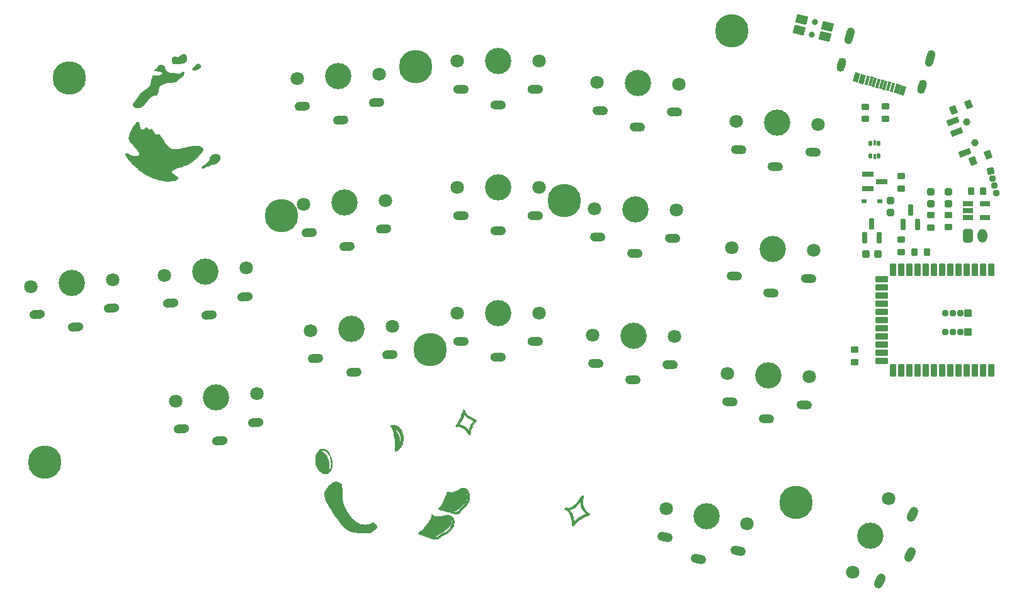
<source format=gts>
%TF.GenerationSoftware,KiCad,Pcbnew,6.0.2-378541a8eb~116~ubuntu20.04.1*%
%TF.CreationDate,2022-03-20T18:22:01+01:00*%
%TF.ProjectId,Wubbo,57756262-6f2e-46b6-9963-61645f706362,v0.1*%
%TF.SameCoordinates,Original*%
%TF.FileFunction,Soldermask,Top*%
%TF.FilePolarity,Negative*%
%FSLAX46Y46*%
G04 Gerber Fmt 4.6, Leading zero omitted, Abs format (unit mm)*
G04 Created by KiCad (PCBNEW 6.0.2-378541a8eb~116~ubuntu20.04.1) date 2022-03-20 18:22:01*
%MOMM*%
%LPD*%
G01*
G04 APERTURE LIST*
G04 Aperture macros list*
%AMRoundRect*
0 Rectangle with rounded corners*
0 $1 Rounding radius*
0 $2 $3 $4 $5 $6 $7 $8 $9 X,Y pos of 4 corners*
0 Add a 4 corners polygon primitive as box body*
4,1,4,$2,$3,$4,$5,$6,$7,$8,$9,$2,$3,0*
0 Add four circle primitives for the rounded corners*
1,1,$1+$1,$2,$3*
1,1,$1+$1,$4,$5*
1,1,$1+$1,$6,$7*
1,1,$1+$1,$8,$9*
0 Add four rect primitives between the rounded corners*
20,1,$1+$1,$2,$3,$4,$5,0*
20,1,$1+$1,$4,$5,$6,$7,0*
20,1,$1+$1,$6,$7,$8,$9,0*
20,1,$1+$1,$8,$9,$2,$3,0*%
%AMHorizOval*
0 Thick line with rounded ends*
0 $1 width*
0 $2 $3 position (X,Y) of the first rounded end (center of the circle)*
0 $4 $5 position (X,Y) of the second rounded end (center of the circle)*
0 Add line between two ends*
20,1,$1,$2,$3,$4,$5,0*
0 Add two circle primitives to create the rounded ends*
1,1,$1,$2,$3*
1,1,$1,$4,$5*%
G04 Aperture macros list end*
%ADD10C,0.010000*%
%ADD11RoundRect,0.250000X0.275000X-0.200000X0.275000X0.200000X-0.275000X0.200000X-0.275000X-0.200000X0*%
%ADD12C,1.801800*%
%ADD13C,3.529000*%
%ADD14HorizOval,1.200000X-0.449383X-0.023551X0.449383X0.023551X0*%
%ADD15O,2.100000X1.200000*%
%ADD16RoundRect,0.275000X-0.250000X0.225000X-0.250000X-0.225000X0.250000X-0.225000X0.250000X0.225000X0*%
%ADD17RoundRect,0.050000X-0.187500X0.250000X-0.187500X-0.250000X0.187500X-0.250000X0.187500X0.250000X0*%
%ADD18RoundRect,0.050000X-0.150000X0.325000X-0.150000X-0.325000X0.150000X-0.325000X0.150000X0.325000X0*%
%ADD19RoundRect,0.268750X0.256250X-0.218750X0.256250X0.218750X-0.256250X0.218750X-0.256250X-0.218750X0*%
%ADD20RoundRect,0.050000X-0.425000X0.425000X-0.425000X-0.425000X0.425000X-0.425000X0.425000X0.425000X0*%
%ADD21O,0.950000X0.950000*%
%ADD22RoundRect,0.200000X0.150000X-0.587500X0.150000X0.587500X-0.150000X0.587500X-0.150000X-0.587500X0*%
%ADD23RoundRect,0.250000X-0.275000X0.200000X-0.275000X-0.200000X0.275000X-0.200000X0.275000X0.200000X0*%
%ADD24HorizOval,1.200000X-0.197267X-0.404457X0.197267X0.404457X0*%
%ADD25C,0.800000*%
%ADD26RoundRect,0.050000X0.806216X0.340060X-0.552198X0.678751X-0.806216X-0.340060X0.552198X-0.678751X0*%
%ADD27HorizOval,1.200000X-0.449931X0.007854X0.449931X-0.007854X0*%
%ADD28RoundRect,0.050000X0.300000X0.225000X-0.300000X0.225000X-0.300000X-0.225000X0.300000X-0.225000X0*%
%ADD29RoundRect,0.250000X-0.200000X-0.275000X0.200000X-0.275000X0.200000X0.275000X-0.200000X0.275000X0*%
%ADD30RoundRect,0.275000X0.225000X0.250000X-0.225000X0.250000X-0.225000X-0.250000X0.225000X-0.250000X0*%
%ADD31RoundRect,0.050000X-0.350000X0.762000X-0.350000X-0.762000X0.350000X-0.762000X0.350000X0.762000X0*%
%ADD32RoundRect,0.050000X-0.762000X-0.350000X0.762000X-0.350000X0.762000X0.350000X-0.762000X0.350000X0*%
%ADD33RoundRect,0.050000X0.350000X-0.762000X0.350000X0.762000X-0.350000X0.762000X-0.350000X-0.762000X0*%
%ADD34C,4.500000*%
%ADD35HorizOval,1.200000X-0.448288X-0.039220X0.448288X0.039220X0*%
%ADD36RoundRect,0.050000X0.552616X-0.323443X0.194248X0.610137X-0.552616X0.323443X-0.194248X-0.610137X0*%
%ADD37C,1.000000*%
%ADD38RoundRect,0.050000X0.825614X-0.057977X0.574757X0.595529X-0.825614X0.057977X-0.574757X-0.595529X0*%
%ADD39HorizOval,1.200000X-0.449726X0.015705X0.449726X-0.015705X0*%
%ADD40RoundRect,0.200000X-0.587500X-0.150000X0.587500X-0.150000X0.587500X0.150000X-0.587500X0.150000X0*%
%ADD41RoundRect,0.050000X-0.442751X-0.473916X0.135427X-0.634259X0.442751X0.473916X-0.135427X0.634259X0*%
%ADD42RoundRect,0.050000X-0.298207X-0.514002X-0.009117X-0.594173X0.298207X0.514002X0.009117X0.594173X0*%
%ADD43HorizOval,1.100000X-0.160343X-0.578178X0.160343X0.578178X0*%
%ADD44HorizOval,1.100000X-0.106895X-0.385452X0.106895X0.385452X0*%
%ADD45RoundRect,0.050000X-0.300520X-0.520517X0.520517X-0.300520X0.300520X0.520517X-0.520517X0.300520X0*%
%ADD46HorizOval,0.950000X0.000000X0.000000X0.000000X0.000000X0*%
%ADD47RoundRect,0.200000X-0.512500X-0.150000X0.512500X-0.150000X0.512500X0.150000X-0.512500X0.150000X0*%
%ADD48HorizOval,1.200000X-0.441732X0.085864X0.441732X-0.085864X0*%
%ADD49RoundRect,0.300000X-0.350000X-0.625000X0.350000X-0.625000X0.350000X0.625000X-0.350000X0.625000X0*%
%ADD50O,1.300000X1.850000*%
G04 APERTURE END LIST*
D10*
%TO.C,Ref\u002A\u002A*%
X10639499Y46333424D02*
X10694255Y46311018D01*
X10694255Y46311018D02*
X10727619Y46292359D01*
X10727619Y46292359D02*
X10783620Y46254767D01*
X10783620Y46254767D02*
X10830097Y46210094D01*
X10830097Y46210094D02*
X10872182Y46150659D01*
X10872182Y46150659D02*
X10915003Y46068781D01*
X10915003Y46068781D02*
X10963690Y45956780D01*
X10963690Y45956780D02*
X10982216Y45911158D01*
X10982216Y45911158D02*
X11068305Y45728320D01*
X11068305Y45728320D02*
X11168334Y45580013D01*
X11168334Y45580013D02*
X11287808Y45461655D01*
X11287808Y45461655D02*
X11432230Y45368660D01*
X11432230Y45368660D02*
X11607106Y45296446D01*
X11607106Y45296446D02*
X11776688Y45249616D01*
X11776688Y45249616D02*
X11840539Y45239620D01*
X11840539Y45239620D02*
X11938756Y45230169D01*
X11938756Y45230169D02*
X12063374Y45221521D01*
X12063374Y45221521D02*
X12206426Y45213935D01*
X12206426Y45213935D02*
X12359946Y45207671D01*
X12359946Y45207671D02*
X12515969Y45202987D01*
X12515969Y45202987D02*
X12666528Y45200141D01*
X12666528Y45200141D02*
X12803657Y45199394D01*
X12803657Y45199394D02*
X12919391Y45201003D01*
X12919391Y45201003D02*
X13005762Y45205229D01*
X13005762Y45205229D02*
X13037112Y45208647D01*
X13037112Y45208647D02*
X13131259Y45237818D01*
X13131259Y45237818D02*
X13246314Y45300698D01*
X13246314Y45300698D02*
X13287005Y45327497D01*
X13287005Y45327497D02*
X13381978Y45388402D01*
X13381978Y45388402D02*
X13450781Y45421809D01*
X13450781Y45421809D02*
X13498869Y45428365D01*
X13498869Y45428365D02*
X13531693Y45408717D01*
X13531693Y45408717D02*
X13554709Y45363512D01*
X13554709Y45363512D02*
X13556087Y45359425D01*
X13556087Y45359425D02*
X13566939Y45261857D01*
X13566939Y45261857D02*
X13539179Y45151396D01*
X13539179Y45151396D02*
X13472626Y45027828D01*
X13472626Y45027828D02*
X13367100Y44890939D01*
X13367100Y44890939D02*
X13222419Y44740514D01*
X13222419Y44740514D02*
X13038402Y44576339D01*
X13038402Y44576339D02*
X12814867Y44398199D01*
X12814867Y44398199D02*
X12625209Y44258197D01*
X12625209Y44258197D02*
X12521398Y44184630D01*
X12521398Y44184630D02*
X12436809Y44129177D01*
X12436809Y44129177D02*
X12362300Y44088890D01*
X12362300Y44088890D02*
X12288729Y44060822D01*
X12288729Y44060822D02*
X12206953Y44042023D01*
X12206953Y44042023D02*
X12107832Y44029548D01*
X12107832Y44029548D02*
X11982224Y44020448D01*
X11982224Y44020448D02*
X11868633Y44014246D01*
X11868633Y44014246D02*
X11732687Y44006261D01*
X11732687Y44006261D02*
X11598580Y43996772D01*
X11598580Y43996772D02*
X11477326Y43986670D01*
X11477326Y43986670D02*
X11379938Y43976849D01*
X11379938Y43976849D02*
X11333341Y43970844D01*
X11333341Y43970844D02*
X11054135Y43916725D01*
X11054135Y43916725D02*
X10812679Y43844018D01*
X10812679Y43844018D02*
X10609058Y43752764D01*
X10609058Y43752764D02*
X10443359Y43643003D01*
X10443359Y43643003D02*
X10315667Y43514776D01*
X10315667Y43514776D02*
X10285993Y43474485D01*
X10285993Y43474485D02*
X10237063Y43396472D01*
X10237063Y43396472D02*
X10199551Y43318552D01*
X10199551Y43318552D02*
X10170632Y43231288D01*
X10170632Y43231288D02*
X10147482Y43125239D01*
X10147482Y43125239D02*
X10127278Y42990968D01*
X10127278Y42990968D02*
X10117537Y42911500D01*
X10117537Y42911500D02*
X10094366Y42742008D01*
X10094366Y42742008D02*
X10066037Y42609125D01*
X10066037Y42609125D02*
X10028004Y42507131D01*
X10028004Y42507131D02*
X9975721Y42430306D01*
X9975721Y42430306D02*
X9904642Y42372929D01*
X9904642Y42372929D02*
X9810220Y42329280D01*
X9810220Y42329280D02*
X9687909Y42293640D01*
X9687909Y42293640D02*
X9612929Y42276620D01*
X9612929Y42276620D02*
X9385876Y42211216D01*
X9385876Y42211216D02*
X9189800Y42118263D01*
X9189800Y42118263D02*
X9022680Y41996735D01*
X9022680Y41996735D02*
X8976175Y41952836D01*
X8976175Y41952836D02*
X8921691Y41893934D01*
X8921691Y41893934D02*
X8848816Y41809012D01*
X8848816Y41809012D02*
X8764218Y41706168D01*
X8764218Y41706168D02*
X8674566Y41593503D01*
X8674566Y41593503D02*
X8590635Y41484547D01*
X8590635Y41484547D02*
X8429197Y41278066D01*
X8429197Y41278066D02*
X8282494Y41105911D01*
X8282494Y41105911D02*
X8146467Y40964473D01*
X8146467Y40964473D02*
X8017055Y40850146D01*
X8017055Y40850146D02*
X7890200Y40759321D01*
X7890200Y40759321D02*
X7761842Y40688393D01*
X7761842Y40688393D02*
X7636628Y40636793D01*
X7636628Y40636793D02*
X7489917Y40600824D01*
X7489917Y40600824D02*
X7326553Y40586524D01*
X7326553Y40586524D02*
X7166870Y40594975D01*
X7166870Y40594975D02*
X7095088Y40607994D01*
X7095088Y40607994D02*
X6967468Y40652264D01*
X6967468Y40652264D02*
X6860324Y40717468D01*
X6860324Y40717468D02*
X6780417Y40798040D01*
X6780417Y40798040D02*
X6734509Y40888416D01*
X6734509Y40888416D02*
X6729707Y40908725D01*
X6729707Y40908725D02*
X6730377Y40985046D01*
X6730377Y40985046D02*
X6752862Y41081170D01*
X6752862Y41081170D02*
X6793060Y41183429D01*
X6793060Y41183429D02*
X6835419Y41260792D01*
X6835419Y41260792D02*
X6861802Y41299459D01*
X6861802Y41299459D02*
X6909223Y41366035D01*
X6909223Y41366035D02*
X6973342Y41454545D01*
X6973342Y41454545D02*
X7049819Y41559015D01*
X7049819Y41559015D02*
X7134314Y41673472D01*
X7134314Y41673472D02*
X7177252Y41731290D01*
X7177252Y41731290D02*
X7276526Y41864802D01*
X7276526Y41864802D02*
X7381653Y42006373D01*
X7381653Y42006373D02*
X7485157Y42145920D01*
X7485157Y42145920D02*
X7579561Y42273363D01*
X7579561Y42273363D02*
X7657389Y42378621D01*
X7657389Y42378621D02*
X7668205Y42393274D01*
X7668205Y42393274D02*
X7778345Y42536605D01*
X7778345Y42536605D02*
X7876665Y42649716D01*
X7876665Y42649716D02*
X7971096Y42739831D01*
X7971096Y42739831D02*
X8069567Y42814171D01*
X8069567Y42814171D02*
X8180010Y42879961D01*
X8180010Y42879961D02*
X8232144Y42906916D01*
X8232144Y42906916D02*
X8483225Y43048114D01*
X8483225Y43048114D02*
X8694166Y43200838D01*
X8694166Y43200838D02*
X8864797Y43364895D01*
X8864797Y43364895D02*
X8994951Y43540091D01*
X8994951Y43540091D02*
X9084459Y43726234D01*
X9084459Y43726234D02*
X9133151Y43923129D01*
X9133151Y43923129D02*
X9135739Y43943152D01*
X9135739Y43943152D02*
X9154116Y44091916D01*
X9154116Y44091916D02*
X9170481Y44207243D01*
X9170481Y44207243D02*
X9186787Y44297840D01*
X9186787Y44297840D02*
X9204985Y44372419D01*
X9204985Y44372419D02*
X9227026Y44439689D01*
X9227026Y44439689D02*
X9254862Y44508359D01*
X9254862Y44508359D02*
X9270058Y44542611D01*
X9270058Y44542611D02*
X9308864Y44632770D01*
X9308864Y44632770D02*
X9330795Y44697704D01*
X9330795Y44697704D02*
X9338822Y44749586D01*
X9338822Y44749586D02*
X9335914Y44800586D01*
X9335914Y44800586D02*
X9334843Y44808083D01*
X9334843Y44808083D02*
X9321111Y44899656D01*
X9321111Y44899656D02*
X9433285Y44911112D01*
X9433285Y44911112D02*
X9491153Y44915518D01*
X9491153Y44915518D02*
X9581989Y44920626D01*
X9581989Y44920626D02*
X9696444Y44925992D01*
X9696444Y44925992D02*
X9825167Y44931171D01*
X9825167Y44931171D02*
X9937042Y44935037D01*
X9937042Y44935037D02*
X10067592Y44940194D01*
X10067592Y44940194D02*
X10188892Y44946830D01*
X10188892Y44946830D02*
X10292424Y44954339D01*
X10292424Y44954339D02*
X10369669Y44962113D01*
X10369669Y44962113D02*
X10409200Y44968708D01*
X10409200Y44968708D02*
X10481072Y44999913D01*
X10481072Y44999913D02*
X10554996Y45051291D01*
X10554996Y45051291D02*
X10618533Y45112134D01*
X10618533Y45112134D02*
X10659244Y45171735D01*
X10659244Y45171735D02*
X10665573Y45189401D01*
X10665573Y45189401D02*
X10663006Y45261422D01*
X10663006Y45261422D02*
X10622938Y45333453D01*
X10622938Y45333453D02*
X10549993Y45401308D01*
X10549993Y45401308D02*
X10448794Y45460801D01*
X10448794Y45460801D02*
X10323965Y45507745D01*
X10323965Y45507745D02*
X10309416Y45511847D01*
X10309416Y45511847D02*
X10247989Y45523933D01*
X10247989Y45523933D02*
X10155757Y45536273D01*
X10155757Y45536273D02*
X10044216Y45547573D01*
X10044216Y45547573D02*
X9924866Y45556536D01*
X9924866Y45556536D02*
X9899233Y45558037D01*
X9899233Y45558037D02*
X9790125Y45564985D01*
X9790125Y45564985D02*
X9696443Y45572667D01*
X9696443Y45572667D02*
X9626156Y45580297D01*
X9626156Y45580297D02*
X9587236Y45587091D01*
X9587236Y45587091D02*
X9582379Y45589238D01*
X9582379Y45589238D02*
X9588049Y45609774D01*
X9588049Y45609774D02*
X9619754Y45643585D01*
X9619754Y45643585D02*
X9634625Y45655908D01*
X9634625Y45655908D02*
X9675827Y45694703D01*
X9675827Y45694703D02*
X9733516Y45757509D01*
X9733516Y45757509D02*
X9798851Y45834416D01*
X9798851Y45834416D02*
X9842352Y45888710D01*
X9842352Y45888710D02*
X9985055Y46054614D01*
X9985055Y46054614D02*
X10123856Y46180680D01*
X10123856Y46180680D02*
X10261622Y46268859D01*
X10261622Y46268859D02*
X10401218Y46321104D01*
X10401218Y46321104D02*
X10501297Y46337317D01*
X10501297Y46337317D02*
X10581609Y46340914D01*
X10581609Y46340914D02*
X10639499Y46333424D01*
X10639499Y46333424D02*
X10639499Y46333424D01*
G36*
X10639499Y46333424D02*
G01*
X10694255Y46311018D01*
X10727619Y46292359D01*
X10783620Y46254767D01*
X10830097Y46210094D01*
X10872182Y46150659D01*
X10915003Y46068781D01*
X10963690Y45956780D01*
X10982216Y45911158D01*
X11068305Y45728320D01*
X11168334Y45580013D01*
X11287808Y45461655D01*
X11432230Y45368660D01*
X11607106Y45296446D01*
X11776688Y45249616D01*
X11840539Y45239620D01*
X11938756Y45230169D01*
X12063374Y45221521D01*
X12206426Y45213935D01*
X12359946Y45207671D01*
X12515969Y45202987D01*
X12666528Y45200141D01*
X12803657Y45199394D01*
X12919391Y45201003D01*
X13005762Y45205229D01*
X13037112Y45208647D01*
X13131259Y45237818D01*
X13246314Y45300698D01*
X13287005Y45327497D01*
X13381978Y45388402D01*
X13450781Y45421809D01*
X13498869Y45428365D01*
X13531693Y45408717D01*
X13554709Y45363512D01*
X13556087Y45359425D01*
X13566939Y45261857D01*
X13539179Y45151396D01*
X13472626Y45027828D01*
X13367100Y44890939D01*
X13222419Y44740514D01*
X13038402Y44576339D01*
X12814867Y44398199D01*
X12625209Y44258197D01*
X12521398Y44184630D01*
X12436809Y44129177D01*
X12362300Y44088890D01*
X12288729Y44060822D01*
X12206953Y44042023D01*
X12107832Y44029548D01*
X11982224Y44020448D01*
X11868633Y44014246D01*
X11732687Y44006261D01*
X11598580Y43996772D01*
X11477326Y43986670D01*
X11379938Y43976849D01*
X11333341Y43970844D01*
X11054135Y43916725D01*
X10812679Y43844018D01*
X10609058Y43752764D01*
X10443359Y43643003D01*
X10315667Y43514776D01*
X10285993Y43474485D01*
X10237063Y43396472D01*
X10199551Y43318552D01*
X10170632Y43231288D01*
X10147482Y43125239D01*
X10127278Y42990968D01*
X10117537Y42911500D01*
X10094366Y42742008D01*
X10066037Y42609125D01*
X10028004Y42507131D01*
X9975721Y42430306D01*
X9904642Y42372929D01*
X9810220Y42329280D01*
X9687909Y42293640D01*
X9612929Y42276620D01*
X9385876Y42211216D01*
X9189800Y42118263D01*
X9022680Y41996735D01*
X8976175Y41952836D01*
X8921691Y41893934D01*
X8848816Y41809012D01*
X8764218Y41706168D01*
X8674566Y41593503D01*
X8590635Y41484547D01*
X8429197Y41278066D01*
X8282494Y41105911D01*
X8146467Y40964473D01*
X8017055Y40850146D01*
X7890200Y40759321D01*
X7761842Y40688393D01*
X7636628Y40636793D01*
X7489917Y40600824D01*
X7326553Y40586524D01*
X7166870Y40594975D01*
X7095088Y40607994D01*
X6967468Y40652264D01*
X6860324Y40717468D01*
X6780417Y40798040D01*
X6734509Y40888416D01*
X6729707Y40908725D01*
X6730377Y40985046D01*
X6752862Y41081170D01*
X6793060Y41183429D01*
X6835419Y41260792D01*
X6861802Y41299459D01*
X6909223Y41366035D01*
X6973342Y41454545D01*
X7049819Y41559015D01*
X7134314Y41673472D01*
X7177252Y41731290D01*
X7276526Y41864802D01*
X7381653Y42006373D01*
X7485157Y42145920D01*
X7579561Y42273363D01*
X7657389Y42378621D01*
X7668205Y42393274D01*
X7778345Y42536605D01*
X7876665Y42649716D01*
X7971096Y42739831D01*
X8069567Y42814171D01*
X8180010Y42879961D01*
X8232144Y42906916D01*
X8483225Y43048114D01*
X8694166Y43200838D01*
X8864797Y43364895D01*
X8994951Y43540091D01*
X9084459Y43726234D01*
X9133151Y43923129D01*
X9135739Y43943152D01*
X9154116Y44091916D01*
X9170481Y44207243D01*
X9186787Y44297840D01*
X9204985Y44372419D01*
X9227026Y44439689D01*
X9254862Y44508359D01*
X9270058Y44542611D01*
X9308864Y44632770D01*
X9330795Y44697704D01*
X9338822Y44749586D01*
X9335914Y44800586D01*
X9334843Y44808083D01*
X9321111Y44899656D01*
X9433285Y44911112D01*
X9491153Y44915518D01*
X9581989Y44920626D01*
X9696444Y44925992D01*
X9825167Y44931171D01*
X9937042Y44935037D01*
X10067592Y44940194D01*
X10188892Y44946830D01*
X10292424Y44954339D01*
X10369669Y44962113D01*
X10409200Y44968708D01*
X10481072Y44999913D01*
X10554996Y45051291D01*
X10618533Y45112134D01*
X10659244Y45171735D01*
X10665573Y45189401D01*
X10663006Y45261422D01*
X10622938Y45333453D01*
X10549993Y45401308D01*
X10448794Y45460801D01*
X10323965Y45507745D01*
X10309416Y45511847D01*
X10247989Y45523933D01*
X10155757Y45536273D01*
X10044216Y45547573D01*
X9924866Y45556536D01*
X9899233Y45558037D01*
X9790125Y45564985D01*
X9696443Y45572667D01*
X9626156Y45580297D01*
X9587236Y45587091D01*
X9582379Y45589238D01*
X9588049Y45609774D01*
X9619754Y45643585D01*
X9634625Y45655908D01*
X9675827Y45694703D01*
X9733516Y45757509D01*
X9798851Y45834416D01*
X9842352Y45888710D01*
X9985055Y46054614D01*
X10123856Y46180680D01*
X10261622Y46268859D01*
X10401218Y46321104D01*
X10501297Y46337317D01*
X10581609Y46340914D01*
X10639499Y46333424D01*
G37*
X10639499Y46333424D02*
X10694255Y46311018D01*
X10727619Y46292359D01*
X10783620Y46254767D01*
X10830097Y46210094D01*
X10872182Y46150659D01*
X10915003Y46068781D01*
X10963690Y45956780D01*
X10982216Y45911158D01*
X11068305Y45728320D01*
X11168334Y45580013D01*
X11287808Y45461655D01*
X11432230Y45368660D01*
X11607106Y45296446D01*
X11776688Y45249616D01*
X11840539Y45239620D01*
X11938756Y45230169D01*
X12063374Y45221521D01*
X12206426Y45213935D01*
X12359946Y45207671D01*
X12515969Y45202987D01*
X12666528Y45200141D01*
X12803657Y45199394D01*
X12919391Y45201003D01*
X13005762Y45205229D01*
X13037112Y45208647D01*
X13131259Y45237818D01*
X13246314Y45300698D01*
X13287005Y45327497D01*
X13381978Y45388402D01*
X13450781Y45421809D01*
X13498869Y45428365D01*
X13531693Y45408717D01*
X13554709Y45363512D01*
X13556087Y45359425D01*
X13566939Y45261857D01*
X13539179Y45151396D01*
X13472626Y45027828D01*
X13367100Y44890939D01*
X13222419Y44740514D01*
X13038402Y44576339D01*
X12814867Y44398199D01*
X12625209Y44258197D01*
X12521398Y44184630D01*
X12436809Y44129177D01*
X12362300Y44088890D01*
X12288729Y44060822D01*
X12206953Y44042023D01*
X12107832Y44029548D01*
X11982224Y44020448D01*
X11868633Y44014246D01*
X11732687Y44006261D01*
X11598580Y43996772D01*
X11477326Y43986670D01*
X11379938Y43976849D01*
X11333341Y43970844D01*
X11054135Y43916725D01*
X10812679Y43844018D01*
X10609058Y43752764D01*
X10443359Y43643003D01*
X10315667Y43514776D01*
X10285993Y43474485D01*
X10237063Y43396472D01*
X10199551Y43318552D01*
X10170632Y43231288D01*
X10147482Y43125239D01*
X10127278Y42990968D01*
X10117537Y42911500D01*
X10094366Y42742008D01*
X10066037Y42609125D01*
X10028004Y42507131D01*
X9975721Y42430306D01*
X9904642Y42372929D01*
X9810220Y42329280D01*
X9687909Y42293640D01*
X9612929Y42276620D01*
X9385876Y42211216D01*
X9189800Y42118263D01*
X9022680Y41996735D01*
X8976175Y41952836D01*
X8921691Y41893934D01*
X8848816Y41809012D01*
X8764218Y41706168D01*
X8674566Y41593503D01*
X8590635Y41484547D01*
X8429197Y41278066D01*
X8282494Y41105911D01*
X8146467Y40964473D01*
X8017055Y40850146D01*
X7890200Y40759321D01*
X7761842Y40688393D01*
X7636628Y40636793D01*
X7489917Y40600824D01*
X7326553Y40586524D01*
X7166870Y40594975D01*
X7095088Y40607994D01*
X6967468Y40652264D01*
X6860324Y40717468D01*
X6780417Y40798040D01*
X6734509Y40888416D01*
X6729707Y40908725D01*
X6730377Y40985046D01*
X6752862Y41081170D01*
X6793060Y41183429D01*
X6835419Y41260792D01*
X6861802Y41299459D01*
X6909223Y41366035D01*
X6973342Y41454545D01*
X7049819Y41559015D01*
X7134314Y41673472D01*
X7177252Y41731290D01*
X7276526Y41864802D01*
X7381653Y42006373D01*
X7485157Y42145920D01*
X7579561Y42273363D01*
X7657389Y42378621D01*
X7668205Y42393274D01*
X7778345Y42536605D01*
X7876665Y42649716D01*
X7971096Y42739831D01*
X8069567Y42814171D01*
X8180010Y42879961D01*
X8232144Y42906916D01*
X8483225Y43048114D01*
X8694166Y43200838D01*
X8864797Y43364895D01*
X8994951Y43540091D01*
X9084459Y43726234D01*
X9133151Y43923129D01*
X9135739Y43943152D01*
X9154116Y44091916D01*
X9170481Y44207243D01*
X9186787Y44297840D01*
X9204985Y44372419D01*
X9227026Y44439689D01*
X9254862Y44508359D01*
X9270058Y44542611D01*
X9308864Y44632770D01*
X9330795Y44697704D01*
X9338822Y44749586D01*
X9335914Y44800586D01*
X9334843Y44808083D01*
X9321111Y44899656D01*
X9433285Y44911112D01*
X9491153Y44915518D01*
X9581989Y44920626D01*
X9696444Y44925992D01*
X9825167Y44931171D01*
X9937042Y44935037D01*
X10067592Y44940194D01*
X10188892Y44946830D01*
X10292424Y44954339D01*
X10369669Y44962113D01*
X10409200Y44968708D01*
X10481072Y44999913D01*
X10554996Y45051291D01*
X10618533Y45112134D01*
X10659244Y45171735D01*
X10665573Y45189401D01*
X10663006Y45261422D01*
X10622938Y45333453D01*
X10549993Y45401308D01*
X10448794Y45460801D01*
X10323965Y45507745D01*
X10309416Y45511847D01*
X10247989Y45523933D01*
X10155757Y45536273D01*
X10044216Y45547573D01*
X9924866Y45556536D01*
X9899233Y45558037D01*
X9790125Y45564985D01*
X9696443Y45572667D01*
X9626156Y45580297D01*
X9587236Y45587091D01*
X9582379Y45589238D01*
X9588049Y45609774D01*
X9619754Y45643585D01*
X9634625Y45655908D01*
X9675827Y45694703D01*
X9733516Y45757509D01*
X9798851Y45834416D01*
X9842352Y45888710D01*
X9985055Y46054614D01*
X10123856Y46180680D01*
X10261622Y46268859D01*
X10401218Y46321104D01*
X10501297Y46337317D01*
X10581609Y46340914D01*
X10639499Y46333424D01*
X15576908Y46467346D02*
X15615660Y46452360D01*
X15615660Y46452360D02*
X15708634Y46395340D01*
X15708634Y46395340D02*
X15766587Y46319093D01*
X15766587Y46319093D02*
X15792885Y46231062D01*
X15792885Y46231062D02*
X15788821Y46143222D01*
X15788821Y46143222D02*
X15755424Y46048425D01*
X15755424Y46048425D02*
X15699515Y45961741D01*
X15699515Y45961741D02*
X15648724Y45912487D01*
X15648724Y45912487D02*
X15540091Y45843000D01*
X15540091Y45843000D02*
X15411224Y45781763D01*
X15411224Y45781763D02*
X15271232Y45731128D01*
X15271232Y45731128D02*
X15129220Y45693450D01*
X15129220Y45693450D02*
X14994296Y45671083D01*
X14994296Y45671083D02*
X14875568Y45666380D01*
X14875568Y45666380D02*
X14782142Y45681696D01*
X14782142Y45681696D02*
X14771278Y45685701D01*
X14771278Y45685701D02*
X14727133Y45717750D01*
X14727133Y45717750D02*
X14714122Y45767096D01*
X14714122Y45767096D02*
X14732866Y45835674D01*
X14732866Y45835674D02*
X14783986Y45925417D01*
X14783986Y45925417D02*
X14868101Y46038257D01*
X14868101Y46038257D02*
X14894870Y46070918D01*
X14894870Y46070918D02*
X15032219Y46225840D01*
X15032219Y46225840D02*
X15156246Y46343183D01*
X15156246Y46343183D02*
X15269841Y46424476D01*
X15269841Y46424476D02*
X15375890Y46471249D01*
X15375890Y46471249D02*
X15477283Y46485029D01*
X15477283Y46485029D02*
X15576908Y46467346D01*
X15576908Y46467346D02*
X15576908Y46467346D01*
G36*
X15576908Y46467346D02*
G01*
X15615660Y46452360D01*
X15708634Y46395340D01*
X15766587Y46319093D01*
X15792885Y46231062D01*
X15788821Y46143222D01*
X15755424Y46048425D01*
X15699515Y45961741D01*
X15648724Y45912487D01*
X15540091Y45843000D01*
X15411224Y45781763D01*
X15271232Y45731128D01*
X15129220Y45693450D01*
X14994296Y45671083D01*
X14875568Y45666380D01*
X14782142Y45681696D01*
X14771278Y45685701D01*
X14727133Y45717750D01*
X14714122Y45767096D01*
X14732866Y45835674D01*
X14783986Y45925417D01*
X14868101Y46038257D01*
X14894870Y46070918D01*
X15032219Y46225840D01*
X15156246Y46343183D01*
X15269841Y46424476D01*
X15375890Y46471249D01*
X15477283Y46485029D01*
X15576908Y46467346D01*
G37*
X15576908Y46467346D02*
X15615660Y46452360D01*
X15708634Y46395340D01*
X15766587Y46319093D01*
X15792885Y46231062D01*
X15788821Y46143222D01*
X15755424Y46048425D01*
X15699515Y45961741D01*
X15648724Y45912487D01*
X15540091Y45843000D01*
X15411224Y45781763D01*
X15271232Y45731128D01*
X15129220Y45693450D01*
X14994296Y45671083D01*
X14875568Y45666380D01*
X14782142Y45681696D01*
X14771278Y45685701D01*
X14727133Y45717750D01*
X14714122Y45767096D01*
X14732866Y45835674D01*
X14783986Y45925417D01*
X14868101Y46038257D01*
X14894870Y46070918D01*
X15032219Y46225840D01*
X15156246Y46343183D01*
X15269841Y46424476D01*
X15375890Y46471249D01*
X15477283Y46485029D01*
X15576908Y46467346D01*
X18024419Y34315156D02*
X18128261Y34283838D01*
X18128261Y34283838D02*
X18128542Y34283710D01*
X18128542Y34283710D02*
X18250945Y34213289D01*
X18250945Y34213289D02*
X18335128Y34128774D01*
X18335128Y34128774D02*
X18384226Y34025110D01*
X18384226Y34025110D02*
X18401375Y33897242D01*
X18401375Y33897242D02*
X18400396Y33845554D01*
X18400396Y33845554D02*
X18379441Y33702260D01*
X18379441Y33702260D02*
X18329337Y33567575D01*
X18329337Y33567575D02*
X18246384Y33433942D01*
X18246384Y33433942D02*
X18133844Y33301146D01*
X18133844Y33301146D02*
X17997017Y33175800D01*
X17997017Y33175800D02*
X17856531Y33088682D01*
X17856531Y33088682D02*
X17704846Y33035865D01*
X17704846Y33035865D02*
X17588792Y33017278D01*
X17588792Y33017278D02*
X17484170Y33002985D01*
X17484170Y33002985D02*
X17375104Y32978811D01*
X17375104Y32978811D02*
X17255842Y32942699D01*
X17255842Y32942699D02*
X17120628Y32892590D01*
X17120628Y32892590D02*
X16963712Y32826426D01*
X16963712Y32826426D02*
X16779338Y32742150D01*
X16779338Y32742150D02*
X16657572Y32684169D01*
X16657572Y32684169D02*
X16501251Y32609808D01*
X16501251Y32609808D02*
X16377176Y32553085D01*
X16377176Y32553085D02*
X16280140Y32511908D01*
X16280140Y32511908D02*
X16204934Y32484184D01*
X16204934Y32484184D02*
X16146352Y32467823D01*
X16146352Y32467823D02*
X16101947Y32460946D01*
X16101947Y32460946D02*
X15990709Y32451722D01*
X15990709Y32451722D02*
X15990709Y32530450D01*
X15990709Y32530450D02*
X16006756Y32617456D01*
X16006756Y32617456D02*
X16057163Y32693034D01*
X16057163Y32693034D02*
X16145326Y32761626D01*
X16145326Y32761626D02*
X16184943Y32784380D01*
X16184943Y32784380D02*
X16370402Y32894913D01*
X16370402Y32894913D02*
X16528250Y33014027D01*
X16528250Y33014027D02*
X16671498Y33151023D01*
X16671498Y33151023D02*
X16818283Y33327126D01*
X16818283Y33327126D02*
X16933511Y33514257D01*
X16933511Y33514257D02*
X17015019Y33696270D01*
X17015019Y33696270D02*
X17082701Y33859865D01*
X17082701Y33859865D02*
X17147246Y33988117D01*
X17147246Y33988117D02*
X17213768Y34087204D01*
X17213768Y34087204D02*
X17287381Y34163305D01*
X17287381Y34163305D02*
X17373197Y34222597D01*
X17373197Y34222597D02*
X17476330Y34271259D01*
X17476330Y34271259D02*
X17497839Y34279636D01*
X17497839Y34279636D02*
X17618246Y34312454D01*
X17618246Y34312454D02*
X17755452Y34329374D01*
X17755452Y34329374D02*
X17895496Y34330305D01*
X17895496Y34330305D02*
X18024419Y34315156D01*
X18024419Y34315156D02*
X18024419Y34315156D01*
G36*
X18024419Y34315156D02*
G01*
X18128261Y34283838D01*
X18128542Y34283710D01*
X18250945Y34213289D01*
X18335128Y34128774D01*
X18384226Y34025110D01*
X18401375Y33897242D01*
X18400396Y33845554D01*
X18379441Y33702260D01*
X18329337Y33567575D01*
X18246384Y33433942D01*
X18133844Y33301146D01*
X17997017Y33175800D01*
X17856531Y33088682D01*
X17704846Y33035865D01*
X17588792Y33017278D01*
X17484170Y33002985D01*
X17375104Y32978811D01*
X17255842Y32942699D01*
X17120628Y32892590D01*
X16963712Y32826426D01*
X16779338Y32742150D01*
X16657572Y32684169D01*
X16501251Y32609808D01*
X16377176Y32553085D01*
X16280140Y32511908D01*
X16204934Y32484184D01*
X16146352Y32467823D01*
X16101947Y32460946D01*
X15990709Y32451722D01*
X15990709Y32530450D01*
X16006756Y32617456D01*
X16057163Y32693034D01*
X16145326Y32761626D01*
X16184943Y32784380D01*
X16370402Y32894913D01*
X16528250Y33014027D01*
X16671498Y33151023D01*
X16818283Y33327126D01*
X16933511Y33514257D01*
X17015019Y33696270D01*
X17082701Y33859865D01*
X17147246Y33988117D01*
X17213768Y34087204D01*
X17287381Y34163305D01*
X17373197Y34222597D01*
X17476330Y34271259D01*
X17497839Y34279636D01*
X17618246Y34312454D01*
X17755452Y34329374D01*
X17895496Y34330305D01*
X18024419Y34315156D01*
G37*
X18024419Y34315156D02*
X18128261Y34283838D01*
X18128542Y34283710D01*
X18250945Y34213289D01*
X18335128Y34128774D01*
X18384226Y34025110D01*
X18401375Y33897242D01*
X18400396Y33845554D01*
X18379441Y33702260D01*
X18329337Y33567575D01*
X18246384Y33433942D01*
X18133844Y33301146D01*
X17997017Y33175800D01*
X17856531Y33088682D01*
X17704846Y33035865D01*
X17588792Y33017278D01*
X17484170Y33002985D01*
X17375104Y32978811D01*
X17255842Y32942699D01*
X17120628Y32892590D01*
X16963712Y32826426D01*
X16779338Y32742150D01*
X16657572Y32684169D01*
X16501251Y32609808D01*
X16377176Y32553085D01*
X16280140Y32511908D01*
X16204934Y32484184D01*
X16146352Y32467823D01*
X16101947Y32460946D01*
X15990709Y32451722D01*
X15990709Y32530450D01*
X16006756Y32617456D01*
X16057163Y32693034D01*
X16145326Y32761626D01*
X16184943Y32784380D01*
X16370402Y32894913D01*
X16528250Y33014027D01*
X16671498Y33151023D01*
X16818283Y33327126D01*
X16933511Y33514257D01*
X17015019Y33696270D01*
X17082701Y33859865D01*
X17147246Y33988117D01*
X17213768Y34087204D01*
X17287381Y34163305D01*
X17373197Y34222597D01*
X17476330Y34271259D01*
X17497839Y34279636D01*
X17618246Y34312454D01*
X17755452Y34329374D01*
X17895496Y34330305D01*
X18024419Y34315156D01*
X7379989Y38661824D02*
X7401827Y38655673D01*
X7401827Y38655673D02*
X7440296Y38642272D01*
X7440296Y38642272D02*
X7468803Y38625776D01*
X7468803Y38625776D02*
X7489609Y38599785D01*
X7489609Y38599785D02*
X7504977Y38557896D01*
X7504977Y38557896D02*
X7517168Y38493710D01*
X7517168Y38493710D02*
X7528444Y38400824D01*
X7528444Y38400824D02*
X7541066Y38272838D01*
X7541066Y38272838D02*
X7542528Y38257454D01*
X7542528Y38257454D02*
X7570532Y38073716D01*
X7570532Y38073716D02*
X7617162Y37925294D01*
X7617162Y37925294D02*
X7684058Y37808729D01*
X7684058Y37808729D02*
X7772858Y37720562D01*
X7772858Y37720562D02*
X7808180Y37696533D01*
X7808180Y37696533D02*
X7920964Y37644516D01*
X7920964Y37644516D02*
X8030170Y37631504D01*
X8030170Y37631504D02*
X8138659Y37658165D01*
X8138659Y37658165D02*
X8249290Y37725166D01*
X8249290Y37725166D02*
X8357021Y37824707D01*
X8357021Y37824707D02*
X8411979Y37880159D01*
X8411979Y37880159D02*
X8457500Y37920780D01*
X8457500Y37920780D02*
X8484741Y37938762D01*
X8484741Y37938762D02*
X8486510Y37939029D01*
X8486510Y37939029D02*
X8510360Y37924652D01*
X8510360Y37924652D02*
X8554634Y37886503D01*
X8554634Y37886503D02*
X8611026Y37831904D01*
X8611026Y37831904D02*
X8629448Y37813013D01*
X8629448Y37813013D02*
X8705814Y37739471D01*
X8705814Y37739471D02*
X8771395Y37691872D01*
X8771395Y37691872D02*
X8839314Y37661222D01*
X8839314Y37661222D02*
X8860862Y37654356D01*
X8860862Y37654356D02*
X8928524Y37636723D01*
X8928524Y37636723D02*
X8981496Y37632517D01*
X8981496Y37632517D02*
X9040229Y37641877D01*
X9040229Y37641877D02*
X9093457Y37655939D01*
X9093457Y37655939D02*
X9163986Y37672592D01*
X9163986Y37672592D02*
X9220620Y37680363D01*
X9220620Y37680363D02*
X9245663Y37678805D01*
X9245663Y37678805D02*
X9269304Y37651948D01*
X9269304Y37651948D02*
X9287766Y37601343D01*
X9287766Y37601343D02*
X9289342Y37593718D01*
X9289342Y37593718D02*
X9322327Y37503012D01*
X9322327Y37503012D02*
X9378933Y37434988D01*
X9378933Y37434988D02*
X9450467Y37399324D01*
X9450467Y37399324D02*
X9489706Y37386976D01*
X9489706Y37386976D02*
X9508118Y37363991D01*
X9508118Y37363991D02*
X9513478Y37317030D01*
X9513478Y37317030D02*
X9513709Y37290814D01*
X9513709Y37290814D02*
X9532767Y37176127D01*
X9532767Y37176127D02*
X9585159Y37077980D01*
X9585159Y37077980D02*
X9663713Y37000615D01*
X9663713Y37000615D02*
X9761256Y36948271D01*
X9761256Y36948271D02*
X9870616Y36925189D01*
X9870616Y36925189D02*
X9984620Y36935610D01*
X9984620Y36935610D02*
X10064042Y36965464D01*
X10064042Y36965464D02*
X10125130Y36991942D01*
X10125130Y36991942D02*
X10177010Y37006699D01*
X10177010Y37006699D02*
X10188550Y37007797D01*
X10188550Y37007797D02*
X10214027Y37001520D01*
X10214027Y37001520D02*
X10244553Y36980611D01*
X10244553Y36980611D02*
X10282464Y36941956D01*
X10282464Y36941956D02*
X10330094Y36882440D01*
X10330094Y36882440D02*
X10389777Y36798949D01*
X10389777Y36798949D02*
X10463847Y36688367D01*
X10463847Y36688367D02*
X10554640Y36547579D01*
X10554640Y36547579D02*
X10664490Y36373472D01*
X10664490Y36373472D02*
X10667071Y36369351D01*
X10667071Y36369351D02*
X10837244Y36102520D01*
X10837244Y36102520D02*
X10992148Y35871452D01*
X10992148Y35871452D02*
X11134814Y35673735D01*
X11134814Y35673735D02*
X11268270Y35506959D01*
X11268270Y35506959D02*
X11395545Y35368709D01*
X11395545Y35368709D02*
X11519668Y35256576D01*
X11519668Y35256576D02*
X11643669Y35168147D01*
X11643669Y35168147D02*
X11770575Y35101011D01*
X11770575Y35101011D02*
X11903416Y35052755D01*
X11903416Y35052755D02*
X12045221Y35020967D01*
X12045221Y35020967D02*
X12199019Y35003236D01*
X12199019Y35003236D02*
X12367838Y34997151D01*
X12367838Y34997151D02*
X12390470Y34997089D01*
X12390470Y34997089D02*
X12520148Y34999512D01*
X12520148Y34999512D02*
X12653441Y35007160D01*
X12653441Y35007160D02*
X12794982Y35020787D01*
X12794982Y35020787D02*
X12949403Y35041143D01*
X12949403Y35041143D02*
X13121336Y35068980D01*
X13121336Y35068980D02*
X13315414Y35105051D01*
X13315414Y35105051D02*
X13536270Y35150107D01*
X13536270Y35150107D02*
X13788536Y35204899D01*
X13788536Y35204899D02*
X14076843Y35270180D01*
X14076843Y35270180D02*
X14085709Y35272219D01*
X14085709Y35272219D02*
X14241383Y35307425D01*
X14241383Y35307425D02*
X14392970Y35340590D01*
X14392970Y35340590D02*
X14532643Y35370084D01*
X14532643Y35370084D02*
X14652577Y35394281D01*
X14652577Y35394281D02*
X14744947Y35411553D01*
X14744947Y35411553D02*
X14791032Y35418929D01*
X14791032Y35418929D02*
X15002410Y35438180D01*
X15002410Y35438180D02*
X15214594Y35439916D01*
X15214594Y35439916D02*
X15417905Y35424936D01*
X15417905Y35424936D02*
X15602664Y35394037D01*
X15602664Y35394037D02*
X15759195Y35348019D01*
X15759195Y35348019D02*
X15786982Y35336764D01*
X15786982Y35336764D02*
X15907138Y35269109D01*
X15907138Y35269109D02*
X16002166Y35182758D01*
X16002166Y35182758D02*
X16066740Y35084241D01*
X16066740Y35084241D02*
X16095537Y34980086D01*
X16095537Y34980086D02*
X16096542Y34957160D01*
X16096542Y34957160D02*
X16080941Y34885381D01*
X16080941Y34885381D02*
X16035562Y34788614D01*
X16035562Y34788614D02*
X15962539Y34669684D01*
X15962539Y34669684D02*
X15864005Y34531418D01*
X15864005Y34531418D02*
X15742096Y34376641D01*
X15742096Y34376641D02*
X15598945Y34208181D01*
X15598945Y34208181D02*
X15436686Y34028864D01*
X15436686Y34028864D02*
X15257455Y33841516D01*
X15257455Y33841516D02*
X15242941Y33826767D01*
X15242941Y33826767D02*
X14978117Y33571982D01*
X14978117Y33571982D02*
X14720003Y33353601D01*
X14720003Y33353601D02*
X14461922Y33167864D01*
X14461922Y33167864D02*
X14197199Y33011015D01*
X14197199Y33011015D02*
X13919158Y32879294D01*
X13919158Y32879294D02*
X13621121Y32768944D01*
X13621121Y32768944D02*
X13296413Y32676208D01*
X13296413Y32676208D02*
X13128904Y32636799D01*
X13128904Y32636799D02*
X12836424Y32566113D01*
X12836424Y32566113D02*
X12585404Y32492399D01*
X12585404Y32492399D02*
X12375053Y32415217D01*
X12375053Y32415217D02*
X12204576Y32334130D01*
X12204576Y32334130D02*
X12073181Y32248697D01*
X12073181Y32248697D02*
X11980073Y32158480D01*
X11980073Y32158480D02*
X11924462Y32063039D01*
X11924462Y32063039D02*
X11905552Y31961936D01*
X11905552Y31961936D02*
X11905542Y31959547D01*
X11905542Y31959547D02*
X11918185Y31875161D01*
X11918185Y31875161D02*
X11958184Y31794848D01*
X11958184Y31794848D02*
X12028647Y31715410D01*
X12028647Y31715410D02*
X12132680Y31633648D01*
X12132680Y31633648D02*
X12273392Y31546364D01*
X12273392Y31546364D02*
X12345530Y31506561D01*
X12345530Y31506561D02*
X12507844Y31409739D01*
X12507844Y31409739D02*
X12628066Y31316377D01*
X12628066Y31316377D02*
X12706341Y31227037D01*
X12706341Y31227037D02*
X12742811Y31142279D01*
X12742811Y31142279D02*
X12737618Y31062665D01*
X12737618Y31062665D02*
X12690907Y30988756D01*
X12690907Y30988756D02*
X12602820Y30921114D01*
X12602820Y30921114D02*
X12473499Y30860301D01*
X12473499Y30860301D02*
X12303089Y30806876D01*
X12303089Y30806876D02*
X12158938Y30774078D01*
X12158938Y30774078D02*
X12074159Y30761738D01*
X12074159Y30761738D02*
X11953081Y30750771D01*
X11953081Y30750771D02*
X11801726Y30741579D01*
X11801726Y30741579D02*
X11626115Y30734562D01*
X11626115Y30734562D02*
X11524542Y30731846D01*
X11524542Y30731846D02*
X11367310Y30728589D01*
X11367310Y30728589D02*
X11243053Y30727135D01*
X11243053Y30727135D02*
X11142429Y30728063D01*
X11142429Y30728063D02*
X11056097Y30731950D01*
X11056097Y30731950D02*
X10974717Y30739375D01*
X10974717Y30739375D02*
X10888948Y30750917D01*
X10888948Y30750917D02*
X10789448Y30767154D01*
X10789448Y30767154D02*
X10699042Y30782964D01*
X10699042Y30782964D02*
X10447667Y30830212D01*
X10447667Y30830212D02*
X10226330Y30878277D01*
X10226330Y30878277D02*
X10022797Y30930215D01*
X10022797Y30930215D02*
X9824834Y30989082D01*
X9824834Y30989082D02*
X9675197Y31038742D01*
X9675197Y31038742D02*
X9205998Y31221615D01*
X9205998Y31221615D02*
X8738666Y31445740D01*
X8738666Y31445740D02*
X8275140Y31710038D01*
X8275140Y31710038D02*
X7817359Y32013428D01*
X7817359Y32013428D02*
X7493072Y32254946D01*
X7493072Y32254946D02*
X7278625Y32429078D01*
X7278625Y32429078D02*
X7064258Y32616126D01*
X7064258Y32616126D02*
X6853572Y32812126D01*
X6853572Y32812126D02*
X6650168Y33013117D01*
X6650168Y33013117D02*
X6457646Y33215136D01*
X6457646Y33215136D02*
X6279607Y33414222D01*
X6279607Y33414222D02*
X6119653Y33606412D01*
X6119653Y33606412D02*
X5981382Y33787744D01*
X5981382Y33787744D02*
X5868397Y33954256D01*
X5868397Y33954256D02*
X5784298Y34101986D01*
X5784298Y34101986D02*
X5753605Y34169026D01*
X5753605Y34169026D02*
X5718687Y34265437D01*
X5718687Y34265437D02*
X5706380Y34334518D01*
X5706380Y34334518D02*
X5716170Y34384399D01*
X5716170Y34384399D02*
X5738077Y34414475D01*
X5738077Y34414475D02*
X5762251Y34431660D01*
X5762251Y34431660D02*
X5794040Y34438160D01*
X5794040Y34438160D02*
X5838364Y34432412D01*
X5838364Y34432412D02*
X5900139Y34412848D01*
X5900139Y34412848D02*
X5984284Y34377904D01*
X5984284Y34377904D02*
X6095717Y34326013D01*
X6095717Y34326013D02*
X6239355Y34255610D01*
X6239355Y34255610D02*
X6243459Y34253570D01*
X6243459Y34253570D02*
X6398759Y34178499D01*
X6398759Y34178499D02*
X6526546Y34122779D01*
X6526546Y34122779D02*
X6635695Y34084126D01*
X6635695Y34084126D02*
X6735080Y34060253D01*
X6735080Y34060253D02*
X6833574Y34048876D01*
X6833574Y34048876D02*
X6940052Y34047711D01*
X6940052Y34047711D02*
X7026626Y34051911D01*
X7026626Y34051911D02*
X7211834Y34072439D01*
X7211834Y34072439D02*
X7358178Y34107997D01*
X7358178Y34107997D02*
X7466677Y34159425D01*
X7466677Y34159425D02*
X7538351Y34227565D01*
X7538351Y34227565D02*
X7574221Y34313260D01*
X7574221Y34313260D02*
X7575306Y34417349D01*
X7575306Y34417349D02*
X7559064Y34491124D01*
X7559064Y34491124D02*
X7525283Y34586212D01*
X7525283Y34586212D02*
X7476780Y34686789D01*
X7476780Y34686789D02*
X7411099Y34796179D01*
X7411099Y34796179D02*
X7325784Y34917702D01*
X7325784Y34917702D02*
X7218379Y35054681D01*
X7218379Y35054681D02*
X7086428Y35210438D01*
X7086428Y35210438D02*
X6927477Y35388295D01*
X6927477Y35388295D02*
X6769734Y35558871D01*
X6769734Y35558871D02*
X6622472Y35717425D01*
X6622472Y35717425D02*
X6502219Y35849986D01*
X6502219Y35849986D02*
X6405980Y35960425D01*
X6405980Y35960425D02*
X6330759Y36052614D01*
X6330759Y36052614D02*
X6273561Y36130423D01*
X6273561Y36130423D02*
X6231389Y36197723D01*
X6231389Y36197723D02*
X6201248Y36258386D01*
X6201248Y36258386D02*
X6180143Y36316281D01*
X6180143Y36316281D02*
X6177987Y36323532D01*
X6177987Y36323532D02*
X6159940Y36408014D01*
X6159940Y36408014D02*
X6156123Y36496526D01*
X6156123Y36496526D02*
X6167374Y36598432D01*
X6167374Y36598432D02*
X6194532Y36723101D01*
X6194532Y36723101D02*
X6223154Y36827880D01*
X6223154Y36827880D02*
X6265790Y36957367D01*
X6265790Y36957367D02*
X6323478Y37105165D01*
X6323478Y37105165D02*
X6393692Y37266784D01*
X6393692Y37266784D02*
X6473906Y37437733D01*
X6473906Y37437733D02*
X6561596Y37613523D01*
X6561596Y37613523D02*
X6654235Y37789662D01*
X6654235Y37789662D02*
X6749298Y37961662D01*
X6749298Y37961662D02*
X6844259Y38125030D01*
X6844259Y38125030D02*
X6936592Y38275278D01*
X6936592Y38275278D02*
X7023771Y38407914D01*
X7023771Y38407914D02*
X7103272Y38518449D01*
X7103272Y38518449D02*
X7172568Y38602392D01*
X7172568Y38602392D02*
X7229134Y38655253D01*
X7229134Y38655253D02*
X7260100Y38671433D01*
X7260100Y38671433D02*
X7312146Y38673150D01*
X7312146Y38673150D02*
X7379989Y38661824D01*
X7379989Y38661824D02*
X7379989Y38661824D01*
G36*
X7379989Y38661824D02*
G01*
X7401827Y38655673D01*
X7440296Y38642272D01*
X7468803Y38625776D01*
X7489609Y38599785D01*
X7504977Y38557896D01*
X7517168Y38493710D01*
X7528444Y38400824D01*
X7541066Y38272838D01*
X7542528Y38257454D01*
X7570532Y38073716D01*
X7617162Y37925294D01*
X7684058Y37808729D01*
X7772858Y37720562D01*
X7808180Y37696533D01*
X7920964Y37644516D01*
X8030170Y37631504D01*
X8138659Y37658165D01*
X8249290Y37725166D01*
X8357021Y37824707D01*
X8411979Y37880159D01*
X8457500Y37920780D01*
X8484741Y37938762D01*
X8486510Y37939029D01*
X8510360Y37924652D01*
X8554634Y37886503D01*
X8611026Y37831904D01*
X8629448Y37813013D01*
X8705814Y37739471D01*
X8771395Y37691872D01*
X8839314Y37661222D01*
X8860862Y37654356D01*
X8928524Y37636723D01*
X8981496Y37632517D01*
X9040229Y37641877D01*
X9093457Y37655939D01*
X9163986Y37672592D01*
X9220620Y37680363D01*
X9245663Y37678805D01*
X9269304Y37651948D01*
X9287766Y37601343D01*
X9289342Y37593718D01*
X9322327Y37503012D01*
X9378933Y37434988D01*
X9450467Y37399324D01*
X9489706Y37386976D01*
X9508118Y37363991D01*
X9513478Y37317030D01*
X9513709Y37290814D01*
X9532767Y37176127D01*
X9585159Y37077980D01*
X9663713Y37000615D01*
X9761256Y36948271D01*
X9870616Y36925189D01*
X9984620Y36935610D01*
X10064042Y36965464D01*
X10125130Y36991942D01*
X10177010Y37006699D01*
X10188550Y37007797D01*
X10214027Y37001520D01*
X10244553Y36980611D01*
X10282464Y36941956D01*
X10330094Y36882440D01*
X10389777Y36798949D01*
X10463847Y36688367D01*
X10554640Y36547579D01*
X10664490Y36373472D01*
X10667071Y36369351D01*
X10837244Y36102520D01*
X10992148Y35871452D01*
X11134814Y35673735D01*
X11268270Y35506959D01*
X11395545Y35368709D01*
X11519668Y35256576D01*
X11643669Y35168147D01*
X11770575Y35101011D01*
X11903416Y35052755D01*
X12045221Y35020967D01*
X12199019Y35003236D01*
X12367838Y34997151D01*
X12390470Y34997089D01*
X12520148Y34999512D01*
X12653441Y35007160D01*
X12794982Y35020787D01*
X12949403Y35041143D01*
X13121336Y35068980D01*
X13315414Y35105051D01*
X13536270Y35150107D01*
X13788536Y35204899D01*
X14076843Y35270180D01*
X14085709Y35272219D01*
X14241383Y35307425D01*
X14392970Y35340590D01*
X14532643Y35370084D01*
X14652577Y35394281D01*
X14744947Y35411553D01*
X14791032Y35418929D01*
X15002410Y35438180D01*
X15214594Y35439916D01*
X15417905Y35424936D01*
X15602664Y35394037D01*
X15759195Y35348019D01*
X15786982Y35336764D01*
X15907138Y35269109D01*
X16002166Y35182758D01*
X16066740Y35084241D01*
X16095537Y34980086D01*
X16096542Y34957160D01*
X16080941Y34885381D01*
X16035562Y34788614D01*
X15962539Y34669684D01*
X15864005Y34531418D01*
X15742096Y34376641D01*
X15598945Y34208181D01*
X15436686Y34028864D01*
X15257455Y33841516D01*
X15242941Y33826767D01*
X14978117Y33571982D01*
X14720003Y33353601D01*
X14461922Y33167864D01*
X14197199Y33011015D01*
X13919158Y32879294D01*
X13621121Y32768944D01*
X13296413Y32676208D01*
X13128904Y32636799D01*
X12836424Y32566113D01*
X12585404Y32492399D01*
X12375053Y32415217D01*
X12204576Y32334130D01*
X12073181Y32248697D01*
X11980073Y32158480D01*
X11924462Y32063039D01*
X11905552Y31961936D01*
X11905542Y31959547D01*
X11918185Y31875161D01*
X11958184Y31794848D01*
X12028647Y31715410D01*
X12132680Y31633648D01*
X12273392Y31546364D01*
X12345530Y31506561D01*
X12507844Y31409739D01*
X12628066Y31316377D01*
X12706341Y31227037D01*
X12742811Y31142279D01*
X12737618Y31062665D01*
X12690907Y30988756D01*
X12602820Y30921114D01*
X12473499Y30860301D01*
X12303089Y30806876D01*
X12158938Y30774078D01*
X12074159Y30761738D01*
X11953081Y30750771D01*
X11801726Y30741579D01*
X11626115Y30734562D01*
X11524542Y30731846D01*
X11367310Y30728589D01*
X11243053Y30727135D01*
X11142429Y30728063D01*
X11056097Y30731950D01*
X10974717Y30739375D01*
X10888948Y30750917D01*
X10789448Y30767154D01*
X10699042Y30782964D01*
X10447667Y30830212D01*
X10226330Y30878277D01*
X10022797Y30930215D01*
X9824834Y30989082D01*
X9675197Y31038742D01*
X9205998Y31221615D01*
X8738666Y31445740D01*
X8275140Y31710038D01*
X7817359Y32013428D01*
X7493072Y32254946D01*
X7278625Y32429078D01*
X7064258Y32616126D01*
X6853572Y32812126D01*
X6650168Y33013117D01*
X6457646Y33215136D01*
X6279607Y33414222D01*
X6119653Y33606412D01*
X5981382Y33787744D01*
X5868397Y33954256D01*
X5784298Y34101986D01*
X5753605Y34169026D01*
X5718687Y34265437D01*
X5706380Y34334518D01*
X5716170Y34384399D01*
X5738077Y34414475D01*
X5762251Y34431660D01*
X5794040Y34438160D01*
X5838364Y34432412D01*
X5900139Y34412848D01*
X5984284Y34377904D01*
X6095717Y34326013D01*
X6239355Y34255610D01*
X6243459Y34253570D01*
X6398759Y34178499D01*
X6526546Y34122779D01*
X6635695Y34084126D01*
X6735080Y34060253D01*
X6833574Y34048876D01*
X6940052Y34047711D01*
X7026626Y34051911D01*
X7211834Y34072439D01*
X7358178Y34107997D01*
X7466677Y34159425D01*
X7538351Y34227565D01*
X7574221Y34313260D01*
X7575306Y34417349D01*
X7559064Y34491124D01*
X7525283Y34586212D01*
X7476780Y34686789D01*
X7411099Y34796179D01*
X7325784Y34917702D01*
X7218379Y35054681D01*
X7086428Y35210438D01*
X6927477Y35388295D01*
X6769734Y35558871D01*
X6622472Y35717425D01*
X6502219Y35849986D01*
X6405980Y35960425D01*
X6330759Y36052614D01*
X6273561Y36130423D01*
X6231389Y36197723D01*
X6201248Y36258386D01*
X6180143Y36316281D01*
X6177987Y36323532D01*
X6159940Y36408014D01*
X6156123Y36496526D01*
X6167374Y36598432D01*
X6194532Y36723101D01*
X6223154Y36827880D01*
X6265790Y36957367D01*
X6323478Y37105165D01*
X6393692Y37266784D01*
X6473906Y37437733D01*
X6561596Y37613523D01*
X6654235Y37789662D01*
X6749298Y37961662D01*
X6844259Y38125030D01*
X6936592Y38275278D01*
X7023771Y38407914D01*
X7103272Y38518449D01*
X7172568Y38602392D01*
X7229134Y38655253D01*
X7260100Y38671433D01*
X7312146Y38673150D01*
X7379989Y38661824D01*
G37*
X7379989Y38661824D02*
X7401827Y38655673D01*
X7440296Y38642272D01*
X7468803Y38625776D01*
X7489609Y38599785D01*
X7504977Y38557896D01*
X7517168Y38493710D01*
X7528444Y38400824D01*
X7541066Y38272838D01*
X7542528Y38257454D01*
X7570532Y38073716D01*
X7617162Y37925294D01*
X7684058Y37808729D01*
X7772858Y37720562D01*
X7808180Y37696533D01*
X7920964Y37644516D01*
X8030170Y37631504D01*
X8138659Y37658165D01*
X8249290Y37725166D01*
X8357021Y37824707D01*
X8411979Y37880159D01*
X8457500Y37920780D01*
X8484741Y37938762D01*
X8486510Y37939029D01*
X8510360Y37924652D01*
X8554634Y37886503D01*
X8611026Y37831904D01*
X8629448Y37813013D01*
X8705814Y37739471D01*
X8771395Y37691872D01*
X8839314Y37661222D01*
X8860862Y37654356D01*
X8928524Y37636723D01*
X8981496Y37632517D01*
X9040229Y37641877D01*
X9093457Y37655939D01*
X9163986Y37672592D01*
X9220620Y37680363D01*
X9245663Y37678805D01*
X9269304Y37651948D01*
X9287766Y37601343D01*
X9289342Y37593718D01*
X9322327Y37503012D01*
X9378933Y37434988D01*
X9450467Y37399324D01*
X9489706Y37386976D01*
X9508118Y37363991D01*
X9513478Y37317030D01*
X9513709Y37290814D01*
X9532767Y37176127D01*
X9585159Y37077980D01*
X9663713Y37000615D01*
X9761256Y36948271D01*
X9870616Y36925189D01*
X9984620Y36935610D01*
X10064042Y36965464D01*
X10125130Y36991942D01*
X10177010Y37006699D01*
X10188550Y37007797D01*
X10214027Y37001520D01*
X10244553Y36980611D01*
X10282464Y36941956D01*
X10330094Y36882440D01*
X10389777Y36798949D01*
X10463847Y36688367D01*
X10554640Y36547579D01*
X10664490Y36373472D01*
X10667071Y36369351D01*
X10837244Y36102520D01*
X10992148Y35871452D01*
X11134814Y35673735D01*
X11268270Y35506959D01*
X11395545Y35368709D01*
X11519668Y35256576D01*
X11643669Y35168147D01*
X11770575Y35101011D01*
X11903416Y35052755D01*
X12045221Y35020967D01*
X12199019Y35003236D01*
X12367838Y34997151D01*
X12390470Y34997089D01*
X12520148Y34999512D01*
X12653441Y35007160D01*
X12794982Y35020787D01*
X12949403Y35041143D01*
X13121336Y35068980D01*
X13315414Y35105051D01*
X13536270Y35150107D01*
X13788536Y35204899D01*
X14076843Y35270180D01*
X14085709Y35272219D01*
X14241383Y35307425D01*
X14392970Y35340590D01*
X14532643Y35370084D01*
X14652577Y35394281D01*
X14744947Y35411553D01*
X14791032Y35418929D01*
X15002410Y35438180D01*
X15214594Y35439916D01*
X15417905Y35424936D01*
X15602664Y35394037D01*
X15759195Y35348019D01*
X15786982Y35336764D01*
X15907138Y35269109D01*
X16002166Y35182758D01*
X16066740Y35084241D01*
X16095537Y34980086D01*
X16096542Y34957160D01*
X16080941Y34885381D01*
X16035562Y34788614D01*
X15962539Y34669684D01*
X15864005Y34531418D01*
X15742096Y34376641D01*
X15598945Y34208181D01*
X15436686Y34028864D01*
X15257455Y33841516D01*
X15242941Y33826767D01*
X14978117Y33571982D01*
X14720003Y33353601D01*
X14461922Y33167864D01*
X14197199Y33011015D01*
X13919158Y32879294D01*
X13621121Y32768944D01*
X13296413Y32676208D01*
X13128904Y32636799D01*
X12836424Y32566113D01*
X12585404Y32492399D01*
X12375053Y32415217D01*
X12204576Y32334130D01*
X12073181Y32248697D01*
X11980073Y32158480D01*
X11924462Y32063039D01*
X11905552Y31961936D01*
X11905542Y31959547D01*
X11918185Y31875161D01*
X11958184Y31794848D01*
X12028647Y31715410D01*
X12132680Y31633648D01*
X12273392Y31546364D01*
X12345530Y31506561D01*
X12507844Y31409739D01*
X12628066Y31316377D01*
X12706341Y31227037D01*
X12742811Y31142279D01*
X12737618Y31062665D01*
X12690907Y30988756D01*
X12602820Y30921114D01*
X12473499Y30860301D01*
X12303089Y30806876D01*
X12158938Y30774078D01*
X12074159Y30761738D01*
X11953081Y30750771D01*
X11801726Y30741579D01*
X11626115Y30734562D01*
X11524542Y30731846D01*
X11367310Y30728589D01*
X11243053Y30727135D01*
X11142429Y30728063D01*
X11056097Y30731950D01*
X10974717Y30739375D01*
X10888948Y30750917D01*
X10789448Y30767154D01*
X10699042Y30782964D01*
X10447667Y30830212D01*
X10226330Y30878277D01*
X10022797Y30930215D01*
X9824834Y30989082D01*
X9675197Y31038742D01*
X9205998Y31221615D01*
X8738666Y31445740D01*
X8275140Y31710038D01*
X7817359Y32013428D01*
X7493072Y32254946D01*
X7278625Y32429078D01*
X7064258Y32616126D01*
X6853572Y32812126D01*
X6650168Y33013117D01*
X6457646Y33215136D01*
X6279607Y33414222D01*
X6119653Y33606412D01*
X5981382Y33787744D01*
X5868397Y33954256D01*
X5784298Y34101986D01*
X5753605Y34169026D01*
X5718687Y34265437D01*
X5706380Y34334518D01*
X5716170Y34384399D01*
X5738077Y34414475D01*
X5762251Y34431660D01*
X5794040Y34438160D01*
X5838364Y34432412D01*
X5900139Y34412848D01*
X5984284Y34377904D01*
X6095717Y34326013D01*
X6239355Y34255610D01*
X6243459Y34253570D01*
X6398759Y34178499D01*
X6526546Y34122779D01*
X6635695Y34084126D01*
X6735080Y34060253D01*
X6833574Y34048876D01*
X6940052Y34047711D01*
X7026626Y34051911D01*
X7211834Y34072439D01*
X7358178Y34107997D01*
X7466677Y34159425D01*
X7538351Y34227565D01*
X7574221Y34313260D01*
X7575306Y34417349D01*
X7559064Y34491124D01*
X7525283Y34586212D01*
X7476780Y34686789D01*
X7411099Y34796179D01*
X7325784Y34917702D01*
X7218379Y35054681D01*
X7086428Y35210438D01*
X6927477Y35388295D01*
X6769734Y35558871D01*
X6622472Y35717425D01*
X6502219Y35849986D01*
X6405980Y35960425D01*
X6330759Y36052614D01*
X6273561Y36130423D01*
X6231389Y36197723D01*
X6201248Y36258386D01*
X6180143Y36316281D01*
X6177987Y36323532D01*
X6159940Y36408014D01*
X6156123Y36496526D01*
X6167374Y36598432D01*
X6194532Y36723101D01*
X6223154Y36827880D01*
X6265790Y36957367D01*
X6323478Y37105165D01*
X6393692Y37266784D01*
X6473906Y37437733D01*
X6561596Y37613523D01*
X6654235Y37789662D01*
X6749298Y37961662D01*
X6844259Y38125030D01*
X6936592Y38275278D01*
X7023771Y38407914D01*
X7103272Y38518449D01*
X7172568Y38602392D01*
X7229134Y38655253D01*
X7260100Y38671433D01*
X7312146Y38673150D01*
X7379989Y38661824D01*
X13663058Y47788544D02*
X13748115Y47727904D01*
X13748115Y47727904D02*
X13752145Y47723760D01*
X13752145Y47723760D02*
X13810300Y47644325D01*
X13810300Y47644325D02*
X13865141Y47535805D01*
X13865141Y47535805D02*
X13910859Y47411377D01*
X13910859Y47411377D02*
X13938562Y47301100D01*
X13938562Y47301100D02*
X13952985Y47143114D01*
X13952985Y47143114D02*
X13931443Y47004205D01*
X13931443Y47004205D02*
X13873486Y46883980D01*
X13873486Y46883980D02*
X13778664Y46782048D01*
X13778664Y46782048D02*
X13646525Y46698017D01*
X13646525Y46698017D02*
X13476619Y46631496D01*
X13476619Y46631496D02*
X13268495Y46582093D01*
X13268495Y46582093D02*
X13080292Y46555295D01*
X13080292Y46555295D02*
X12923126Y46540447D01*
X12923126Y46540447D02*
X12763683Y46529519D01*
X12763683Y46529519D02*
X12609125Y46522630D01*
X12609125Y46522630D02*
X12466613Y46519897D01*
X12466613Y46519897D02*
X12343311Y46521438D01*
X12343311Y46521438D02*
X12246380Y46527372D01*
X12246380Y46527372D02*
X12182983Y46537817D01*
X12182983Y46537817D02*
X12175217Y46540360D01*
X12175217Y46540360D02*
X12101567Y46572371D01*
X12101567Y46572371D02*
X12049626Y46609219D01*
X12049626Y46609219D02*
X12014450Y46659301D01*
X12014450Y46659301D02*
X11991097Y46731017D01*
X11991097Y46731017D02*
X11974626Y46832765D01*
X11974626Y46832765D02*
X11967933Y46892602D01*
X11967933Y46892602D02*
X11959293Y47062987D01*
X11959293Y47062987D02*
X11971745Y47200580D01*
X11971745Y47200580D02*
X12005036Y47303808D01*
X12005036Y47303808D02*
X12042638Y47356847D01*
X12042638Y47356847D02*
X12112037Y47397470D01*
X12112037Y47397470D02*
X12217239Y47416878D01*
X12217239Y47416878D02*
X12357375Y47415008D01*
X12357375Y47415008D02*
X12527832Y47392459D01*
X12527832Y47392459D02*
X12620928Y47377529D01*
X12620928Y47377529D02*
X12692469Y47372667D01*
X12692469Y47372667D02*
X12752736Y47381123D01*
X12752736Y47381123D02*
X12812008Y47406149D01*
X12812008Y47406149D02*
X12880566Y47450995D01*
X12880566Y47450995D02*
X12968690Y47518913D01*
X12968690Y47518913D02*
X12995626Y47540392D01*
X12995626Y47540392D02*
X13164455Y47664277D01*
X13164455Y47664277D02*
X13314696Y47750812D01*
X13314696Y47750812D02*
X13447266Y47800220D01*
X13447266Y47800220D02*
X13563081Y47812724D01*
X13563081Y47812724D02*
X13663058Y47788544D01*
X13663058Y47788544D02*
X13663058Y47788544D01*
G36*
X13663058Y47788544D02*
G01*
X13748115Y47727904D01*
X13752145Y47723760D01*
X13810300Y47644325D01*
X13865141Y47535805D01*
X13910859Y47411377D01*
X13938562Y47301100D01*
X13952985Y47143114D01*
X13931443Y47004205D01*
X13873486Y46883980D01*
X13778664Y46782048D01*
X13646525Y46698017D01*
X13476619Y46631496D01*
X13268495Y46582093D01*
X13080292Y46555295D01*
X12923126Y46540447D01*
X12763683Y46529519D01*
X12609125Y46522630D01*
X12466613Y46519897D01*
X12343311Y46521438D01*
X12246380Y46527372D01*
X12182983Y46537817D01*
X12175217Y46540360D01*
X12101567Y46572371D01*
X12049626Y46609219D01*
X12014450Y46659301D01*
X11991097Y46731017D01*
X11974626Y46832765D01*
X11967933Y46892602D01*
X11959293Y47062987D01*
X11971745Y47200580D01*
X12005036Y47303808D01*
X12042638Y47356847D01*
X12112037Y47397470D01*
X12217239Y47416878D01*
X12357375Y47415008D01*
X12527832Y47392459D01*
X12620928Y47377529D01*
X12692469Y47372667D01*
X12752736Y47381123D01*
X12812008Y47406149D01*
X12880566Y47450995D01*
X12968690Y47518913D01*
X12995626Y47540392D01*
X13164455Y47664277D01*
X13314696Y47750812D01*
X13447266Y47800220D01*
X13563081Y47812724D01*
X13663058Y47788544D01*
G37*
X13663058Y47788544D02*
X13748115Y47727904D01*
X13752145Y47723760D01*
X13810300Y47644325D01*
X13865141Y47535805D01*
X13910859Y47411377D01*
X13938562Y47301100D01*
X13952985Y47143114D01*
X13931443Y47004205D01*
X13873486Y46883980D01*
X13778664Y46782048D01*
X13646525Y46698017D01*
X13476619Y46631496D01*
X13268495Y46582093D01*
X13080292Y46555295D01*
X12923126Y46540447D01*
X12763683Y46529519D01*
X12609125Y46522630D01*
X12466613Y46519897D01*
X12343311Y46521438D01*
X12246380Y46527372D01*
X12182983Y46537817D01*
X12175217Y46540360D01*
X12101567Y46572371D01*
X12049626Y46609219D01*
X12014450Y46659301D01*
X11991097Y46731017D01*
X11974626Y46832765D01*
X11967933Y46892602D01*
X11959293Y47062987D01*
X11971745Y47200580D01*
X12005036Y47303808D01*
X12042638Y47356847D01*
X12112037Y47397470D01*
X12217239Y47416878D01*
X12357375Y47415008D01*
X12527832Y47392459D01*
X12620928Y47377529D01*
X12692469Y47372667D01*
X12752736Y47381123D01*
X12812008Y47406149D01*
X12880566Y47450995D01*
X12968690Y47518913D01*
X12995626Y47540392D01*
X13164455Y47664277D01*
X13314696Y47750812D01*
X13447266Y47800220D01*
X13563081Y47812724D01*
X13663058Y47788544D01*
X51207498Y-72380D02*
X51253320Y-115099D01*
X51253320Y-115099D02*
X51306467Y-195926D01*
X51306467Y-195926D02*
X51369188Y-314232D01*
X51369188Y-314232D02*
X51385456Y-347193D01*
X51385456Y-347193D02*
X51455790Y-483644D01*
X51455790Y-483644D02*
X51525750Y-600400D01*
X51525750Y-600400D02*
X51600467Y-701910D01*
X51600467Y-701910D02*
X51685071Y-792621D01*
X51685071Y-792621D02*
X51784692Y-876981D01*
X51784692Y-876981D02*
X51904460Y-959437D01*
X51904460Y-959437D02*
X52049505Y-1044439D01*
X52049505Y-1044439D02*
X52224957Y-1136432D01*
X52224957Y-1136432D02*
X52388899Y-1217200D01*
X52388899Y-1217200D02*
X52524530Y-1283649D01*
X52524530Y-1283649D02*
X52626763Y-1336055D01*
X52626763Y-1336055D02*
X52700874Y-1377584D01*
X52700874Y-1377584D02*
X52752143Y-1411402D01*
X52752143Y-1411402D02*
X52785849Y-1440675D01*
X52785849Y-1440675D02*
X52806861Y-1467897D01*
X52806861Y-1467897D02*
X52834363Y-1518999D01*
X52834363Y-1518999D02*
X52848443Y-1556878D01*
X52848443Y-1556878D02*
X52848920Y-1561289D01*
X52848920Y-1561289D02*
X52836110Y-1587277D01*
X52836110Y-1587277D02*
X52801643Y-1636864D01*
X52801643Y-1636864D02*
X52751579Y-1701650D01*
X52751579Y-1701650D02*
X52719251Y-1741122D01*
X52719251Y-1741122D02*
X52518189Y-2006415D01*
X52518189Y-2006415D02*
X52357242Y-2274440D01*
X52357242Y-2274440D02*
X52234244Y-2549981D01*
X52234244Y-2549981D02*
X52147027Y-2837821D01*
X52147027Y-2837821D02*
X52096945Y-3114337D01*
X52096945Y-3114337D02*
X52074074Y-3264087D01*
X52074074Y-3264087D02*
X52049224Y-3372761D01*
X52049224Y-3372761D02*
X52022001Y-3441585D01*
X52022001Y-3441585D02*
X51992015Y-3471787D01*
X51992015Y-3471787D02*
X51982302Y-3473500D01*
X51982302Y-3473500D02*
X51955350Y-3460941D01*
X51955350Y-3460941D02*
X51911551Y-3429637D01*
X51911551Y-3429637D02*
X51897161Y-3417891D01*
X51897161Y-3417891D02*
X51858855Y-3378706D01*
X51858855Y-3378706D02*
X51804141Y-3313761D01*
X51804141Y-3313761D02*
X51740474Y-3232262D01*
X51740474Y-3232262D02*
X51678578Y-3148016D01*
X51678578Y-3148016D02*
X51507516Y-2925687D01*
X51507516Y-2925687D02*
X51334908Y-2736247D01*
X51334908Y-2736247D02*
X51162601Y-2580800D01*
X51162601Y-2580800D02*
X50992441Y-2460450D01*
X50992441Y-2460450D02*
X50826273Y-2376303D01*
X50826273Y-2376303D02*
X50665944Y-2329462D01*
X50665944Y-2329462D02*
X50513300Y-2321034D01*
X50513300Y-2321034D02*
X50370186Y-2352121D01*
X50370186Y-2352121D02*
X50357076Y-2357201D01*
X50357076Y-2357201D02*
X50266692Y-2379442D01*
X50266692Y-2379442D02*
X50194018Y-2364439D01*
X50194018Y-2364439D02*
X50135042Y-2311281D01*
X50135042Y-2311281D02*
X50131219Y-2305959D01*
X50131219Y-2305959D02*
X50105398Y-2258140D01*
X50105398Y-2258140D02*
X50102872Y-2213411D01*
X50102872Y-2213411D02*
X50126571Y-2163574D01*
X50126571Y-2163574D02*
X50179425Y-2100429D01*
X50179425Y-2100429D02*
X50219174Y-2059841D01*
X50219174Y-2059841D02*
X50225735Y-2052241D01*
X50225735Y-2052241D02*
X50571672Y-2052241D01*
X50571672Y-2052241D02*
X50598219Y-2066789D01*
X50598219Y-2066789D02*
X50651347Y-2081023D01*
X50651347Y-2081023D02*
X50679345Y-2085966D01*
X50679345Y-2085966D02*
X50899542Y-2139473D01*
X50899542Y-2139473D02*
X51116228Y-2231530D01*
X51116228Y-2231530D02*
X51323576Y-2358416D01*
X51323576Y-2358416D02*
X51515759Y-2516411D01*
X51515759Y-2516411D02*
X51686951Y-2701794D01*
X51686951Y-2701794D02*
X51728819Y-2756063D01*
X51728819Y-2756063D02*
X51778504Y-2821385D01*
X51778504Y-2821385D02*
X51818093Y-2870251D01*
X51818093Y-2870251D02*
X51841522Y-2895311D01*
X51841522Y-2895311D02*
X51845108Y-2896947D01*
X51845108Y-2896947D02*
X51854005Y-2875320D01*
X51854005Y-2875320D02*
X51873040Y-2821707D01*
X51873040Y-2821707D02*
X51899335Y-2744406D01*
X51899335Y-2744406D02*
X51927264Y-2660111D01*
X51927264Y-2660111D02*
X52006981Y-2446968D01*
X52006981Y-2446968D02*
X52108914Y-2220965D01*
X52108914Y-2220965D02*
X52224928Y-1998751D01*
X52224928Y-1998751D02*
X52346885Y-1796976D01*
X52346885Y-1796976D02*
X52355248Y-1784327D01*
X52355248Y-1784327D02*
X52411566Y-1696603D01*
X52411566Y-1696603D02*
X52444839Y-1636052D01*
X52444839Y-1636052D02*
X52457961Y-1596390D01*
X52457961Y-1596390D02*
X52453824Y-1571332D01*
X52453824Y-1571332D02*
X52453519Y-1570829D01*
X52453519Y-1570829D02*
X52428702Y-1550655D01*
X52428702Y-1550655D02*
X52372406Y-1515084D01*
X52372406Y-1515084D02*
X52290947Y-1467784D01*
X52290947Y-1467784D02*
X52190643Y-1412424D01*
X52190643Y-1412424D02*
X52078149Y-1352848D01*
X52078149Y-1352848D02*
X51908311Y-1262745D01*
X51908311Y-1262745D02*
X51771393Y-1185020D01*
X51771393Y-1185020D02*
X51661426Y-1115319D01*
X51661426Y-1115319D02*
X51572443Y-1049288D01*
X51572443Y-1049288D02*
X51498478Y-982573D01*
X51498478Y-982573D02*
X51433562Y-910820D01*
X51433562Y-910820D02*
X51383528Y-846033D01*
X51383528Y-846033D02*
X51332954Y-780492D01*
X51332954Y-780492D02*
X51290038Y-731745D01*
X51290038Y-731745D02*
X51261647Y-707329D01*
X51261647Y-707329D02*
X51255980Y-706034D01*
X51255980Y-706034D02*
X51241013Y-727281D01*
X51241013Y-727281D02*
X51214699Y-780495D01*
X51214699Y-780495D02*
X51180557Y-858003D01*
X51180557Y-858003D02*
X51142106Y-952135D01*
X51142106Y-952135D02*
X51136147Y-967309D01*
X51136147Y-967309D02*
X50995939Y-1288187D01*
X50995939Y-1288187D02*
X50825551Y-1607998D01*
X50825551Y-1607998D02*
X50690540Y-1828855D01*
X50690540Y-1828855D02*
X50639696Y-1911263D01*
X50639696Y-1911263D02*
X50600248Y-1981273D01*
X50600248Y-1981273D02*
X50576360Y-2031064D01*
X50576360Y-2031064D02*
X50571672Y-2052241D01*
X50571672Y-2052241D02*
X50225735Y-2052241D01*
X50225735Y-2052241D02*
X50306878Y-1958254D01*
X50306878Y-1958254D02*
X50402114Y-1822374D01*
X50402114Y-1822374D02*
X50501617Y-1658841D01*
X50501617Y-1658841D02*
X50602121Y-1474295D01*
X50602121Y-1474295D02*
X50700362Y-1275375D01*
X50700362Y-1275375D02*
X50793073Y-1068722D01*
X50793073Y-1068722D02*
X50876990Y-860975D01*
X50876990Y-860975D02*
X50948848Y-658775D01*
X50948848Y-658775D02*
X51005381Y-468762D01*
X51005381Y-468762D02*
X51009622Y-452421D01*
X51009622Y-452421D02*
X51052524Y-295164D01*
X51052524Y-295164D02*
X51091516Y-179160D01*
X51091516Y-179160D02*
X51128844Y-103781D01*
X51128844Y-103781D02*
X51166755Y-68397D01*
X51166755Y-68397D02*
X51207498Y-72380D01*
X51207498Y-72380D02*
X51207498Y-72380D01*
G36*
X50402114Y-1822374D02*
G01*
X50501617Y-1658841D01*
X50602121Y-1474295D01*
X50700362Y-1275375D01*
X50793073Y-1068722D01*
X50876990Y-860975D01*
X50948848Y-658775D01*
X51005381Y-468762D01*
X51009622Y-452421D01*
X51052524Y-295164D01*
X51091516Y-179160D01*
X51128844Y-103781D01*
X51166755Y-68397D01*
X51207498Y-72380D01*
X51253320Y-115099D01*
X51306467Y-195926D01*
X51369188Y-314232D01*
X51385456Y-347193D01*
X51455790Y-483644D01*
X51525750Y-600400D01*
X51600467Y-701910D01*
X51685071Y-792621D01*
X51784692Y-876981D01*
X51904460Y-959437D01*
X52049505Y-1044439D01*
X52224957Y-1136432D01*
X52388899Y-1217200D01*
X52524530Y-1283649D01*
X52626763Y-1336055D01*
X52700874Y-1377584D01*
X52752143Y-1411402D01*
X52785849Y-1440675D01*
X52806861Y-1467897D01*
X52834363Y-1518999D01*
X52848443Y-1556878D01*
X52848920Y-1561289D01*
X52836110Y-1587277D01*
X52801643Y-1636864D01*
X52751579Y-1701650D01*
X52719251Y-1741122D01*
X52518189Y-2006415D01*
X52357242Y-2274440D01*
X52234244Y-2549981D01*
X52147027Y-2837821D01*
X52096945Y-3114337D01*
X52074074Y-3264087D01*
X52049224Y-3372761D01*
X52022001Y-3441585D01*
X51992015Y-3471787D01*
X51982302Y-3473500D01*
X51955350Y-3460941D01*
X51911551Y-3429637D01*
X51897161Y-3417891D01*
X51858855Y-3378706D01*
X51804141Y-3313761D01*
X51740474Y-3232262D01*
X51678578Y-3148016D01*
X51507516Y-2925687D01*
X51334908Y-2736247D01*
X51162601Y-2580800D01*
X50992441Y-2460450D01*
X50826273Y-2376303D01*
X50665944Y-2329462D01*
X50513300Y-2321034D01*
X50370186Y-2352121D01*
X50357076Y-2357201D01*
X50266692Y-2379442D01*
X50194018Y-2364439D01*
X50135042Y-2311281D01*
X50131219Y-2305959D01*
X50105398Y-2258140D01*
X50102872Y-2213411D01*
X50126571Y-2163574D01*
X50179425Y-2100429D01*
X50219174Y-2059841D01*
X50225735Y-2052241D01*
X50571672Y-2052241D01*
X50598219Y-2066789D01*
X50651347Y-2081023D01*
X50679345Y-2085966D01*
X50899542Y-2139473D01*
X51116228Y-2231530D01*
X51323576Y-2358416D01*
X51515759Y-2516411D01*
X51686951Y-2701794D01*
X51728819Y-2756063D01*
X51778504Y-2821385D01*
X51818093Y-2870251D01*
X51841522Y-2895311D01*
X51845108Y-2896947D01*
X51854005Y-2875320D01*
X51873040Y-2821707D01*
X51899335Y-2744406D01*
X51927264Y-2660111D01*
X52006981Y-2446968D01*
X52108914Y-2220965D01*
X52224928Y-1998751D01*
X52346885Y-1796976D01*
X52355248Y-1784327D01*
X52411566Y-1696603D01*
X52444839Y-1636052D01*
X52457961Y-1596390D01*
X52453824Y-1571332D01*
X52453519Y-1570829D01*
X52428702Y-1550655D01*
X52372406Y-1515084D01*
X52290947Y-1467784D01*
X52190643Y-1412424D01*
X52078149Y-1352848D01*
X51908311Y-1262745D01*
X51771393Y-1185020D01*
X51661426Y-1115319D01*
X51572443Y-1049288D01*
X51498478Y-982573D01*
X51433562Y-910820D01*
X51383528Y-846033D01*
X51332954Y-780492D01*
X51290038Y-731745D01*
X51261647Y-707329D01*
X51255980Y-706034D01*
X51241013Y-727281D01*
X51214699Y-780495D01*
X51180557Y-858003D01*
X51142106Y-952135D01*
X51136147Y-967309D01*
X50995939Y-1288187D01*
X50825551Y-1607998D01*
X50690540Y-1828855D01*
X50639696Y-1911263D01*
X50600248Y-1981273D01*
X50576360Y-2031064D01*
X50571672Y-2052241D01*
X50225735Y-2052241D01*
X50306878Y-1958254D01*
X50402114Y-1822374D01*
G37*
X50402114Y-1822374D02*
X50501617Y-1658841D01*
X50602121Y-1474295D01*
X50700362Y-1275375D01*
X50793073Y-1068722D01*
X50876990Y-860975D01*
X50948848Y-658775D01*
X51005381Y-468762D01*
X51009622Y-452421D01*
X51052524Y-295164D01*
X51091516Y-179160D01*
X51128844Y-103781D01*
X51166755Y-68397D01*
X51207498Y-72380D01*
X51253320Y-115099D01*
X51306467Y-195926D01*
X51369188Y-314232D01*
X51385456Y-347193D01*
X51455790Y-483644D01*
X51525750Y-600400D01*
X51600467Y-701910D01*
X51685071Y-792621D01*
X51784692Y-876981D01*
X51904460Y-959437D01*
X52049505Y-1044439D01*
X52224957Y-1136432D01*
X52388899Y-1217200D01*
X52524530Y-1283649D01*
X52626763Y-1336055D01*
X52700874Y-1377584D01*
X52752143Y-1411402D01*
X52785849Y-1440675D01*
X52806861Y-1467897D01*
X52834363Y-1518999D01*
X52848443Y-1556878D01*
X52848920Y-1561289D01*
X52836110Y-1587277D01*
X52801643Y-1636864D01*
X52751579Y-1701650D01*
X52719251Y-1741122D01*
X52518189Y-2006415D01*
X52357242Y-2274440D01*
X52234244Y-2549981D01*
X52147027Y-2837821D01*
X52096945Y-3114337D01*
X52074074Y-3264087D01*
X52049224Y-3372761D01*
X52022001Y-3441585D01*
X51992015Y-3471787D01*
X51982302Y-3473500D01*
X51955350Y-3460941D01*
X51911551Y-3429637D01*
X51897161Y-3417891D01*
X51858855Y-3378706D01*
X51804141Y-3313761D01*
X51740474Y-3232262D01*
X51678578Y-3148016D01*
X51507516Y-2925687D01*
X51334908Y-2736247D01*
X51162601Y-2580800D01*
X50992441Y-2460450D01*
X50826273Y-2376303D01*
X50665944Y-2329462D01*
X50513300Y-2321034D01*
X50370186Y-2352121D01*
X50357076Y-2357201D01*
X50266692Y-2379442D01*
X50194018Y-2364439D01*
X50135042Y-2311281D01*
X50131219Y-2305959D01*
X50105398Y-2258140D01*
X50102872Y-2213411D01*
X50126571Y-2163574D01*
X50179425Y-2100429D01*
X50219174Y-2059841D01*
X50225735Y-2052241D01*
X50571672Y-2052241D01*
X50598219Y-2066789D01*
X50651347Y-2081023D01*
X50679345Y-2085966D01*
X50899542Y-2139473D01*
X51116228Y-2231530D01*
X51323576Y-2358416D01*
X51515759Y-2516411D01*
X51686951Y-2701794D01*
X51728819Y-2756063D01*
X51778504Y-2821385D01*
X51818093Y-2870251D01*
X51841522Y-2895311D01*
X51845108Y-2896947D01*
X51854005Y-2875320D01*
X51873040Y-2821707D01*
X51899335Y-2744406D01*
X51927264Y-2660111D01*
X52006981Y-2446968D01*
X52108914Y-2220965D01*
X52224928Y-1998751D01*
X52346885Y-1796976D01*
X52355248Y-1784327D01*
X52411566Y-1696603D01*
X52444839Y-1636052D01*
X52457961Y-1596390D01*
X52453824Y-1571332D01*
X52453519Y-1570829D01*
X52428702Y-1550655D01*
X52372406Y-1515084D01*
X52290947Y-1467784D01*
X52190643Y-1412424D01*
X52078149Y-1352848D01*
X51908311Y-1262745D01*
X51771393Y-1185020D01*
X51661426Y-1115319D01*
X51572443Y-1049288D01*
X51498478Y-982573D01*
X51433562Y-910820D01*
X51383528Y-846033D01*
X51332954Y-780492D01*
X51290038Y-731745D01*
X51261647Y-707329D01*
X51255980Y-706034D01*
X51241013Y-727281D01*
X51214699Y-780495D01*
X51180557Y-858003D01*
X51142106Y-952135D01*
X51136147Y-967309D01*
X50995939Y-1288187D01*
X50825551Y-1607998D01*
X50690540Y-1828855D01*
X50639696Y-1911263D01*
X50600248Y-1981273D01*
X50576360Y-2031064D01*
X50571672Y-2052241D01*
X50225735Y-2052241D01*
X50306878Y-1958254D01*
X50402114Y-1822374D01*
X46914318Y-14211899D02*
X46967564Y-14230563D01*
X46967564Y-14230563D02*
X47038415Y-14268410D01*
X47038415Y-14268410D02*
X47112016Y-14317449D01*
X47112016Y-14317449D02*
X47115756Y-14320243D01*
X47115756Y-14320243D02*
X47217234Y-14388638D01*
X47217234Y-14388638D02*
X47315965Y-14435670D01*
X47315965Y-14435670D02*
X47422536Y-14464014D01*
X47422536Y-14464014D02*
X47547536Y-14476345D01*
X47547536Y-14476345D02*
X47701554Y-14475337D01*
X47701554Y-14475337D02*
X47725603Y-14474303D01*
X47725603Y-14474303D02*
X47807526Y-14469841D01*
X47807526Y-14469841D02*
X47880547Y-14463716D01*
X47880547Y-14463716D02*
X47951729Y-14454496D01*
X47951729Y-14454496D02*
X48028132Y-14440746D01*
X48028132Y-14440746D02*
X48116819Y-14421030D01*
X48116819Y-14421030D02*
X48224852Y-14393915D01*
X48224852Y-14393915D02*
X48359293Y-14357966D01*
X48359293Y-14357966D02*
X48527205Y-14311748D01*
X48527205Y-14311748D02*
X48531000Y-14310696D01*
X48531000Y-14310696D02*
X48761186Y-14263188D01*
X48761186Y-14263188D02*
X48977278Y-14251178D01*
X48977278Y-14251178D02*
X49176782Y-14273829D01*
X49176782Y-14273829D02*
X49357207Y-14330308D01*
X49357207Y-14330308D02*
X49516060Y-14419779D01*
X49516060Y-14419779D02*
X49650849Y-14541408D01*
X49650849Y-14541408D02*
X49759081Y-14694358D01*
X49759081Y-14694358D02*
X49777117Y-14728229D01*
X49777117Y-14728229D02*
X49843316Y-14902584D01*
X49843316Y-14902584D02*
X49878656Y-15098001D01*
X49878656Y-15098001D02*
X49883388Y-15306826D01*
X49883388Y-15306826D02*
X49857758Y-15521407D01*
X49857758Y-15521407D02*
X49802016Y-15734091D01*
X49802016Y-15734091D02*
X49739379Y-15890366D01*
X49739379Y-15890366D02*
X49606449Y-16124830D01*
X49606449Y-16124830D02*
X49437541Y-16337474D01*
X49437541Y-16337474D02*
X49233294Y-16527725D01*
X49233294Y-16527725D02*
X48994346Y-16695007D01*
X48994346Y-16695007D02*
X48721335Y-16838746D01*
X48721335Y-16838746D02*
X48650587Y-16869773D01*
X48650587Y-16869773D02*
X48516301Y-16927796D01*
X48516301Y-16927796D02*
X48408640Y-16978255D01*
X48408640Y-16978255D02*
X48315615Y-17028049D01*
X48315615Y-17028049D02*
X48225241Y-17084076D01*
X48225241Y-17084076D02*
X48125530Y-17153233D01*
X48125530Y-17153233D02*
X48009434Y-17238726D01*
X48009434Y-17238726D02*
X47898304Y-17321072D01*
X47898304Y-17321072D02*
X47811949Y-17381384D01*
X47811949Y-17381384D02*
X47741424Y-17423221D01*
X47741424Y-17423221D02*
X47677786Y-17450144D01*
X47677786Y-17450144D02*
X47612090Y-17465716D01*
X47612090Y-17465716D02*
X47535391Y-17473496D01*
X47535391Y-17473496D02*
X47438747Y-17477046D01*
X47438747Y-17477046D02*
X47409166Y-17477717D01*
X47409166Y-17477717D02*
X47295127Y-17478064D01*
X47295127Y-17478064D02*
X47180999Y-17474765D01*
X47180999Y-17474765D02*
X47082518Y-17468450D01*
X47082518Y-17468450D02*
X47031721Y-17462633D01*
X47031721Y-17462633D02*
X46910779Y-17438270D01*
X46910779Y-17438270D02*
X46763876Y-17397731D01*
X46763876Y-17397731D02*
X46588281Y-17340112D01*
X46588281Y-17340112D02*
X46381263Y-17264506D01*
X46381263Y-17264506D02*
X46228096Y-17204490D01*
X46228096Y-17204490D02*
X47345666Y-17204490D01*
X47345666Y-17204490D02*
X47364353Y-17223863D01*
X47364353Y-17223863D02*
X47413885Y-17231144D01*
X47413885Y-17231144D02*
X47484471Y-17226105D01*
X47484471Y-17226105D02*
X47562523Y-17209581D01*
X47562523Y-17209581D02*
X47609309Y-17188642D01*
X47609309Y-17188642D02*
X47680194Y-17147247D01*
X47680194Y-17147247D02*
X47766021Y-17091134D01*
X47766021Y-17091134D02*
X47857633Y-17026042D01*
X47857633Y-17026042D02*
X47869339Y-17017332D01*
X47869339Y-17017332D02*
X48014033Y-16912292D01*
X48014033Y-16912292D02*
X48142382Y-16827530D01*
X48142382Y-16827530D02*
X48268788Y-16754715D01*
X48268788Y-16754715D02*
X48407654Y-16685515D01*
X48407654Y-16685515D02*
X48562750Y-16616174D01*
X48562750Y-16616174D02*
X48765939Y-16522077D01*
X48765939Y-16522077D02*
X48933523Y-16428385D01*
X48933523Y-16428385D02*
X49071784Y-16329374D01*
X49071784Y-16329374D02*
X49187006Y-16219320D01*
X49187006Y-16219320D02*
X49285469Y-16092497D01*
X49285469Y-16092497D02*
X49373457Y-15943182D01*
X49373457Y-15943182D02*
X49430841Y-15825153D01*
X49430841Y-15825153D02*
X49518116Y-15612376D01*
X49518116Y-15612376D02*
X49580150Y-15414023D01*
X49580150Y-15414023D02*
X49616027Y-15234442D01*
X49616027Y-15234442D02*
X49624834Y-15077982D01*
X49624834Y-15077982D02*
X49610923Y-14968764D01*
X49610923Y-14968764D02*
X49591473Y-14905718D01*
X49591473Y-14905718D02*
X49571586Y-14868265D01*
X49571586Y-14868265D02*
X49555463Y-14860961D01*
X49555463Y-14860961D02*
X49547307Y-14888360D01*
X49547307Y-14888360D02*
X49547000Y-14899470D01*
X49547000Y-14899470D02*
X49538605Y-14970621D01*
X49538605Y-14970621D02*
X49515643Y-15069512D01*
X49515643Y-15069512D02*
X49481449Y-15185520D01*
X49481449Y-15185520D02*
X49439357Y-15308024D01*
X49439357Y-15308024D02*
X49392700Y-15426400D01*
X49392700Y-15426400D02*
X49356394Y-15506750D01*
X49356394Y-15506750D02*
X49211587Y-15757135D01*
X49211587Y-15757135D02*
X49028741Y-15990362D01*
X49028741Y-15990362D02*
X48809092Y-16205076D01*
X48809092Y-16205076D02*
X48553876Y-16399919D01*
X48553876Y-16399919D02*
X48525744Y-16418722D01*
X48525744Y-16418722D02*
X48454429Y-16463223D01*
X48454429Y-16463223D02*
X48356725Y-16520645D01*
X48356725Y-16520645D02*
X48243888Y-16584543D01*
X48243888Y-16584543D02*
X48127171Y-16648469D01*
X48127171Y-16648469D02*
X48089173Y-16668762D01*
X48089173Y-16668762D02*
X47974598Y-16730758D01*
X47974598Y-16730758D02*
X47861021Y-16794398D01*
X47861021Y-16794398D02*
X47759383Y-16853409D01*
X47759383Y-16853409D02*
X47680624Y-16901517D01*
X47680624Y-16901517D02*
X47660512Y-16914601D01*
X47660512Y-16914601D02*
X47571261Y-16978353D01*
X47571261Y-16978353D02*
X47488371Y-17045018D01*
X47488371Y-17045018D02*
X47418692Y-17108287D01*
X47418692Y-17108287D02*
X47369076Y-17161854D01*
X47369076Y-17161854D02*
X47346374Y-17199409D01*
X47346374Y-17199409D02*
X47345666Y-17204490D01*
X47345666Y-17204490D02*
X46228096Y-17204490D01*
X46228096Y-17204490D02*
X46140089Y-17170006D01*
X46140089Y-17170006D02*
X46096833Y-17152539D01*
X46096833Y-17152539D02*
X45952826Y-17095239D01*
X45952826Y-17095239D02*
X45799555Y-17036080D01*
X45799555Y-17036080D02*
X45649797Y-16979872D01*
X45649797Y-16979872D02*
X45516328Y-16931425D01*
X45516328Y-16931425D02*
X45431570Y-16902059D01*
X45431570Y-16902059D02*
X45327002Y-16864979D01*
X45327002Y-16864979D02*
X45234206Y-16828340D01*
X45234206Y-16828340D02*
X45162130Y-16795938D01*
X45162130Y-16795938D02*
X45119719Y-16771568D01*
X45119719Y-16771568D02*
X45115555Y-16767963D01*
X45115555Y-16767963D02*
X45090229Y-16729690D01*
X45090229Y-16729690D02*
X45092037Y-16688315D01*
X45092037Y-16688315D02*
X45123601Y-16639944D01*
X45123601Y-16639944D02*
X45187542Y-16580686D01*
X45187542Y-16580686D02*
X45286483Y-16506646D01*
X45286483Y-16506646D02*
X45296144Y-16499859D01*
X45296144Y-16499859D02*
X45464192Y-16369367D01*
X45464192Y-16369367D02*
X45642023Y-16208149D01*
X45642023Y-16208149D02*
X45824645Y-16022495D01*
X45824645Y-16022495D02*
X46007068Y-15818692D01*
X46007068Y-15818692D02*
X46184299Y-15603032D01*
X46184299Y-15603032D02*
X46351347Y-15381802D01*
X46351347Y-15381802D02*
X46503222Y-15161291D01*
X46503222Y-15161291D02*
X46634930Y-14947789D01*
X46634930Y-14947789D02*
X46741482Y-14747586D01*
X46741482Y-14747586D02*
X46807322Y-14595802D01*
X46807322Y-14595802D02*
X46838790Y-14502981D01*
X46838790Y-14502981D02*
X46853357Y-14428030D01*
X46853357Y-14428030D02*
X46854224Y-14351563D01*
X46854224Y-14351563D02*
X46852187Y-14324228D01*
X46852187Y-14324228D02*
X46841231Y-14200039D01*
X46841231Y-14200039D02*
X46914318Y-14211899D01*
X46914318Y-14211899D02*
X46914318Y-14211899D01*
G36*
X46096833Y-17152539D02*
G01*
X45952826Y-17095239D01*
X45799555Y-17036080D01*
X45649797Y-16979872D01*
X45516328Y-16931425D01*
X45431570Y-16902059D01*
X45327002Y-16864979D01*
X45234206Y-16828340D01*
X45162130Y-16795938D01*
X45119719Y-16771568D01*
X45115555Y-16767963D01*
X45090229Y-16729690D01*
X45092037Y-16688315D01*
X45123601Y-16639944D01*
X45187542Y-16580686D01*
X45286483Y-16506646D01*
X45296144Y-16499859D01*
X45464192Y-16369367D01*
X45642023Y-16208149D01*
X45824645Y-16022495D01*
X46007068Y-15818692D01*
X46184299Y-15603032D01*
X46351347Y-15381802D01*
X46503222Y-15161291D01*
X46634930Y-14947789D01*
X46741482Y-14747586D01*
X46807322Y-14595802D01*
X46838790Y-14502981D01*
X46853357Y-14428030D01*
X46854224Y-14351563D01*
X46852187Y-14324228D01*
X46841231Y-14200039D01*
X46914318Y-14211899D01*
X46967564Y-14230563D01*
X47038415Y-14268410D01*
X47112016Y-14317449D01*
X47115756Y-14320243D01*
X47217234Y-14388638D01*
X47315965Y-14435670D01*
X47422536Y-14464014D01*
X47547536Y-14476345D01*
X47701554Y-14475337D01*
X47725603Y-14474303D01*
X47807526Y-14469841D01*
X47880547Y-14463716D01*
X47951729Y-14454496D01*
X48028132Y-14440746D01*
X48116819Y-14421030D01*
X48224852Y-14393915D01*
X48359293Y-14357966D01*
X48527205Y-14311748D01*
X48531000Y-14310696D01*
X48761186Y-14263188D01*
X48977278Y-14251178D01*
X49176782Y-14273829D01*
X49357207Y-14330308D01*
X49516060Y-14419779D01*
X49650849Y-14541408D01*
X49759081Y-14694358D01*
X49777117Y-14728229D01*
X49843316Y-14902584D01*
X49878656Y-15098001D01*
X49883388Y-15306826D01*
X49857758Y-15521407D01*
X49802016Y-15734091D01*
X49739379Y-15890366D01*
X49606449Y-16124830D01*
X49437541Y-16337474D01*
X49233294Y-16527725D01*
X48994346Y-16695007D01*
X48721335Y-16838746D01*
X48650587Y-16869773D01*
X48516301Y-16927796D01*
X48408640Y-16978255D01*
X48315615Y-17028049D01*
X48225241Y-17084076D01*
X48125530Y-17153233D01*
X48009434Y-17238726D01*
X47898304Y-17321072D01*
X47811949Y-17381384D01*
X47741424Y-17423221D01*
X47677786Y-17450144D01*
X47612090Y-17465716D01*
X47535391Y-17473496D01*
X47438747Y-17477046D01*
X47409166Y-17477717D01*
X47295127Y-17478064D01*
X47180999Y-17474765D01*
X47082518Y-17468450D01*
X47031721Y-17462633D01*
X46910779Y-17438270D01*
X46763876Y-17397731D01*
X46588281Y-17340112D01*
X46381263Y-17264506D01*
X46228096Y-17204490D01*
X47345666Y-17204490D01*
X47364353Y-17223863D01*
X47413885Y-17231144D01*
X47484471Y-17226105D01*
X47562523Y-17209581D01*
X47609309Y-17188642D01*
X47680194Y-17147247D01*
X47766021Y-17091134D01*
X47857633Y-17026042D01*
X47869339Y-17017332D01*
X48014033Y-16912292D01*
X48142382Y-16827530D01*
X48268788Y-16754715D01*
X48407654Y-16685515D01*
X48562750Y-16616174D01*
X48765939Y-16522077D01*
X48933523Y-16428385D01*
X49071784Y-16329374D01*
X49187006Y-16219320D01*
X49285469Y-16092497D01*
X49373457Y-15943182D01*
X49430841Y-15825153D01*
X49518116Y-15612376D01*
X49580150Y-15414023D01*
X49616027Y-15234442D01*
X49624834Y-15077982D01*
X49610923Y-14968764D01*
X49591473Y-14905718D01*
X49571586Y-14868265D01*
X49555463Y-14860961D01*
X49547307Y-14888360D01*
X49547000Y-14899470D01*
X49538605Y-14970621D01*
X49515643Y-15069512D01*
X49481449Y-15185520D01*
X49439357Y-15308024D01*
X49392700Y-15426400D01*
X49356394Y-15506750D01*
X49211587Y-15757135D01*
X49028741Y-15990362D01*
X48809092Y-16205076D01*
X48553876Y-16399919D01*
X48525744Y-16418722D01*
X48454429Y-16463223D01*
X48356725Y-16520645D01*
X48243888Y-16584543D01*
X48127171Y-16648469D01*
X48089173Y-16668762D01*
X47974598Y-16730758D01*
X47861021Y-16794398D01*
X47759383Y-16853409D01*
X47680624Y-16901517D01*
X47660512Y-16914601D01*
X47571261Y-16978353D01*
X47488371Y-17045018D01*
X47418692Y-17108287D01*
X47369076Y-17161854D01*
X47346374Y-17199409D01*
X47345666Y-17204490D01*
X46228096Y-17204490D01*
X46140089Y-17170006D01*
X46096833Y-17152539D01*
G37*
X46096833Y-17152539D02*
X45952826Y-17095239D01*
X45799555Y-17036080D01*
X45649797Y-16979872D01*
X45516328Y-16931425D01*
X45431570Y-16902059D01*
X45327002Y-16864979D01*
X45234206Y-16828340D01*
X45162130Y-16795938D01*
X45119719Y-16771568D01*
X45115555Y-16767963D01*
X45090229Y-16729690D01*
X45092037Y-16688315D01*
X45123601Y-16639944D01*
X45187542Y-16580686D01*
X45286483Y-16506646D01*
X45296144Y-16499859D01*
X45464192Y-16369367D01*
X45642023Y-16208149D01*
X45824645Y-16022495D01*
X46007068Y-15818692D01*
X46184299Y-15603032D01*
X46351347Y-15381802D01*
X46503222Y-15161291D01*
X46634930Y-14947789D01*
X46741482Y-14747586D01*
X46807322Y-14595802D01*
X46838790Y-14502981D01*
X46853357Y-14428030D01*
X46854224Y-14351563D01*
X46852187Y-14324228D01*
X46841231Y-14200039D01*
X46914318Y-14211899D01*
X46967564Y-14230563D01*
X47038415Y-14268410D01*
X47112016Y-14317449D01*
X47115756Y-14320243D01*
X47217234Y-14388638D01*
X47315965Y-14435670D01*
X47422536Y-14464014D01*
X47547536Y-14476345D01*
X47701554Y-14475337D01*
X47725603Y-14474303D01*
X47807526Y-14469841D01*
X47880547Y-14463716D01*
X47951729Y-14454496D01*
X48028132Y-14440746D01*
X48116819Y-14421030D01*
X48224852Y-14393915D01*
X48359293Y-14357966D01*
X48527205Y-14311748D01*
X48531000Y-14310696D01*
X48761186Y-14263188D01*
X48977278Y-14251178D01*
X49176782Y-14273829D01*
X49357207Y-14330308D01*
X49516060Y-14419779D01*
X49650849Y-14541408D01*
X49759081Y-14694358D01*
X49777117Y-14728229D01*
X49843316Y-14902584D01*
X49878656Y-15098001D01*
X49883388Y-15306826D01*
X49857758Y-15521407D01*
X49802016Y-15734091D01*
X49739379Y-15890366D01*
X49606449Y-16124830D01*
X49437541Y-16337474D01*
X49233294Y-16527725D01*
X48994346Y-16695007D01*
X48721335Y-16838746D01*
X48650587Y-16869773D01*
X48516301Y-16927796D01*
X48408640Y-16978255D01*
X48315615Y-17028049D01*
X48225241Y-17084076D01*
X48125530Y-17153233D01*
X48009434Y-17238726D01*
X47898304Y-17321072D01*
X47811949Y-17381384D01*
X47741424Y-17423221D01*
X47677786Y-17450144D01*
X47612090Y-17465716D01*
X47535391Y-17473496D01*
X47438747Y-17477046D01*
X47409166Y-17477717D01*
X47295127Y-17478064D01*
X47180999Y-17474765D01*
X47082518Y-17468450D01*
X47031721Y-17462633D01*
X46910779Y-17438270D01*
X46763876Y-17397731D01*
X46588281Y-17340112D01*
X46381263Y-17264506D01*
X46228096Y-17204490D01*
X47345666Y-17204490D01*
X47364353Y-17223863D01*
X47413885Y-17231144D01*
X47484471Y-17226105D01*
X47562523Y-17209581D01*
X47609309Y-17188642D01*
X47680194Y-17147247D01*
X47766021Y-17091134D01*
X47857633Y-17026042D01*
X47869339Y-17017332D01*
X48014033Y-16912292D01*
X48142382Y-16827530D01*
X48268788Y-16754715D01*
X48407654Y-16685515D01*
X48562750Y-16616174D01*
X48765939Y-16522077D01*
X48933523Y-16428385D01*
X49071784Y-16329374D01*
X49187006Y-16219320D01*
X49285469Y-16092497D01*
X49373457Y-15943182D01*
X49430841Y-15825153D01*
X49518116Y-15612376D01*
X49580150Y-15414023D01*
X49616027Y-15234442D01*
X49624834Y-15077982D01*
X49610923Y-14968764D01*
X49591473Y-14905718D01*
X49571586Y-14868265D01*
X49555463Y-14860961D01*
X49547307Y-14888360D01*
X49547000Y-14899470D01*
X49538605Y-14970621D01*
X49515643Y-15069512D01*
X49481449Y-15185520D01*
X49439357Y-15308024D01*
X49392700Y-15426400D01*
X49356394Y-15506750D01*
X49211587Y-15757135D01*
X49028741Y-15990362D01*
X48809092Y-16205076D01*
X48553876Y-16399919D01*
X48525744Y-16418722D01*
X48454429Y-16463223D01*
X48356725Y-16520645D01*
X48243888Y-16584543D01*
X48127171Y-16648469D01*
X48089173Y-16668762D01*
X47974598Y-16730758D01*
X47861021Y-16794398D01*
X47759383Y-16853409D01*
X47680624Y-16901517D01*
X47660512Y-16914601D01*
X47571261Y-16978353D01*
X47488371Y-17045018D01*
X47418692Y-17108287D01*
X47369076Y-17161854D01*
X47346374Y-17199409D01*
X47345666Y-17204490D01*
X46228096Y-17204490D01*
X46140089Y-17170006D01*
X46096833Y-17152539D01*
X32318769Y-5348148D02*
X32388513Y-5354496D01*
X32388513Y-5354496D02*
X32448879Y-5369743D01*
X32448879Y-5369743D02*
X32516332Y-5397646D01*
X32516332Y-5397646D02*
X32579737Y-5428276D01*
X32579737Y-5428276D02*
X32750274Y-5531983D01*
X32750274Y-5531983D02*
X32902646Y-5666434D01*
X32902646Y-5666434D02*
X33038220Y-5833620D01*
X33038220Y-5833620D02*
X33158363Y-6035530D01*
X33158363Y-6035530D02*
X33264441Y-6274156D01*
X33264441Y-6274156D02*
X33357821Y-6551486D01*
X33357821Y-6551486D02*
X33362879Y-6568812D01*
X33362879Y-6568812D02*
X33413311Y-6775518D01*
X33413311Y-6775518D02*
X33449741Y-6994102D01*
X33449741Y-6994102D02*
X33471789Y-7215667D01*
X33471789Y-7215667D02*
X33479073Y-7431317D01*
X33479073Y-7431317D02*
X33471214Y-7632157D01*
X33471214Y-7632157D02*
X33447831Y-7809289D01*
X33447831Y-7809289D02*
X33420641Y-7918823D01*
X33420641Y-7918823D02*
X33363826Y-8060857D01*
X33363826Y-8060857D02*
X33283864Y-8209407D01*
X33283864Y-8209407D02*
X33188359Y-8353329D01*
X33188359Y-8353329D02*
X33084915Y-8481478D01*
X33084915Y-8481478D02*
X32981135Y-8582709D01*
X32981135Y-8582709D02*
X32952333Y-8605240D01*
X32952333Y-8605240D02*
X32869963Y-8660065D01*
X32869963Y-8660065D02*
X32807368Y-8686774D01*
X32807368Y-8686774D02*
X32755633Y-8688376D01*
X32755633Y-8688376D02*
X32730083Y-8680296D01*
X32730083Y-8680296D02*
X32685301Y-8669735D01*
X32685301Y-8669735D02*
X32616885Y-8662336D01*
X32616885Y-8662336D02*
X32571333Y-8660374D01*
X32571333Y-8660374D02*
X32411024Y-8638478D01*
X32411024Y-8638478D02*
X32241293Y-8579694D01*
X32241293Y-8579694D02*
X32067723Y-8486718D01*
X32067723Y-8486718D02*
X31895903Y-8362247D01*
X31895903Y-8362247D02*
X31823925Y-8299690D01*
X31823925Y-8299690D02*
X31652885Y-8115091D01*
X31652885Y-8115091D02*
X31509832Y-7902832D01*
X31509832Y-7902832D02*
X31395876Y-7667961D01*
X31395876Y-7667961D02*
X31312131Y-7415525D01*
X31312131Y-7415525D02*
X31259706Y-7150575D01*
X31259706Y-7150575D02*
X31239715Y-6878157D01*
X31239715Y-6878157D02*
X31253269Y-6603320D01*
X31253269Y-6603320D02*
X31301479Y-6331113D01*
X31301479Y-6331113D02*
X31352148Y-6157331D01*
X31352148Y-6157331D02*
X31390766Y-6053284D01*
X31390766Y-6053284D02*
X31434934Y-5948843D01*
X31434934Y-5948843D02*
X31477392Y-5860722D01*
X31477392Y-5860722D02*
X31493961Y-5830917D01*
X31493961Y-5830917D02*
X31579164Y-5708494D01*
X31579164Y-5708494D02*
X31590550Y-5695632D01*
X31590550Y-5695632D02*
X31915742Y-5695632D01*
X31915742Y-5695632D02*
X31953553Y-5711667D01*
X31953553Y-5711667D02*
X32031534Y-5717306D01*
X32031534Y-5717306D02*
X32031583Y-5717307D01*
X32031583Y-5717307D02*
X32152416Y-5738870D01*
X32152416Y-5738870D02*
X32272686Y-5798436D01*
X32272686Y-5798436D02*
X32390713Y-5891688D01*
X32390713Y-5891688D02*
X32504817Y-6014311D01*
X32504817Y-6014311D02*
X32613315Y-6161987D01*
X32613315Y-6161987D02*
X32714527Y-6330402D01*
X32714527Y-6330402D02*
X32806773Y-6515239D01*
X32806773Y-6515239D02*
X32888371Y-6712182D01*
X32888371Y-6712182D02*
X32957641Y-6916915D01*
X32957641Y-6916915D02*
X33012901Y-7125121D01*
X33012901Y-7125121D02*
X33052471Y-7332485D01*
X33052471Y-7332485D02*
X33074671Y-7534691D01*
X33074671Y-7534691D02*
X33077818Y-7727422D01*
X33077818Y-7727422D02*
X33060233Y-7906363D01*
X33060233Y-7906363D02*
X33020234Y-8067197D01*
X33020234Y-8067197D02*
X32982232Y-8158364D01*
X32982232Y-8158364D02*
X32953848Y-8216716D01*
X32953848Y-8216716D02*
X32935307Y-8257715D01*
X32935307Y-8257715D02*
X32931166Y-8269489D01*
X32931166Y-8269489D02*
X32944910Y-8278709D01*
X32944910Y-8278709D02*
X32985153Y-8257013D01*
X32985153Y-8257013D02*
X33050414Y-8205251D01*
X33050414Y-8205251D02*
X33064422Y-8193054D01*
X33064422Y-8193054D02*
X33126081Y-8133199D01*
X33126081Y-8133199D02*
X33180677Y-8070806D01*
X33180677Y-8070806D02*
X33205389Y-8036443D01*
X33205389Y-8036443D02*
X33281600Y-7876840D01*
X33281600Y-7876840D02*
X33333147Y-7689862D01*
X33333147Y-7689862D02*
X33361082Y-7481763D01*
X33361082Y-7481763D02*
X33366456Y-7258798D01*
X33366456Y-7258798D02*
X33350321Y-7027220D01*
X33350321Y-7027220D02*
X33313730Y-6793283D01*
X33313730Y-6793283D02*
X33257733Y-6563240D01*
X33257733Y-6563240D02*
X33183382Y-6343345D01*
X33183382Y-6343345D02*
X33091728Y-6139853D01*
X33091728Y-6139853D02*
X32983825Y-5959015D01*
X32983825Y-5959015D02*
X32860722Y-5807087D01*
X32860722Y-5807087D02*
X32824473Y-5771327D01*
X32824473Y-5771327D02*
X32719065Y-5685818D01*
X32719065Y-5685818D02*
X32608289Y-5625854D01*
X32608289Y-5625854D02*
X32477870Y-5584668D01*
X32477870Y-5584668D02*
X32395818Y-5568125D01*
X32395818Y-5568125D02*
X32244680Y-5552900D01*
X32244680Y-5552900D02*
X32113078Y-5561780D01*
X32113078Y-5561780D02*
X32007325Y-5593925D01*
X32007325Y-5593925D02*
X31955800Y-5626594D01*
X31955800Y-5626594D02*
X31916893Y-5667755D01*
X31916893Y-5667755D02*
X31915742Y-5695632D01*
X31915742Y-5695632D02*
X31590550Y-5695632D01*
X31590550Y-5695632D02*
X31683382Y-5590766D01*
X31683382Y-5590766D02*
X31795492Y-5488893D01*
X31795492Y-5488893D02*
X31904370Y-5414036D01*
X31904370Y-5414036D02*
X31915396Y-5408074D01*
X31915396Y-5408074D02*
X31977766Y-5377935D01*
X31977766Y-5377935D02*
X32033338Y-5359662D01*
X32033338Y-5359662D02*
X32096648Y-5350368D01*
X32096648Y-5350368D02*
X32182232Y-5347165D01*
X32182232Y-5347165D02*
X32223181Y-5346944D01*
X32223181Y-5346944D02*
X32318769Y-5348148D01*
X32318769Y-5348148D02*
X32318769Y-5348148D01*
G36*
X31795492Y-5488893D02*
G01*
X31904370Y-5414036D01*
X31915396Y-5408074D01*
X31977766Y-5377935D01*
X32033338Y-5359662D01*
X32096648Y-5350368D01*
X32182232Y-5347165D01*
X32223181Y-5346944D01*
X32318769Y-5348148D01*
X32388513Y-5354496D01*
X32448879Y-5369743D01*
X32516332Y-5397646D01*
X32579737Y-5428276D01*
X32750274Y-5531983D01*
X32902646Y-5666434D01*
X33038220Y-5833620D01*
X33158363Y-6035530D01*
X33264441Y-6274156D01*
X33357821Y-6551486D01*
X33362879Y-6568812D01*
X33413311Y-6775518D01*
X33449741Y-6994102D01*
X33471789Y-7215667D01*
X33479073Y-7431317D01*
X33471214Y-7632157D01*
X33447831Y-7809289D01*
X33420641Y-7918823D01*
X33363826Y-8060857D01*
X33283864Y-8209407D01*
X33188359Y-8353329D01*
X33084915Y-8481478D01*
X32981135Y-8582709D01*
X32952333Y-8605240D01*
X32869963Y-8660065D01*
X32807368Y-8686774D01*
X32755633Y-8688376D01*
X32730083Y-8680296D01*
X32685301Y-8669735D01*
X32616885Y-8662336D01*
X32571333Y-8660374D01*
X32411024Y-8638478D01*
X32241293Y-8579694D01*
X32067723Y-8486718D01*
X31895903Y-8362247D01*
X31823925Y-8299690D01*
X31652885Y-8115091D01*
X31509832Y-7902832D01*
X31395876Y-7667961D01*
X31312131Y-7415525D01*
X31259706Y-7150575D01*
X31239715Y-6878157D01*
X31253269Y-6603320D01*
X31301479Y-6331113D01*
X31352148Y-6157331D01*
X31390766Y-6053284D01*
X31434934Y-5948843D01*
X31477392Y-5860722D01*
X31493961Y-5830917D01*
X31579164Y-5708494D01*
X31590550Y-5695632D01*
X31915742Y-5695632D01*
X31953553Y-5711667D01*
X32031534Y-5717306D01*
X32031583Y-5717307D01*
X32152416Y-5738870D01*
X32272686Y-5798436D01*
X32390713Y-5891688D01*
X32504817Y-6014311D01*
X32613315Y-6161987D01*
X32714527Y-6330402D01*
X32806773Y-6515239D01*
X32888371Y-6712182D01*
X32957641Y-6916915D01*
X33012901Y-7125121D01*
X33052471Y-7332485D01*
X33074671Y-7534691D01*
X33077818Y-7727422D01*
X33060233Y-7906363D01*
X33020234Y-8067197D01*
X32982232Y-8158364D01*
X32953848Y-8216716D01*
X32935307Y-8257715D01*
X32931166Y-8269489D01*
X32944910Y-8278709D01*
X32985153Y-8257013D01*
X33050414Y-8205251D01*
X33064422Y-8193054D01*
X33126081Y-8133199D01*
X33180677Y-8070806D01*
X33205389Y-8036443D01*
X33281600Y-7876840D01*
X33333147Y-7689862D01*
X33361082Y-7481763D01*
X33366456Y-7258798D01*
X33350321Y-7027220D01*
X33313730Y-6793283D01*
X33257733Y-6563240D01*
X33183382Y-6343345D01*
X33091728Y-6139853D01*
X32983825Y-5959015D01*
X32860722Y-5807087D01*
X32824473Y-5771327D01*
X32719065Y-5685818D01*
X32608289Y-5625854D01*
X32477870Y-5584668D01*
X32395818Y-5568125D01*
X32244680Y-5552900D01*
X32113078Y-5561780D01*
X32007325Y-5593925D01*
X31955800Y-5626594D01*
X31916893Y-5667755D01*
X31915742Y-5695632D01*
X31590550Y-5695632D01*
X31683382Y-5590766D01*
X31795492Y-5488893D01*
G37*
X31795492Y-5488893D02*
X31904370Y-5414036D01*
X31915396Y-5408074D01*
X31977766Y-5377935D01*
X32033338Y-5359662D01*
X32096648Y-5350368D01*
X32182232Y-5347165D01*
X32223181Y-5346944D01*
X32318769Y-5348148D01*
X32388513Y-5354496D01*
X32448879Y-5369743D01*
X32516332Y-5397646D01*
X32579737Y-5428276D01*
X32750274Y-5531983D01*
X32902646Y-5666434D01*
X33038220Y-5833620D01*
X33158363Y-6035530D01*
X33264441Y-6274156D01*
X33357821Y-6551486D01*
X33362879Y-6568812D01*
X33413311Y-6775518D01*
X33449741Y-6994102D01*
X33471789Y-7215667D01*
X33479073Y-7431317D01*
X33471214Y-7632157D01*
X33447831Y-7809289D01*
X33420641Y-7918823D01*
X33363826Y-8060857D01*
X33283864Y-8209407D01*
X33188359Y-8353329D01*
X33084915Y-8481478D01*
X32981135Y-8582709D01*
X32952333Y-8605240D01*
X32869963Y-8660065D01*
X32807368Y-8686774D01*
X32755633Y-8688376D01*
X32730083Y-8680296D01*
X32685301Y-8669735D01*
X32616885Y-8662336D01*
X32571333Y-8660374D01*
X32411024Y-8638478D01*
X32241293Y-8579694D01*
X32067723Y-8486718D01*
X31895903Y-8362247D01*
X31823925Y-8299690D01*
X31652885Y-8115091D01*
X31509832Y-7902832D01*
X31395876Y-7667961D01*
X31312131Y-7415525D01*
X31259706Y-7150575D01*
X31239715Y-6878157D01*
X31253269Y-6603320D01*
X31301479Y-6331113D01*
X31352148Y-6157331D01*
X31390766Y-6053284D01*
X31434934Y-5948843D01*
X31477392Y-5860722D01*
X31493961Y-5830917D01*
X31579164Y-5708494D01*
X31590550Y-5695632D01*
X31915742Y-5695632D01*
X31953553Y-5711667D01*
X32031534Y-5717306D01*
X32031583Y-5717307D01*
X32152416Y-5738870D01*
X32272686Y-5798436D01*
X32390713Y-5891688D01*
X32504817Y-6014311D01*
X32613315Y-6161987D01*
X32714527Y-6330402D01*
X32806773Y-6515239D01*
X32888371Y-6712182D01*
X32957641Y-6916915D01*
X33012901Y-7125121D01*
X33052471Y-7332485D01*
X33074671Y-7534691D01*
X33077818Y-7727422D01*
X33060233Y-7906363D01*
X33020234Y-8067197D01*
X32982232Y-8158364D01*
X32953848Y-8216716D01*
X32935307Y-8257715D01*
X32931166Y-8269489D01*
X32944910Y-8278709D01*
X32985153Y-8257013D01*
X33050414Y-8205251D01*
X33064422Y-8193054D01*
X33126081Y-8133199D01*
X33180677Y-8070806D01*
X33205389Y-8036443D01*
X33281600Y-7876840D01*
X33333147Y-7689862D01*
X33361082Y-7481763D01*
X33366456Y-7258798D01*
X33350321Y-7027220D01*
X33313730Y-6793283D01*
X33257733Y-6563240D01*
X33183382Y-6343345D01*
X33091728Y-6139853D01*
X32983825Y-5959015D01*
X32860722Y-5807087D01*
X32824473Y-5771327D01*
X32719065Y-5685818D01*
X32608289Y-5625854D01*
X32477870Y-5584668D01*
X32395818Y-5568125D01*
X32244680Y-5552900D01*
X32113078Y-5561780D01*
X32007325Y-5593925D01*
X31955800Y-5626594D01*
X31916893Y-5667755D01*
X31915742Y-5695632D01*
X31590550Y-5695632D01*
X31683382Y-5590766D01*
X31795492Y-5488893D01*
X41864781Y-2180856D02*
X42021831Y-2209559D01*
X42021831Y-2209559D02*
X42165605Y-2261644D01*
X42165605Y-2261644D02*
X42309014Y-2340684D01*
X42309014Y-2340684D02*
X42322614Y-2349417D01*
X42322614Y-2349417D02*
X42433404Y-2434089D01*
X42433404Y-2434089D02*
X42549711Y-2544594D01*
X42549711Y-2544594D02*
X42659548Y-2668221D01*
X42659548Y-2668221D02*
X42750927Y-2792257D01*
X42750927Y-2792257D02*
X42771906Y-2825888D01*
X42771906Y-2825888D02*
X42885689Y-3055790D01*
X42885689Y-3055790D02*
X42970141Y-3309410D01*
X42970141Y-3309410D02*
X43024681Y-3579390D01*
X43024681Y-3579390D02*
X43048725Y-3858374D01*
X43048725Y-3858374D02*
X43041689Y-4139002D01*
X43041689Y-4139002D02*
X43002992Y-4413917D01*
X43002992Y-4413917D02*
X42932049Y-4675761D01*
X42932049Y-4675761D02*
X42920974Y-4706960D01*
X42920974Y-4706960D02*
X42817779Y-4937384D01*
X42817779Y-4937384D02*
X42686150Y-5145189D01*
X42686150Y-5145189D02*
X42529836Y-5326320D01*
X42529836Y-5326320D02*
X42352586Y-5476723D01*
X42352586Y-5476723D02*
X42158149Y-5592343D01*
X42158149Y-5592343D02*
X42065501Y-5632150D01*
X42065501Y-5632150D02*
X42015453Y-5639367D01*
X42015453Y-5639367D02*
X41993164Y-5625126D01*
X41993164Y-5625126D02*
X41985754Y-5594621D01*
X41985754Y-5594621D02*
X41979919Y-5524695D01*
X41979919Y-5524695D02*
X41975770Y-5418238D01*
X41975770Y-5418238D02*
X41973420Y-5278137D01*
X41973420Y-5278137D02*
X41972979Y-5107280D01*
X41972979Y-5107280D02*
X41972994Y-5102398D01*
X41972994Y-5102398D02*
X41966783Y-4759080D01*
X41966783Y-4759080D02*
X41946534Y-4418224D01*
X41946534Y-4418224D02*
X41913166Y-4084709D01*
X41913166Y-4084709D02*
X41867600Y-3763411D01*
X41867600Y-3763411D02*
X41810753Y-3459210D01*
X41810753Y-3459210D02*
X41743547Y-3176983D01*
X41743547Y-3176983D02*
X41666899Y-2921607D01*
X41666899Y-2921607D02*
X41581730Y-2697962D01*
X41581730Y-2697962D02*
X41526995Y-2587610D01*
X41526995Y-2587610D02*
X41789833Y-2587610D01*
X41789833Y-2587610D02*
X41799001Y-2606363D01*
X41799001Y-2606363D02*
X41831511Y-2649677D01*
X41831511Y-2649677D02*
X41882100Y-2710904D01*
X41882100Y-2710904D02*
X41939162Y-2776301D01*
X41939162Y-2776301D02*
X42058492Y-2915677D01*
X42058492Y-2915677D02*
X42154470Y-3042314D01*
X42154470Y-3042314D02*
X42236664Y-3170085D01*
X42236664Y-3170085D02*
X42314645Y-3312862D01*
X42314645Y-3312862D02*
X42329256Y-3341792D01*
X42329256Y-3341792D02*
X42450796Y-3628061D01*
X42450796Y-3628061D02*
X42532661Y-3919895D01*
X42532661Y-3919895D02*
X42574021Y-4213550D01*
X42574021Y-4213550D02*
X42576907Y-4457750D01*
X42576907Y-4457750D02*
X42572336Y-4558126D01*
X42572336Y-4558126D02*
X42570709Y-4621113D01*
X42570709Y-4621113D02*
X42572679Y-4651592D01*
X42572679Y-4651592D02*
X42578897Y-4654443D01*
X42578897Y-4654443D02*
X42590014Y-4634547D01*
X42590014Y-4634547D02*
X42598094Y-4616500D01*
X42598094Y-4616500D02*
X42616837Y-4562706D01*
X42616837Y-4562706D02*
X42639641Y-4481241D01*
X42639641Y-4481241D02*
X42662740Y-4386040D01*
X42662740Y-4386040D02*
X42672457Y-4341333D01*
X42672457Y-4341333D02*
X42693815Y-4222552D01*
X42693815Y-4222552D02*
X42704949Y-4111859D01*
X42704949Y-4111859D02*
X42707219Y-3990421D01*
X42707219Y-3990421D02*
X42704588Y-3896833D01*
X42704588Y-3896833D02*
X42676460Y-3644030D01*
X42676460Y-3644030D02*
X42614301Y-3409219D01*
X42614301Y-3409219D02*
X42519945Y-3195496D01*
X42519945Y-3195496D02*
X42395221Y-3005958D01*
X42395221Y-3005958D02*
X42241961Y-2843699D01*
X42241961Y-2843699D02*
X42061998Y-2711817D01*
X42061998Y-2711817D02*
X41975648Y-2664616D01*
X41975648Y-2664616D02*
X41898079Y-2627694D01*
X41898079Y-2627694D02*
X41835683Y-2600838D01*
X41835683Y-2600838D02*
X41797348Y-2587732D01*
X41797348Y-2587732D02*
X41789833Y-2587610D01*
X41789833Y-2587610D02*
X41526995Y-2587610D01*
X41526995Y-2587610D02*
X41488958Y-2510925D01*
X41488958Y-2510925D02*
X41482502Y-2499838D01*
X41482502Y-2499838D02*
X41419846Y-2387298D01*
X41419846Y-2387298D02*
X41384602Y-2303564D01*
X41384602Y-2303564D02*
X41379284Y-2244494D01*
X41379284Y-2244494D02*
X41406405Y-2205948D01*
X41406405Y-2205948D02*
X41468480Y-2183785D01*
X41468480Y-2183785D02*
X41568022Y-2173864D01*
X41568022Y-2173864D02*
X41681544Y-2171962D01*
X41681544Y-2171962D02*
X41864781Y-2180856D01*
X41864781Y-2180856D02*
X41864781Y-2180856D01*
G36*
X41864781Y-2180856D02*
G01*
X42021831Y-2209559D01*
X42165605Y-2261644D01*
X42309014Y-2340684D01*
X42322614Y-2349417D01*
X42433404Y-2434089D01*
X42549711Y-2544594D01*
X42659548Y-2668221D01*
X42750927Y-2792257D01*
X42771906Y-2825888D01*
X42885689Y-3055790D01*
X42970141Y-3309410D01*
X43024681Y-3579390D01*
X43048725Y-3858374D01*
X43041689Y-4139002D01*
X43002992Y-4413917D01*
X42932049Y-4675761D01*
X42920974Y-4706960D01*
X42817779Y-4937384D01*
X42686150Y-5145189D01*
X42529836Y-5326320D01*
X42352586Y-5476723D01*
X42158149Y-5592343D01*
X42065501Y-5632150D01*
X42015453Y-5639367D01*
X41993164Y-5625126D01*
X41985754Y-5594621D01*
X41979919Y-5524695D01*
X41975770Y-5418238D01*
X41973420Y-5278137D01*
X41972979Y-5107280D01*
X41972994Y-5102398D01*
X41966783Y-4759080D01*
X41946534Y-4418224D01*
X41913166Y-4084709D01*
X41867600Y-3763411D01*
X41810753Y-3459210D01*
X41743547Y-3176983D01*
X41666899Y-2921607D01*
X41581730Y-2697962D01*
X41526995Y-2587610D01*
X41789833Y-2587610D01*
X41799001Y-2606363D01*
X41831511Y-2649677D01*
X41882100Y-2710904D01*
X41939162Y-2776301D01*
X42058492Y-2915677D01*
X42154470Y-3042314D01*
X42236664Y-3170085D01*
X42314645Y-3312862D01*
X42329256Y-3341792D01*
X42450796Y-3628061D01*
X42532661Y-3919895D01*
X42574021Y-4213550D01*
X42576907Y-4457750D01*
X42572336Y-4558126D01*
X42570709Y-4621113D01*
X42572679Y-4651592D01*
X42578897Y-4654443D01*
X42590014Y-4634547D01*
X42598094Y-4616500D01*
X42616837Y-4562706D01*
X42639641Y-4481241D01*
X42662740Y-4386040D01*
X42672457Y-4341333D01*
X42693815Y-4222552D01*
X42704949Y-4111859D01*
X42707219Y-3990421D01*
X42704588Y-3896833D01*
X42676460Y-3644030D01*
X42614301Y-3409219D01*
X42519945Y-3195496D01*
X42395221Y-3005958D01*
X42241961Y-2843699D01*
X42061998Y-2711817D01*
X41975648Y-2664616D01*
X41898079Y-2627694D01*
X41835683Y-2600838D01*
X41797348Y-2587732D01*
X41789833Y-2587610D01*
X41526995Y-2587610D01*
X41488958Y-2510925D01*
X41482502Y-2499838D01*
X41419846Y-2387298D01*
X41384602Y-2303564D01*
X41379284Y-2244494D01*
X41406405Y-2205948D01*
X41468480Y-2183785D01*
X41568022Y-2173864D01*
X41681544Y-2171962D01*
X41864781Y-2180856D01*
G37*
X41864781Y-2180856D02*
X42021831Y-2209559D01*
X42165605Y-2261644D01*
X42309014Y-2340684D01*
X42322614Y-2349417D01*
X42433404Y-2434089D01*
X42549711Y-2544594D01*
X42659548Y-2668221D01*
X42750927Y-2792257D01*
X42771906Y-2825888D01*
X42885689Y-3055790D01*
X42970141Y-3309410D01*
X43024681Y-3579390D01*
X43048725Y-3858374D01*
X43041689Y-4139002D01*
X43002992Y-4413917D01*
X42932049Y-4675761D01*
X42920974Y-4706960D01*
X42817779Y-4937384D01*
X42686150Y-5145189D01*
X42529836Y-5326320D01*
X42352586Y-5476723D01*
X42158149Y-5592343D01*
X42065501Y-5632150D01*
X42015453Y-5639367D01*
X41993164Y-5625126D01*
X41985754Y-5594621D01*
X41979919Y-5524695D01*
X41975770Y-5418238D01*
X41973420Y-5278137D01*
X41972979Y-5107280D01*
X41972994Y-5102398D01*
X41966783Y-4759080D01*
X41946534Y-4418224D01*
X41913166Y-4084709D01*
X41867600Y-3763411D01*
X41810753Y-3459210D01*
X41743547Y-3176983D01*
X41666899Y-2921607D01*
X41581730Y-2697962D01*
X41526995Y-2587610D01*
X41789833Y-2587610D01*
X41799001Y-2606363D01*
X41831511Y-2649677D01*
X41882100Y-2710904D01*
X41939162Y-2776301D01*
X42058492Y-2915677D01*
X42154470Y-3042314D01*
X42236664Y-3170085D01*
X42314645Y-3312862D01*
X42329256Y-3341792D01*
X42450796Y-3628061D01*
X42532661Y-3919895D01*
X42574021Y-4213550D01*
X42576907Y-4457750D01*
X42572336Y-4558126D01*
X42570709Y-4621113D01*
X42572679Y-4651592D01*
X42578897Y-4654443D01*
X42590014Y-4634547D01*
X42598094Y-4616500D01*
X42616837Y-4562706D01*
X42639641Y-4481241D01*
X42662740Y-4386040D01*
X42672457Y-4341333D01*
X42693815Y-4222552D01*
X42704949Y-4111859D01*
X42707219Y-3990421D01*
X42704588Y-3896833D01*
X42676460Y-3644030D01*
X42614301Y-3409219D01*
X42519945Y-3195496D01*
X42395221Y-3005958D01*
X42241961Y-2843699D01*
X42061998Y-2711817D01*
X41975648Y-2664616D01*
X41898079Y-2627694D01*
X41835683Y-2600838D01*
X41797348Y-2587732D01*
X41789833Y-2587610D01*
X41526995Y-2587610D01*
X41488958Y-2510925D01*
X41482502Y-2499838D01*
X41419846Y-2387298D01*
X41384602Y-2303564D01*
X41379284Y-2244494D01*
X41406405Y-2205948D01*
X41468480Y-2183785D01*
X41568022Y-2173864D01*
X41681544Y-2171962D01*
X41864781Y-2180856D01*
X33975985Y-9785790D02*
X34094909Y-9804278D01*
X34094909Y-9804278D02*
X34229643Y-9842347D01*
X34229643Y-9842347D02*
X34367776Y-9894884D01*
X34367776Y-9894884D02*
X34496899Y-9956777D01*
X34496899Y-9956777D02*
X34604603Y-10022916D01*
X34604603Y-10022916D02*
X34658454Y-10066916D01*
X34658454Y-10066916D02*
X34706793Y-10117233D01*
X34706793Y-10117233D02*
X34736452Y-10163105D01*
X34736452Y-10163105D02*
X34754935Y-10220333D01*
X34754935Y-10220333D02*
X34768995Y-10299750D01*
X34768995Y-10299750D02*
X34774970Y-10357951D01*
X34774970Y-10357951D02*
X34781179Y-10451904D01*
X34781179Y-10451904D02*
X34787341Y-10575030D01*
X34787341Y-10575030D02*
X34793176Y-10720752D01*
X34793176Y-10720752D02*
X34798403Y-10882489D01*
X34798403Y-10882489D02*
X34802741Y-11053664D01*
X34802741Y-11053664D02*
X34804201Y-11125250D01*
X34804201Y-11125250D02*
X34810824Y-11409086D01*
X34810824Y-11409086D02*
X34819620Y-11656011D01*
X34819620Y-11656011D02*
X34831228Y-11871421D01*
X34831228Y-11871421D02*
X34846286Y-12060708D01*
X34846286Y-12060708D02*
X34865433Y-12229269D01*
X34865433Y-12229269D02*
X34889309Y-12382498D01*
X34889309Y-12382498D02*
X34918553Y-12525790D01*
X34918553Y-12525790D02*
X34953803Y-12664538D01*
X34953803Y-12664538D02*
X34995698Y-12804139D01*
X34995698Y-12804139D02*
X35007267Y-12839750D01*
X35007267Y-12839750D02*
X35047447Y-12947586D01*
X35047447Y-12947586D02*
X35105140Y-13083177D01*
X35105140Y-13083177D02*
X35176081Y-13237978D01*
X35176081Y-13237978D02*
X35256006Y-13403442D01*
X35256006Y-13403442D02*
X35340649Y-13571022D01*
X35340649Y-13571022D02*
X35425744Y-13732172D01*
X35425744Y-13732172D02*
X35507027Y-13878347D01*
X35507027Y-13878347D02*
X35580232Y-14000999D01*
X35580232Y-14000999D02*
X35609407Y-14046250D01*
X35609407Y-14046250D02*
X35839141Y-14364892D01*
X35839141Y-14364892D02*
X36080269Y-14648729D01*
X36080269Y-14648729D02*
X36331344Y-14896797D01*
X36331344Y-14896797D02*
X36590920Y-15108131D01*
X36590920Y-15108131D02*
X36857552Y-15281770D01*
X36857552Y-15281770D02*
X37129792Y-15416750D01*
X37129792Y-15416750D02*
X37406194Y-15512108D01*
X37406194Y-15512108D02*
X37685312Y-15566880D01*
X37685312Y-15566880D02*
X37913640Y-15580833D01*
X37913640Y-15580833D02*
X38148002Y-15566375D01*
X38148002Y-15566375D02*
X38375923Y-15521410D01*
X38375923Y-15521410D02*
X38606718Y-15443545D01*
X38606718Y-15443545D02*
X38809881Y-15350836D01*
X38809881Y-15350836D02*
X38903841Y-15308059D01*
X38903841Y-15308059D02*
X38979893Y-15288112D01*
X38979893Y-15288112D02*
X39046767Y-15293309D01*
X39046767Y-15293309D02*
X39113193Y-15325968D01*
X39113193Y-15325968D02*
X39187901Y-15388403D01*
X39187901Y-15388403D02*
X39270393Y-15472997D01*
X39270393Y-15472997D02*
X39370368Y-15582137D01*
X39370368Y-15582137D02*
X39444018Y-15671242D01*
X39444018Y-15671242D02*
X39490618Y-15746370D01*
X39490618Y-15746370D02*
X39509441Y-15813582D01*
X39509441Y-15813582D02*
X39499759Y-15878936D01*
X39499759Y-15878936D02*
X39460847Y-15948493D01*
X39460847Y-15948493D02*
X39391977Y-16028311D01*
X39391977Y-16028311D02*
X39292422Y-16124450D01*
X39292422Y-16124450D02*
X39180036Y-16226305D01*
X39180036Y-16226305D02*
X39018162Y-16362693D01*
X39018162Y-16362693D02*
X38866459Y-16469163D01*
X38866459Y-16469163D02*
X38716027Y-16549093D01*
X38716027Y-16549093D02*
X38557963Y-16605864D01*
X38557963Y-16605864D02*
X38383367Y-16642857D01*
X38383367Y-16642857D02*
X38183336Y-16663452D01*
X38183336Y-16663452D02*
X38011166Y-16670172D01*
X38011166Y-16670172D02*
X37886678Y-16671866D01*
X37886678Y-16671866D02*
X37767122Y-16672228D01*
X37767122Y-16672228D02*
X37663522Y-16671313D01*
X37663522Y-16671313D02*
X37586904Y-16669173D01*
X37586904Y-16669173D02*
X37566666Y-16668015D01*
X37566666Y-16668015D02*
X37416923Y-16655853D01*
X37416923Y-16655853D02*
X37249845Y-16640176D01*
X37249845Y-16640176D02*
X37074232Y-16622001D01*
X37074232Y-16622001D02*
X36898886Y-16602342D01*
X36898886Y-16602342D02*
X36732607Y-16582216D01*
X36732607Y-16582216D02*
X36584196Y-16562638D01*
X36584196Y-16562638D02*
X36462453Y-16544625D01*
X36462453Y-16544625D02*
X36392812Y-16532535D01*
X36392812Y-16532535D02*
X36207249Y-16492078D01*
X36207249Y-16492078D02*
X36032570Y-16443364D01*
X36032570Y-16443364D02*
X35866594Y-16384376D01*
X35866594Y-16384376D02*
X35707141Y-16313097D01*
X35707141Y-16313097D02*
X35552032Y-16227512D01*
X35552032Y-16227512D02*
X35399088Y-16125604D01*
X35399088Y-16125604D02*
X35246127Y-16005355D01*
X35246127Y-16005355D02*
X35090971Y-15864751D01*
X35090971Y-15864751D02*
X34931439Y-15701774D01*
X34931439Y-15701774D02*
X34765353Y-15514408D01*
X34765353Y-15514408D02*
X34590531Y-15300636D01*
X34590531Y-15300636D02*
X34404795Y-15058442D01*
X34404795Y-15058442D02*
X34205965Y-14785810D01*
X34205965Y-14785810D02*
X33991860Y-14480723D01*
X33991860Y-14480723D02*
X33760301Y-14141164D01*
X33760301Y-14141164D02*
X33682286Y-14025083D01*
X33682286Y-14025083D02*
X33461621Y-13691374D01*
X33461621Y-13691374D02*
X33267037Y-13387575D01*
X33267037Y-13387575D02*
X33097212Y-13111329D01*
X33097212Y-13111329D02*
X32950826Y-12860276D01*
X32950826Y-12860276D02*
X32826558Y-12632059D01*
X32826558Y-12632059D02*
X32723086Y-12424319D01*
X32723086Y-12424319D02*
X32639091Y-12234698D01*
X32639091Y-12234698D02*
X32573251Y-12060838D01*
X32573251Y-12060838D02*
X32560155Y-12021661D01*
X32560155Y-12021661D02*
X32508609Y-11830116D01*
X32508609Y-11830116D02*
X32476354Y-11636766D01*
X32476354Y-11636766D02*
X32464382Y-11452375D01*
X32464382Y-11452375D02*
X32473687Y-11287711D01*
X32473687Y-11287711D02*
X32486127Y-11218293D01*
X32486127Y-11218293D02*
X32530958Y-11076803D01*
X32530958Y-11076803D02*
X32600499Y-10922656D01*
X32600499Y-10922656D02*
X32687358Y-10770792D01*
X32687358Y-10770792D02*
X32757295Y-10670166D01*
X32757295Y-10670166D02*
X32847339Y-10561385D01*
X32847339Y-10561385D02*
X32958460Y-10442107D01*
X32958460Y-10442107D02*
X33083954Y-10318249D01*
X33083954Y-10318249D02*
X33217120Y-10195726D01*
X33217120Y-10195726D02*
X33351256Y-10080454D01*
X33351256Y-10080454D02*
X33479659Y-9978347D01*
X33479659Y-9978347D02*
X33595626Y-9895322D01*
X33595626Y-9895322D02*
X33692456Y-9837294D01*
X33692456Y-9837294D02*
X33711401Y-9828066D01*
X33711401Y-9828066D02*
X33781994Y-9799298D01*
X33781994Y-9799298D02*
X33844850Y-9785270D01*
X33844850Y-9785270D02*
X33919085Y-9782927D01*
X33919085Y-9782927D02*
X33975985Y-9785790D01*
X33975985Y-9785790D02*
X33975985Y-9785790D01*
G36*
X33975985Y-9785790D02*
G01*
X34094909Y-9804278D01*
X34229643Y-9842347D01*
X34367776Y-9894884D01*
X34496899Y-9956777D01*
X34604603Y-10022916D01*
X34658454Y-10066916D01*
X34706793Y-10117233D01*
X34736452Y-10163105D01*
X34754935Y-10220333D01*
X34768995Y-10299750D01*
X34774970Y-10357951D01*
X34781179Y-10451904D01*
X34787341Y-10575030D01*
X34793176Y-10720752D01*
X34798403Y-10882489D01*
X34802741Y-11053664D01*
X34804201Y-11125250D01*
X34810824Y-11409086D01*
X34819620Y-11656011D01*
X34831228Y-11871421D01*
X34846286Y-12060708D01*
X34865433Y-12229269D01*
X34889309Y-12382498D01*
X34918553Y-12525790D01*
X34953803Y-12664538D01*
X34995698Y-12804139D01*
X35007267Y-12839750D01*
X35047447Y-12947586D01*
X35105140Y-13083177D01*
X35176081Y-13237978D01*
X35256006Y-13403442D01*
X35340649Y-13571022D01*
X35425744Y-13732172D01*
X35507027Y-13878347D01*
X35580232Y-14000999D01*
X35609407Y-14046250D01*
X35839141Y-14364892D01*
X36080269Y-14648729D01*
X36331344Y-14896797D01*
X36590920Y-15108131D01*
X36857552Y-15281770D01*
X37129792Y-15416750D01*
X37406194Y-15512108D01*
X37685312Y-15566880D01*
X37913640Y-15580833D01*
X38148002Y-15566375D01*
X38375923Y-15521410D01*
X38606718Y-15443545D01*
X38809881Y-15350836D01*
X38903841Y-15308059D01*
X38979893Y-15288112D01*
X39046767Y-15293309D01*
X39113193Y-15325968D01*
X39187901Y-15388403D01*
X39270393Y-15472997D01*
X39370368Y-15582137D01*
X39444018Y-15671242D01*
X39490618Y-15746370D01*
X39509441Y-15813582D01*
X39499759Y-15878936D01*
X39460847Y-15948493D01*
X39391977Y-16028311D01*
X39292422Y-16124450D01*
X39180036Y-16226305D01*
X39018162Y-16362693D01*
X38866459Y-16469163D01*
X38716027Y-16549093D01*
X38557963Y-16605864D01*
X38383367Y-16642857D01*
X38183336Y-16663452D01*
X38011166Y-16670172D01*
X37886678Y-16671866D01*
X37767122Y-16672228D01*
X37663522Y-16671313D01*
X37586904Y-16669173D01*
X37566666Y-16668015D01*
X37416923Y-16655853D01*
X37249845Y-16640176D01*
X37074232Y-16622001D01*
X36898886Y-16602342D01*
X36732607Y-16582216D01*
X36584196Y-16562638D01*
X36462453Y-16544625D01*
X36392812Y-16532535D01*
X36207249Y-16492078D01*
X36032570Y-16443364D01*
X35866594Y-16384376D01*
X35707141Y-16313097D01*
X35552032Y-16227512D01*
X35399088Y-16125604D01*
X35246127Y-16005355D01*
X35090971Y-15864751D01*
X34931439Y-15701774D01*
X34765353Y-15514408D01*
X34590531Y-15300636D01*
X34404795Y-15058442D01*
X34205965Y-14785810D01*
X33991860Y-14480723D01*
X33760301Y-14141164D01*
X33682286Y-14025083D01*
X33461621Y-13691374D01*
X33267037Y-13387575D01*
X33097212Y-13111329D01*
X32950826Y-12860276D01*
X32826558Y-12632059D01*
X32723086Y-12424319D01*
X32639091Y-12234698D01*
X32573251Y-12060838D01*
X32560155Y-12021661D01*
X32508609Y-11830116D01*
X32476354Y-11636766D01*
X32464382Y-11452375D01*
X32473687Y-11287711D01*
X32486127Y-11218293D01*
X32530958Y-11076803D01*
X32600499Y-10922656D01*
X32687358Y-10770792D01*
X32757295Y-10670166D01*
X32847339Y-10561385D01*
X32958460Y-10442107D01*
X33083954Y-10318249D01*
X33217120Y-10195726D01*
X33351256Y-10080454D01*
X33479659Y-9978347D01*
X33595626Y-9895322D01*
X33692456Y-9837294D01*
X33711401Y-9828066D01*
X33781994Y-9799298D01*
X33844850Y-9785270D01*
X33919085Y-9782927D01*
X33975985Y-9785790D01*
G37*
X33975985Y-9785790D02*
X34094909Y-9804278D01*
X34229643Y-9842347D01*
X34367776Y-9894884D01*
X34496899Y-9956777D01*
X34604603Y-10022916D01*
X34658454Y-10066916D01*
X34706793Y-10117233D01*
X34736452Y-10163105D01*
X34754935Y-10220333D01*
X34768995Y-10299750D01*
X34774970Y-10357951D01*
X34781179Y-10451904D01*
X34787341Y-10575030D01*
X34793176Y-10720752D01*
X34798403Y-10882489D01*
X34802741Y-11053664D01*
X34804201Y-11125250D01*
X34810824Y-11409086D01*
X34819620Y-11656011D01*
X34831228Y-11871421D01*
X34846286Y-12060708D01*
X34865433Y-12229269D01*
X34889309Y-12382498D01*
X34918553Y-12525790D01*
X34953803Y-12664538D01*
X34995698Y-12804139D01*
X35007267Y-12839750D01*
X35047447Y-12947586D01*
X35105140Y-13083177D01*
X35176081Y-13237978D01*
X35256006Y-13403442D01*
X35340649Y-13571022D01*
X35425744Y-13732172D01*
X35507027Y-13878347D01*
X35580232Y-14000999D01*
X35609407Y-14046250D01*
X35839141Y-14364892D01*
X36080269Y-14648729D01*
X36331344Y-14896797D01*
X36590920Y-15108131D01*
X36857552Y-15281770D01*
X37129792Y-15416750D01*
X37406194Y-15512108D01*
X37685312Y-15566880D01*
X37913640Y-15580833D01*
X38148002Y-15566375D01*
X38375923Y-15521410D01*
X38606718Y-15443545D01*
X38809881Y-15350836D01*
X38903841Y-15308059D01*
X38979893Y-15288112D01*
X39046767Y-15293309D01*
X39113193Y-15325968D01*
X39187901Y-15388403D01*
X39270393Y-15472997D01*
X39370368Y-15582137D01*
X39444018Y-15671242D01*
X39490618Y-15746370D01*
X39509441Y-15813582D01*
X39499759Y-15878936D01*
X39460847Y-15948493D01*
X39391977Y-16028311D01*
X39292422Y-16124450D01*
X39180036Y-16226305D01*
X39018162Y-16362693D01*
X38866459Y-16469163D01*
X38716027Y-16549093D01*
X38557963Y-16605864D01*
X38383367Y-16642857D01*
X38183336Y-16663452D01*
X38011166Y-16670172D01*
X37886678Y-16671866D01*
X37767122Y-16672228D01*
X37663522Y-16671313D01*
X37586904Y-16669173D01*
X37566666Y-16668015D01*
X37416923Y-16655853D01*
X37249845Y-16640176D01*
X37074232Y-16622001D01*
X36898886Y-16602342D01*
X36732607Y-16582216D01*
X36584196Y-16562638D01*
X36462453Y-16544625D01*
X36392812Y-16532535D01*
X36207249Y-16492078D01*
X36032570Y-16443364D01*
X35866594Y-16384376D01*
X35707141Y-16313097D01*
X35552032Y-16227512D01*
X35399088Y-16125604D01*
X35246127Y-16005355D01*
X35090971Y-15864751D01*
X34931439Y-15701774D01*
X34765353Y-15514408D01*
X34590531Y-15300636D01*
X34404795Y-15058442D01*
X34205965Y-14785810D01*
X33991860Y-14480723D01*
X33760301Y-14141164D01*
X33682286Y-14025083D01*
X33461621Y-13691374D01*
X33267037Y-13387575D01*
X33097212Y-13111329D01*
X32950826Y-12860276D01*
X32826558Y-12632059D01*
X32723086Y-12424319D01*
X32639091Y-12234698D01*
X32573251Y-12060838D01*
X32560155Y-12021661D01*
X32508609Y-11830116D01*
X32476354Y-11636766D01*
X32464382Y-11452375D01*
X32473687Y-11287711D01*
X32486127Y-11218293D01*
X32530958Y-11076803D01*
X32600499Y-10922656D01*
X32687358Y-10770792D01*
X32757295Y-10670166D01*
X32847339Y-10561385D01*
X32958460Y-10442107D01*
X33083954Y-10318249D01*
X33217120Y-10195726D01*
X33351256Y-10080454D01*
X33479659Y-9978347D01*
X33595626Y-9895322D01*
X33692456Y-9837294D01*
X33711401Y-9828066D01*
X33781994Y-9799298D01*
X33844850Y-9785270D01*
X33919085Y-9782927D01*
X33975985Y-9785790D01*
X51341793Y-10630299D02*
X51455703Y-10685530D01*
X51455703Y-10685530D02*
X51559554Y-10775468D01*
X51559554Y-10775468D02*
X51656526Y-10900778D01*
X51656526Y-10900778D02*
X51749797Y-11062124D01*
X51749797Y-11062124D02*
X51777047Y-11116655D01*
X51777047Y-11116655D02*
X51849753Y-11274383D01*
X51849753Y-11274383D02*
X51902216Y-11409867D01*
X51902216Y-11409867D02*
X51938079Y-11535816D01*
X51938079Y-11535816D02*
X51960987Y-11664937D01*
X51960987Y-11664937D02*
X51974218Y-11804383D01*
X51974218Y-11804383D02*
X51970437Y-12033429D01*
X51970437Y-12033429D02*
X51926907Y-12251327D01*
X51926907Y-12251327D02*
X51842405Y-12463910D01*
X51842405Y-12463910D02*
X51831499Y-12485403D01*
X51831499Y-12485403D02*
X51778460Y-12582394D01*
X51778460Y-12582394D02*
X51721938Y-12672829D01*
X51721938Y-12672829D02*
X51656534Y-12763725D01*
X51656534Y-12763725D02*
X51576847Y-12862098D01*
X51576847Y-12862098D02*
X51477476Y-12974965D01*
X51477476Y-12974965D02*
X51353021Y-13109345D01*
X51353021Y-13109345D02*
X51343713Y-13119227D01*
X51343713Y-13119227D02*
X51241861Y-13229908D01*
X51241861Y-13229908D02*
X51130332Y-13355446D01*
X51130332Y-13355446D02*
X51021491Y-13481677D01*
X51021491Y-13481677D02*
X50927702Y-13594435D01*
X50927702Y-13594435D02*
X50913271Y-13612333D01*
X50913271Y-13612333D02*
X50836650Y-13705880D01*
X50836650Y-13705880D02*
X50761808Y-13793586D01*
X50761808Y-13793586D02*
X50696110Y-13867065D01*
X50696110Y-13867065D02*
X50646917Y-13917928D01*
X50646917Y-13917928D02*
X50636861Y-13927189D01*
X50636861Y-13927189D02*
X50520487Y-14008711D01*
X50520487Y-14008711D02*
X50389287Y-14059360D01*
X50389287Y-14059360D02*
X50236997Y-14080758D01*
X50236997Y-14080758D02*
X50065583Y-14075333D01*
X50065583Y-14075333D02*
X49954217Y-14060524D01*
X49954217Y-14060524D02*
X49825855Y-14035044D01*
X49825855Y-14035044D02*
X49675091Y-13997540D01*
X49675091Y-13997540D02*
X49496517Y-13946654D01*
X49496517Y-13946654D02*
X49284724Y-13881033D01*
X49284724Y-13881033D02*
X49264128Y-13874447D01*
X49264128Y-13874447D02*
X49028410Y-13802184D01*
X49028410Y-13802184D02*
X48883752Y-13761538D01*
X48883752Y-13761538D02*
X49758666Y-13761538D01*
X49758666Y-13761538D02*
X49778301Y-13780102D01*
X49778301Y-13780102D02*
X49831168Y-13796063D01*
X49831168Y-13796063D02*
X49908211Y-13808756D01*
X49908211Y-13808756D02*
X50000372Y-13817517D01*
X50000372Y-13817517D02*
X50098595Y-13821681D01*
X50098595Y-13821681D02*
X50193824Y-13820584D01*
X50193824Y-13820584D02*
X50277000Y-13813561D01*
X50277000Y-13813561D02*
X50328404Y-13803338D01*
X50328404Y-13803338D02*
X50369002Y-13788997D01*
X50369002Y-13788997D02*
X50407683Y-13767577D01*
X50407683Y-13767577D02*
X50449355Y-13734315D01*
X50449355Y-13734315D02*
X50498928Y-13684453D01*
X50498928Y-13684453D02*
X50561310Y-13613229D01*
X50561310Y-13613229D02*
X50641410Y-13515883D01*
X50641410Y-13515883D02*
X50699983Y-13443000D01*
X50699983Y-13443000D02*
X50785443Y-13339334D01*
X50785443Y-13339334D02*
X50889592Y-13217916D01*
X50889592Y-13217916D02*
X51001489Y-13091231D01*
X51001489Y-13091231D02*
X51110197Y-12971761D01*
X51110197Y-12971761D02*
X51153403Y-12925540D01*
X51153403Y-12925540D02*
X51313709Y-12749810D01*
X51313709Y-12749810D02*
X51442740Y-12593915D01*
X51442740Y-12593915D02*
X51543415Y-12452733D01*
X51543415Y-12452733D02*
X51618654Y-12321143D01*
X51618654Y-12321143D02*
X51671376Y-12194024D01*
X51671376Y-12194024D02*
X51704502Y-12066252D01*
X51704502Y-12066252D02*
X51720950Y-11932708D01*
X51720950Y-11932708D02*
X51721152Y-11929583D01*
X51721152Y-11929583D02*
X51723224Y-11804614D01*
X51723224Y-11804614D02*
X51710648Y-11685862D01*
X51710648Y-11685862D02*
X51688359Y-11578283D01*
X51688359Y-11578283D02*
X51658575Y-11468066D01*
X51658575Y-11468066D02*
X51623775Y-11361634D01*
X51623775Y-11361634D02*
X51587436Y-11267770D01*
X51587436Y-11267770D02*
X51553038Y-11195254D01*
X51553038Y-11195254D02*
X51524059Y-11152866D01*
X51524059Y-11152866D02*
X51517863Y-11147877D01*
X51517863Y-11147877D02*
X51503632Y-11144258D01*
X51503632Y-11144258D02*
X51496799Y-11158545D01*
X51496799Y-11158545D02*
X51497822Y-11195496D01*
X51497822Y-11195496D02*
X51507162Y-11259868D01*
X51507162Y-11259868D02*
X51525279Y-11356421D01*
X51525279Y-11356421D02*
X51549463Y-11474738D01*
X51549463Y-11474738D02*
X51579883Y-11653484D01*
X51579883Y-11653484D02*
X51591613Y-11817475D01*
X51591613Y-11817475D02*
X51582725Y-11971101D01*
X51582725Y-11971101D02*
X51551291Y-12118750D01*
X51551291Y-12118750D02*
X51495382Y-12264811D01*
X51495382Y-12264811D02*
X51413069Y-12413672D01*
X51413069Y-12413672D02*
X51302425Y-12569723D01*
X51302425Y-12569723D02*
X51161521Y-12737352D01*
X51161521Y-12737352D02*
X50988428Y-12920948D01*
X50988428Y-12920948D02*
X50856241Y-13052393D01*
X50856241Y-13052393D02*
X50693143Y-13208633D01*
X50693143Y-13208633D02*
X50552325Y-13336511D01*
X50552325Y-13336511D02*
X50428401Y-13439711D01*
X50428401Y-13439711D02*
X50315984Y-13521912D01*
X50315984Y-13521912D02*
X50209690Y-13586797D01*
X50209690Y-13586797D02*
X50104132Y-13638046D01*
X50104132Y-13638046D02*
X49993923Y-13679342D01*
X49993923Y-13679342D02*
X49896732Y-13708243D01*
X49896732Y-13708243D02*
X49827413Y-13729174D01*
X49827413Y-13729174D02*
X49777852Y-13748273D01*
X49777852Y-13748273D02*
X49758669Y-13761441D01*
X49758669Y-13761441D02*
X49758666Y-13761538D01*
X49758666Y-13761538D02*
X48883752Y-13761538D01*
X48883752Y-13761538D02*
X48790873Y-13735441D01*
X48790873Y-13735441D02*
X48562303Y-13677001D01*
X48562303Y-13677001D02*
X48353479Y-13629651D01*
X48353479Y-13629651D02*
X48207951Y-13601638D01*
X48207951Y-13601638D02*
X48066901Y-13571428D01*
X48066901Y-13571428D02*
X47949873Y-13534688D01*
X47949873Y-13534688D02*
X47859858Y-13493561D01*
X47859858Y-13493561D02*
X47799848Y-13450188D01*
X47799848Y-13450188D02*
X47772834Y-13406711D01*
X47772834Y-13406711D02*
X47781806Y-13365274D01*
X47781806Y-13365274D02*
X47827487Y-13329175D01*
X47827487Y-13329175D02*
X47898840Y-13276525D01*
X47898840Y-13276525D02*
X47981565Y-13188915D01*
X47981565Y-13188915D02*
X48073042Y-13071343D01*
X48073042Y-13071343D02*
X48170651Y-12928803D01*
X48170651Y-12928803D02*
X48271772Y-12766290D01*
X48271772Y-12766290D02*
X48373784Y-12588800D01*
X48373784Y-12588800D02*
X48474067Y-12401328D01*
X48474067Y-12401328D02*
X48570002Y-12208870D01*
X48570002Y-12208870D02*
X48658967Y-12016421D01*
X48658967Y-12016421D02*
X48738344Y-11828976D01*
X48738344Y-11828976D02*
X48805510Y-11651531D01*
X48805510Y-11651531D02*
X48857847Y-11489082D01*
X48857847Y-11489082D02*
X48892735Y-11346622D01*
X48892735Y-11346622D02*
X48903675Y-11277423D01*
X48903675Y-11277423D02*
X48920429Y-11189811D01*
X48920429Y-11189811D02*
X48945191Y-11142253D01*
X48945191Y-11142253D02*
X48952853Y-11136625D01*
X48952853Y-11136625D02*
X48994690Y-11132313D01*
X48994690Y-11132313D02*
X49073130Y-11143353D01*
X49073130Y-11143353D02*
X49185010Y-11169245D01*
X49185010Y-11169245D02*
X49311012Y-11199197D01*
X49311012Y-11199197D02*
X49413037Y-11215007D01*
X49413037Y-11215007D02*
X49506816Y-11217210D01*
X49506816Y-11217210D02*
X49608078Y-11206343D01*
X49608078Y-11206343D02*
X49711934Y-11187199D01*
X49711934Y-11187199D02*
X49877654Y-11142101D01*
X49877654Y-11142101D02*
X50069750Y-11068885D01*
X50069750Y-11068885D02*
X50289529Y-10967001D01*
X50289529Y-10967001D02*
X50510083Y-10851435D01*
X50510083Y-10851435D02*
X50721977Y-10743120D01*
X50721977Y-10743120D02*
X50907916Y-10666183D01*
X50907916Y-10666183D02*
X51071079Y-10621291D01*
X51071079Y-10621291D02*
X51214645Y-10609107D01*
X51214645Y-10609107D02*
X51341793Y-10630299D01*
X51341793Y-10630299D02*
X51341793Y-10630299D01*
G36*
X48562303Y-13677001D02*
G01*
X48353479Y-13629651D01*
X48207951Y-13601638D01*
X48066901Y-13571428D01*
X47949873Y-13534688D01*
X47859858Y-13493561D01*
X47799848Y-13450188D01*
X47772834Y-13406711D01*
X47781806Y-13365274D01*
X47827487Y-13329175D01*
X47898840Y-13276525D01*
X47981565Y-13188915D01*
X48073042Y-13071343D01*
X48170651Y-12928803D01*
X48271772Y-12766290D01*
X48373784Y-12588800D01*
X48474067Y-12401328D01*
X48570002Y-12208870D01*
X48658967Y-12016421D01*
X48738344Y-11828976D01*
X48805510Y-11651531D01*
X48857847Y-11489082D01*
X48892735Y-11346622D01*
X48903675Y-11277423D01*
X48920429Y-11189811D01*
X48945191Y-11142253D01*
X48952853Y-11136625D01*
X48994690Y-11132313D01*
X49073130Y-11143353D01*
X49185010Y-11169245D01*
X49311012Y-11199197D01*
X49413037Y-11215007D01*
X49506816Y-11217210D01*
X49608078Y-11206343D01*
X49711934Y-11187199D01*
X49877654Y-11142101D01*
X50069750Y-11068885D01*
X50289529Y-10967001D01*
X50510083Y-10851435D01*
X50721977Y-10743120D01*
X50907916Y-10666183D01*
X51071079Y-10621291D01*
X51214645Y-10609107D01*
X51341793Y-10630299D01*
X51455703Y-10685530D01*
X51559554Y-10775468D01*
X51656526Y-10900778D01*
X51749797Y-11062124D01*
X51777047Y-11116655D01*
X51849753Y-11274383D01*
X51902216Y-11409867D01*
X51938079Y-11535816D01*
X51960987Y-11664937D01*
X51974218Y-11804383D01*
X51970437Y-12033429D01*
X51926907Y-12251327D01*
X51842405Y-12463910D01*
X51831499Y-12485403D01*
X51778460Y-12582394D01*
X51721938Y-12672829D01*
X51656534Y-12763725D01*
X51576847Y-12862098D01*
X51477476Y-12974965D01*
X51353021Y-13109345D01*
X51343713Y-13119227D01*
X51241861Y-13229908D01*
X51130332Y-13355446D01*
X51021491Y-13481677D01*
X50927702Y-13594435D01*
X50913271Y-13612333D01*
X50836650Y-13705880D01*
X50761808Y-13793586D01*
X50696110Y-13867065D01*
X50646917Y-13917928D01*
X50636861Y-13927189D01*
X50520487Y-14008711D01*
X50389287Y-14059360D01*
X50236997Y-14080758D01*
X50065583Y-14075333D01*
X49954217Y-14060524D01*
X49825855Y-14035044D01*
X49675091Y-13997540D01*
X49496517Y-13946654D01*
X49284724Y-13881033D01*
X49264128Y-13874447D01*
X49028410Y-13802184D01*
X48883752Y-13761538D01*
X49758666Y-13761538D01*
X49778301Y-13780102D01*
X49831168Y-13796063D01*
X49908211Y-13808756D01*
X50000372Y-13817517D01*
X50098595Y-13821681D01*
X50193824Y-13820584D01*
X50277000Y-13813561D01*
X50328404Y-13803338D01*
X50369002Y-13788997D01*
X50407683Y-13767577D01*
X50449355Y-13734315D01*
X50498928Y-13684453D01*
X50561310Y-13613229D01*
X50641410Y-13515883D01*
X50699983Y-13443000D01*
X50785443Y-13339334D01*
X50889592Y-13217916D01*
X51001489Y-13091231D01*
X51110197Y-12971761D01*
X51153403Y-12925540D01*
X51313709Y-12749810D01*
X51442740Y-12593915D01*
X51543415Y-12452733D01*
X51618654Y-12321143D01*
X51671376Y-12194024D01*
X51704502Y-12066252D01*
X51720950Y-11932708D01*
X51721152Y-11929583D01*
X51723224Y-11804614D01*
X51710648Y-11685862D01*
X51688359Y-11578283D01*
X51658575Y-11468066D01*
X51623775Y-11361634D01*
X51587436Y-11267770D01*
X51553038Y-11195254D01*
X51524059Y-11152866D01*
X51517863Y-11147877D01*
X51503632Y-11144258D01*
X51496799Y-11158545D01*
X51497822Y-11195496D01*
X51507162Y-11259868D01*
X51525279Y-11356421D01*
X51549463Y-11474738D01*
X51579883Y-11653484D01*
X51591613Y-11817475D01*
X51582725Y-11971101D01*
X51551291Y-12118750D01*
X51495382Y-12264811D01*
X51413069Y-12413672D01*
X51302425Y-12569723D01*
X51161521Y-12737352D01*
X50988428Y-12920948D01*
X50856241Y-13052393D01*
X50693143Y-13208633D01*
X50552325Y-13336511D01*
X50428401Y-13439711D01*
X50315984Y-13521912D01*
X50209690Y-13586797D01*
X50104132Y-13638046D01*
X49993923Y-13679342D01*
X49896732Y-13708243D01*
X49827413Y-13729174D01*
X49777852Y-13748273D01*
X49758669Y-13761441D01*
X49758666Y-13761538D01*
X48883752Y-13761538D01*
X48790873Y-13735441D01*
X48562303Y-13677001D01*
G37*
X48562303Y-13677001D02*
X48353479Y-13629651D01*
X48207951Y-13601638D01*
X48066901Y-13571428D01*
X47949873Y-13534688D01*
X47859858Y-13493561D01*
X47799848Y-13450188D01*
X47772834Y-13406711D01*
X47781806Y-13365274D01*
X47827487Y-13329175D01*
X47898840Y-13276525D01*
X47981565Y-13188915D01*
X48073042Y-13071343D01*
X48170651Y-12928803D01*
X48271772Y-12766290D01*
X48373784Y-12588800D01*
X48474067Y-12401328D01*
X48570002Y-12208870D01*
X48658967Y-12016421D01*
X48738344Y-11828976D01*
X48805510Y-11651531D01*
X48857847Y-11489082D01*
X48892735Y-11346622D01*
X48903675Y-11277423D01*
X48920429Y-11189811D01*
X48945191Y-11142253D01*
X48952853Y-11136625D01*
X48994690Y-11132313D01*
X49073130Y-11143353D01*
X49185010Y-11169245D01*
X49311012Y-11199197D01*
X49413037Y-11215007D01*
X49506816Y-11217210D01*
X49608078Y-11206343D01*
X49711934Y-11187199D01*
X49877654Y-11142101D01*
X50069750Y-11068885D01*
X50289529Y-10967001D01*
X50510083Y-10851435D01*
X50721977Y-10743120D01*
X50907916Y-10666183D01*
X51071079Y-10621291D01*
X51214645Y-10609107D01*
X51341793Y-10630299D01*
X51455703Y-10685530D01*
X51559554Y-10775468D01*
X51656526Y-10900778D01*
X51749797Y-11062124D01*
X51777047Y-11116655D01*
X51849753Y-11274383D01*
X51902216Y-11409867D01*
X51938079Y-11535816D01*
X51960987Y-11664937D01*
X51974218Y-11804383D01*
X51970437Y-12033429D01*
X51926907Y-12251327D01*
X51842405Y-12463910D01*
X51831499Y-12485403D01*
X51778460Y-12582394D01*
X51721938Y-12672829D01*
X51656534Y-12763725D01*
X51576847Y-12862098D01*
X51477476Y-12974965D01*
X51353021Y-13109345D01*
X51343713Y-13119227D01*
X51241861Y-13229908D01*
X51130332Y-13355446D01*
X51021491Y-13481677D01*
X50927702Y-13594435D01*
X50913271Y-13612333D01*
X50836650Y-13705880D01*
X50761808Y-13793586D01*
X50696110Y-13867065D01*
X50646917Y-13917928D01*
X50636861Y-13927189D01*
X50520487Y-14008711D01*
X50389287Y-14059360D01*
X50236997Y-14080758D01*
X50065583Y-14075333D01*
X49954217Y-14060524D01*
X49825855Y-14035044D01*
X49675091Y-13997540D01*
X49496517Y-13946654D01*
X49284724Y-13881033D01*
X49264128Y-13874447D01*
X49028410Y-13802184D01*
X48883752Y-13761538D01*
X49758666Y-13761538D01*
X49778301Y-13780102D01*
X49831168Y-13796063D01*
X49908211Y-13808756D01*
X50000372Y-13817517D01*
X50098595Y-13821681D01*
X50193824Y-13820584D01*
X50277000Y-13813561D01*
X50328404Y-13803338D01*
X50369002Y-13788997D01*
X50407683Y-13767577D01*
X50449355Y-13734315D01*
X50498928Y-13684453D01*
X50561310Y-13613229D01*
X50641410Y-13515883D01*
X50699983Y-13443000D01*
X50785443Y-13339334D01*
X50889592Y-13217916D01*
X51001489Y-13091231D01*
X51110197Y-12971761D01*
X51153403Y-12925540D01*
X51313709Y-12749810D01*
X51442740Y-12593915D01*
X51543415Y-12452733D01*
X51618654Y-12321143D01*
X51671376Y-12194024D01*
X51704502Y-12066252D01*
X51720950Y-11932708D01*
X51721152Y-11929583D01*
X51723224Y-11804614D01*
X51710648Y-11685862D01*
X51688359Y-11578283D01*
X51658575Y-11468066D01*
X51623775Y-11361634D01*
X51587436Y-11267770D01*
X51553038Y-11195254D01*
X51524059Y-11152866D01*
X51517863Y-11147877D01*
X51503632Y-11144258D01*
X51496799Y-11158545D01*
X51497822Y-11195496D01*
X51507162Y-11259868D01*
X51525279Y-11356421D01*
X51549463Y-11474738D01*
X51579883Y-11653484D01*
X51591613Y-11817475D01*
X51582725Y-11971101D01*
X51551291Y-12118750D01*
X51495382Y-12264811D01*
X51413069Y-12413672D01*
X51302425Y-12569723D01*
X51161521Y-12737352D01*
X50988428Y-12920948D01*
X50856241Y-13052393D01*
X50693143Y-13208633D01*
X50552325Y-13336511D01*
X50428401Y-13439711D01*
X50315984Y-13521912D01*
X50209690Y-13586797D01*
X50104132Y-13638046D01*
X49993923Y-13679342D01*
X49896732Y-13708243D01*
X49827413Y-13729174D01*
X49777852Y-13748273D01*
X49758669Y-13761441D01*
X49758666Y-13761538D01*
X48883752Y-13761538D01*
X48790873Y-13735441D01*
X48562303Y-13677001D01*
X67180831Y-11627029D02*
X67215797Y-11649823D01*
X67215797Y-11649823D02*
X67242709Y-11675983D01*
X67242709Y-11675983D02*
X67292798Y-11729300D01*
X67292798Y-11729300D02*
X67235072Y-11959396D01*
X67235072Y-11959396D02*
X67186440Y-12206858D01*
X67186440Y-12206858D02*
X67163866Y-12452095D01*
X67163866Y-12452095D02*
X67166799Y-12688937D01*
X67166799Y-12688937D02*
X67194686Y-12911210D01*
X67194686Y-12911210D02*
X67246977Y-13112741D01*
X67246977Y-13112741D02*
X67323120Y-13287359D01*
X67323120Y-13287359D02*
X67359012Y-13346607D01*
X67359012Y-13346607D02*
X67437237Y-13454466D01*
X67437237Y-13454466D02*
X67533502Y-13572020D01*
X67533502Y-13572020D02*
X67640693Y-13691910D01*
X67640693Y-13691910D02*
X67751698Y-13806772D01*
X67751698Y-13806772D02*
X67859403Y-13909247D01*
X67859403Y-13909247D02*
X67956697Y-13991973D01*
X67956697Y-13991973D02*
X68036212Y-14047444D01*
X68036212Y-14047444D02*
X68066642Y-14086747D01*
X68066642Y-14086747D02*
X68074541Y-14145589D01*
X68074541Y-14145589D02*
X68060208Y-14207855D01*
X68060208Y-14207855D02*
X68032486Y-14249754D01*
X68032486Y-14249754D02*
X67985103Y-14278596D01*
X67985103Y-14278596D02*
X67906154Y-14306383D01*
X67906154Y-14306383D02*
X67833166Y-14324033D01*
X67833166Y-14324033D02*
X67686959Y-14364889D01*
X67686959Y-14364889D02*
X67521539Y-14430183D01*
X67521539Y-14430183D02*
X67342408Y-14516132D01*
X67342408Y-14516132D02*
X67155064Y-14618954D01*
X67155064Y-14618954D02*
X66965010Y-14734865D01*
X66965010Y-14734865D02*
X66777744Y-14860085D01*
X66777744Y-14860085D02*
X66598768Y-14990829D01*
X66598768Y-14990829D02*
X66433581Y-15123316D01*
X66433581Y-15123316D02*
X66287684Y-15253764D01*
X66287684Y-15253764D02*
X66166577Y-15378389D01*
X66166577Y-15378389D02*
X66075762Y-15493409D01*
X66075762Y-15493409D02*
X66036361Y-15559666D01*
X66036361Y-15559666D02*
X66001510Y-15623623D01*
X66001510Y-15623623D02*
X65968121Y-15676245D01*
X65968121Y-15676245D02*
X65956003Y-15691958D01*
X65956003Y-15691958D02*
X65907599Y-15722432D01*
X65907599Y-15722432D02*
X65851512Y-15726129D01*
X65851512Y-15726129D02*
X65806810Y-15701837D01*
X65806810Y-15701837D02*
X65806485Y-15701450D01*
X65806485Y-15701450D02*
X65792321Y-15671062D01*
X65792321Y-15671062D02*
X65777427Y-15611640D01*
X65777427Y-15611640D02*
X65761349Y-15520373D01*
X65761349Y-15520373D02*
X65743634Y-15394447D01*
X65743634Y-15394447D02*
X65723829Y-15231051D01*
X65723829Y-15231051D02*
X65708602Y-15094000D01*
X65708602Y-15094000D02*
X65663250Y-14787374D01*
X65663250Y-14787374D02*
X65596665Y-14505108D01*
X65596665Y-14505108D02*
X65510076Y-14250568D01*
X65510076Y-14250568D02*
X65404717Y-14027115D01*
X65404717Y-14027115D02*
X65281817Y-13838114D01*
X65281817Y-13838114D02*
X65222868Y-13767142D01*
X65222868Y-13767142D02*
X65109819Y-13664573D01*
X65109819Y-13664573D02*
X64981243Y-13591799D01*
X64981243Y-13591799D02*
X65434792Y-13591799D01*
X65434792Y-13591799D02*
X65452491Y-13631067D01*
X65452491Y-13631067D02*
X65479669Y-13678564D01*
X65479669Y-13678564D02*
X65521773Y-13746696D01*
X65521773Y-13746696D02*
X65569918Y-13821096D01*
X65569918Y-13821096D02*
X65572151Y-13824463D01*
X65572151Y-13824463D02*
X65701443Y-14045207D01*
X65701443Y-14045207D02*
X65803915Y-14280148D01*
X65803915Y-14280148D02*
X65882507Y-14537291D01*
X65882507Y-14537291D02*
X65940154Y-14824638D01*
X65940154Y-14824638D02*
X65940905Y-14829416D01*
X65940905Y-14829416D02*
X65959428Y-14944630D01*
X65959428Y-14944630D02*
X65973850Y-15024290D01*
X65973850Y-15024290D02*
X65985926Y-15074768D01*
X65985926Y-15074768D02*
X65997410Y-15102435D01*
X65997410Y-15102435D02*
X66010056Y-15113664D01*
X66010056Y-15113664D02*
X66019560Y-15115166D01*
X66019560Y-15115166D02*
X66044774Y-15101893D01*
X66044774Y-15101893D02*
X66092691Y-15066369D01*
X66092691Y-15066369D02*
X66154889Y-15015037D01*
X66154889Y-15015037D02*
X66186246Y-14987650D01*
X66186246Y-14987650D02*
X66431313Y-14786379D01*
X66431313Y-14786379D02*
X66706006Y-14589886D01*
X66706006Y-14589886D02*
X66997759Y-14406405D01*
X66997759Y-14406405D02*
X67294007Y-14244172D01*
X67294007Y-14244172D02*
X67400063Y-14192210D01*
X67400063Y-14192210D02*
X67501567Y-14141194D01*
X67501567Y-14141194D02*
X67564782Y-14102536D01*
X67564782Y-14102536D02*
X67588924Y-14076742D01*
X67588924Y-14076742D02*
X67588224Y-14071208D01*
X67588224Y-14071208D02*
X67569897Y-14046035D01*
X67569897Y-14046035D02*
X67530324Y-13995217D01*
X67530324Y-13995217D02*
X67475101Y-13925842D01*
X67475101Y-13925842D02*
X67409828Y-13844998D01*
X67409828Y-13844998D02*
X67401358Y-13834583D01*
X67401358Y-13834583D02*
X67269495Y-13667721D01*
X67269495Y-13667721D02*
X67164742Y-13521792D01*
X67164742Y-13521792D02*
X67083601Y-13388488D01*
X67083601Y-13388488D02*
X67022574Y-13259499D01*
X67022574Y-13259499D02*
X66978163Y-13126513D01*
X66978163Y-13126513D02*
X66946869Y-12981222D01*
X66946869Y-12981222D02*
X66925194Y-12815316D01*
X66925194Y-12815316D02*
X66913362Y-12675386D01*
X66913362Y-12675386D02*
X66905397Y-12586235D01*
X66905397Y-12586235D02*
X66895956Y-12514055D01*
X66895956Y-12514055D02*
X66886469Y-12468532D01*
X66886469Y-12468532D02*
X66881252Y-12457978D01*
X66881252Y-12457978D02*
X66862171Y-12469279D01*
X66862171Y-12469279D02*
X66824236Y-12508235D01*
X66824236Y-12508235D02*
X66773470Y-12568248D01*
X66773470Y-12568248D02*
X66731180Y-12622341D01*
X66731180Y-12622341D02*
X66539208Y-12855875D01*
X66539208Y-12855875D02*
X66345486Y-13050783D01*
X66345486Y-13050783D02*
X66145448Y-13210677D01*
X66145448Y-13210677D02*
X65934531Y-13339171D01*
X65934531Y-13339171D02*
X65708170Y-13439878D01*
X65708170Y-13439878D02*
X65689773Y-13446655D01*
X65689773Y-13446655D02*
X65604597Y-13479141D01*
X65604597Y-13479141D02*
X65529893Y-13510394D01*
X65529893Y-13510394D02*
X65478484Y-13534963D01*
X65478484Y-13534963D02*
X65469407Y-13540290D01*
X65469407Y-13540290D02*
X65437991Y-13565199D01*
X65437991Y-13565199D02*
X65434792Y-13591799D01*
X65434792Y-13591799D02*
X64981243Y-13591799D01*
X64981243Y-13591799D02*
X64976029Y-13588848D01*
X64976029Y-13588848D02*
X64850500Y-13544385D01*
X64850500Y-13544385D02*
X64778329Y-13511303D01*
X64778329Y-13511303D02*
X64746337Y-13464910D01*
X64746337Y-13464910D02*
X64754494Y-13405139D01*
X64754494Y-13405139D02*
X64773144Y-13370939D01*
X64773144Y-13370939D02*
X64836481Y-13310402D01*
X64836481Y-13310402D02*
X64922268Y-13283259D01*
X64922268Y-13283259D02*
X65024848Y-13291249D01*
X65024848Y-13291249D02*
X65029123Y-13292299D01*
X65029123Y-13292299D02*
X65199782Y-13315876D01*
X65199782Y-13315876D02*
X65374024Y-13300706D01*
X65374024Y-13300706D02*
X65554668Y-13246212D01*
X65554668Y-13246212D02*
X65744535Y-13151819D01*
X65744535Y-13151819D02*
X65759361Y-13143033D01*
X65759361Y-13143033D02*
X65941438Y-13021253D01*
X65941438Y-13021253D02*
X66115881Y-12877425D01*
X66115881Y-12877425D02*
X66286591Y-12707450D01*
X66286591Y-12707450D02*
X66457469Y-12507228D01*
X66457469Y-12507228D02*
X66632416Y-12272658D01*
X66632416Y-12272658D02*
X66746403Y-12105508D01*
X66746403Y-12105508D02*
X66850295Y-11950177D01*
X66850295Y-11950177D02*
X66935121Y-11828271D01*
X66935121Y-11828271D02*
X67003956Y-11737129D01*
X67003956Y-11737129D02*
X67059871Y-11674094D01*
X67059871Y-11674094D02*
X67105940Y-11636505D01*
X67105940Y-11636505D02*
X67145236Y-11621703D01*
X67145236Y-11621703D02*
X67180831Y-11627029D01*
X67180831Y-11627029D02*
X67180831Y-11627029D01*
G36*
X64850500Y-13544385D02*
G01*
X64778329Y-13511303D01*
X64746337Y-13464910D01*
X64754494Y-13405139D01*
X64773144Y-13370939D01*
X64836481Y-13310402D01*
X64922268Y-13283259D01*
X65024848Y-13291249D01*
X65029123Y-13292299D01*
X65199782Y-13315876D01*
X65374024Y-13300706D01*
X65554668Y-13246212D01*
X65744535Y-13151819D01*
X65759361Y-13143033D01*
X65941438Y-13021253D01*
X66115881Y-12877425D01*
X66286591Y-12707450D01*
X66457469Y-12507228D01*
X66632416Y-12272658D01*
X66746403Y-12105508D01*
X66850295Y-11950177D01*
X66935121Y-11828271D01*
X67003956Y-11737129D01*
X67059871Y-11674094D01*
X67105940Y-11636505D01*
X67145236Y-11621703D01*
X67180831Y-11627029D01*
X67215797Y-11649823D01*
X67242709Y-11675983D01*
X67292798Y-11729300D01*
X67235072Y-11959396D01*
X67186440Y-12206858D01*
X67163866Y-12452095D01*
X67166799Y-12688937D01*
X67194686Y-12911210D01*
X67246977Y-13112741D01*
X67323120Y-13287359D01*
X67359012Y-13346607D01*
X67437237Y-13454466D01*
X67533502Y-13572020D01*
X67640693Y-13691910D01*
X67751698Y-13806772D01*
X67859403Y-13909247D01*
X67956697Y-13991973D01*
X68036212Y-14047444D01*
X68066642Y-14086747D01*
X68074541Y-14145589D01*
X68060208Y-14207855D01*
X68032486Y-14249754D01*
X67985103Y-14278596D01*
X67906154Y-14306383D01*
X67833166Y-14324033D01*
X67686959Y-14364889D01*
X67521539Y-14430183D01*
X67342408Y-14516132D01*
X67155064Y-14618954D01*
X66965010Y-14734865D01*
X66777744Y-14860085D01*
X66598768Y-14990829D01*
X66433581Y-15123316D01*
X66287684Y-15253764D01*
X66166577Y-15378389D01*
X66075762Y-15493409D01*
X66036361Y-15559666D01*
X66001510Y-15623623D01*
X65968121Y-15676245D01*
X65956003Y-15691958D01*
X65907599Y-15722432D01*
X65851512Y-15726129D01*
X65806810Y-15701837D01*
X65806485Y-15701450D01*
X65792321Y-15671062D01*
X65777427Y-15611640D01*
X65761349Y-15520373D01*
X65743634Y-15394447D01*
X65723829Y-15231051D01*
X65708602Y-15094000D01*
X65663250Y-14787374D01*
X65596665Y-14505108D01*
X65510076Y-14250568D01*
X65404717Y-14027115D01*
X65281817Y-13838114D01*
X65222868Y-13767142D01*
X65109819Y-13664573D01*
X64981243Y-13591799D01*
X65434792Y-13591799D01*
X65452491Y-13631067D01*
X65479669Y-13678564D01*
X65521773Y-13746696D01*
X65569918Y-13821096D01*
X65572151Y-13824463D01*
X65701443Y-14045207D01*
X65803915Y-14280148D01*
X65882507Y-14537291D01*
X65940154Y-14824638D01*
X65940905Y-14829416D01*
X65959428Y-14944630D01*
X65973850Y-15024290D01*
X65985926Y-15074768D01*
X65997410Y-15102435D01*
X66010056Y-15113664D01*
X66019560Y-15115166D01*
X66044774Y-15101893D01*
X66092691Y-15066369D01*
X66154889Y-15015037D01*
X66186246Y-14987650D01*
X66431313Y-14786379D01*
X66706006Y-14589886D01*
X66997759Y-14406405D01*
X67294007Y-14244172D01*
X67400063Y-14192210D01*
X67501567Y-14141194D01*
X67564782Y-14102536D01*
X67588924Y-14076742D01*
X67588224Y-14071208D01*
X67569897Y-14046035D01*
X67530324Y-13995217D01*
X67475101Y-13925842D01*
X67409828Y-13844998D01*
X67401358Y-13834583D01*
X67269495Y-13667721D01*
X67164742Y-13521792D01*
X67083601Y-13388488D01*
X67022574Y-13259499D01*
X66978163Y-13126513D01*
X66946869Y-12981222D01*
X66925194Y-12815316D01*
X66913362Y-12675386D01*
X66905397Y-12586235D01*
X66895956Y-12514055D01*
X66886469Y-12468532D01*
X66881252Y-12457978D01*
X66862171Y-12469279D01*
X66824236Y-12508235D01*
X66773470Y-12568248D01*
X66731180Y-12622341D01*
X66539208Y-12855875D01*
X66345486Y-13050783D01*
X66145448Y-13210677D01*
X65934531Y-13339171D01*
X65708170Y-13439878D01*
X65689773Y-13446655D01*
X65604597Y-13479141D01*
X65529893Y-13510394D01*
X65478484Y-13534963D01*
X65469407Y-13540290D01*
X65437991Y-13565199D01*
X65434792Y-13591799D01*
X64981243Y-13591799D01*
X64976029Y-13588848D01*
X64850500Y-13544385D01*
G37*
X64850500Y-13544385D02*
X64778329Y-13511303D01*
X64746337Y-13464910D01*
X64754494Y-13405139D01*
X64773144Y-13370939D01*
X64836481Y-13310402D01*
X64922268Y-13283259D01*
X65024848Y-13291249D01*
X65029123Y-13292299D01*
X65199782Y-13315876D01*
X65374024Y-13300706D01*
X65554668Y-13246212D01*
X65744535Y-13151819D01*
X65759361Y-13143033D01*
X65941438Y-13021253D01*
X66115881Y-12877425D01*
X66286591Y-12707450D01*
X66457469Y-12507228D01*
X66632416Y-12272658D01*
X66746403Y-12105508D01*
X66850295Y-11950177D01*
X66935121Y-11828271D01*
X67003956Y-11737129D01*
X67059871Y-11674094D01*
X67105940Y-11636505D01*
X67145236Y-11621703D01*
X67180831Y-11627029D01*
X67215797Y-11649823D01*
X67242709Y-11675983D01*
X67292798Y-11729300D01*
X67235072Y-11959396D01*
X67186440Y-12206858D01*
X67163866Y-12452095D01*
X67166799Y-12688937D01*
X67194686Y-12911210D01*
X67246977Y-13112741D01*
X67323120Y-13287359D01*
X67359012Y-13346607D01*
X67437237Y-13454466D01*
X67533502Y-13572020D01*
X67640693Y-13691910D01*
X67751698Y-13806772D01*
X67859403Y-13909247D01*
X67956697Y-13991973D01*
X68036212Y-14047444D01*
X68066642Y-14086747D01*
X68074541Y-14145589D01*
X68060208Y-14207855D01*
X68032486Y-14249754D01*
X67985103Y-14278596D01*
X67906154Y-14306383D01*
X67833166Y-14324033D01*
X67686959Y-14364889D01*
X67521539Y-14430183D01*
X67342408Y-14516132D01*
X67155064Y-14618954D01*
X66965010Y-14734865D01*
X66777744Y-14860085D01*
X66598768Y-14990829D01*
X66433581Y-15123316D01*
X66287684Y-15253764D01*
X66166577Y-15378389D01*
X66075762Y-15493409D01*
X66036361Y-15559666D01*
X66001510Y-15623623D01*
X65968121Y-15676245D01*
X65956003Y-15691958D01*
X65907599Y-15722432D01*
X65851512Y-15726129D01*
X65806810Y-15701837D01*
X65806485Y-15701450D01*
X65792321Y-15671062D01*
X65777427Y-15611640D01*
X65761349Y-15520373D01*
X65743634Y-15394447D01*
X65723829Y-15231051D01*
X65708602Y-15094000D01*
X65663250Y-14787374D01*
X65596665Y-14505108D01*
X65510076Y-14250568D01*
X65404717Y-14027115D01*
X65281817Y-13838114D01*
X65222868Y-13767142D01*
X65109819Y-13664573D01*
X64981243Y-13591799D01*
X65434792Y-13591799D01*
X65452491Y-13631067D01*
X65479669Y-13678564D01*
X65521773Y-13746696D01*
X65569918Y-13821096D01*
X65572151Y-13824463D01*
X65701443Y-14045207D01*
X65803915Y-14280148D01*
X65882507Y-14537291D01*
X65940154Y-14824638D01*
X65940905Y-14829416D01*
X65959428Y-14944630D01*
X65973850Y-15024290D01*
X65985926Y-15074768D01*
X65997410Y-15102435D01*
X66010056Y-15113664D01*
X66019560Y-15115166D01*
X66044774Y-15101893D01*
X66092691Y-15066369D01*
X66154889Y-15015037D01*
X66186246Y-14987650D01*
X66431313Y-14786379D01*
X66706006Y-14589886D01*
X66997759Y-14406405D01*
X67294007Y-14244172D01*
X67400063Y-14192210D01*
X67501567Y-14141194D01*
X67564782Y-14102536D01*
X67588924Y-14076742D01*
X67588224Y-14071208D01*
X67569897Y-14046035D01*
X67530324Y-13995217D01*
X67475101Y-13925842D01*
X67409828Y-13844998D01*
X67401358Y-13834583D01*
X67269495Y-13667721D01*
X67164742Y-13521792D01*
X67083601Y-13388488D01*
X67022574Y-13259499D01*
X66978163Y-13126513D01*
X66946869Y-12981222D01*
X66925194Y-12815316D01*
X66913362Y-12675386D01*
X66905397Y-12586235D01*
X66895956Y-12514055D01*
X66886469Y-12468532D01*
X66881252Y-12457978D01*
X66862171Y-12469279D01*
X66824236Y-12508235D01*
X66773470Y-12568248D01*
X66731180Y-12622341D01*
X66539208Y-12855875D01*
X66345486Y-13050783D01*
X66145448Y-13210677D01*
X65934531Y-13339171D01*
X65708170Y-13439878D01*
X65689773Y-13446655D01*
X65604597Y-13479141D01*
X65529893Y-13510394D01*
X65478484Y-13534963D01*
X65469407Y-13540290D01*
X65437991Y-13565199D01*
X65434792Y-13591799D01*
X64981243Y-13591799D01*
X64976029Y-13588848D01*
X64850500Y-13544385D01*
%TD*%
D11*
%TO.C,R9*%
X110050000Y29700000D03*
X110050000Y31350000D03*
%TD*%
D12*
%TO.C,SW12*%
X41585304Y11124784D03*
X30600381Y10549088D03*
D13*
X36092843Y10836936D03*
X36092843Y10836936D03*
D14*
X36401625Y4945022D03*
X41284867Y7303824D03*
X31298572Y6780464D03*
%TD*%
D13*
%TO.C,SW8*%
X55813372Y29871818D03*
D12*
X50313372Y29871818D03*
X61313371Y29871818D03*
D13*
X55813372Y29871818D03*
D15*
X55813372Y23971818D03*
X50813372Y26071818D03*
X60813372Y26071818D03*
%TD*%
D16*
%TO.C,C1*%
X108575000Y28050000D03*
X108575000Y26500000D03*
%TD*%
D17*
%TO.C,ESD1*%
X106962500Y35750000D03*
D18*
X106425000Y35825000D03*
D17*
X105887500Y35750000D03*
X105887500Y34050000D03*
D18*
X106425000Y33975000D03*
D17*
X106962500Y34050000D03*
%TD*%
D19*
%TO.C,D1*%
X113980000Y27655000D03*
X113980000Y29230000D03*
%TD*%
D20*
%TO.C,J2*%
X118975000Y10385000D03*
D21*
X117975000Y10385000D03*
X116975000Y10385000D03*
X115975000Y10385000D03*
%TD*%
D22*
%TO.C,U2*%
X105125000Y23062500D03*
X107025000Y23062500D03*
X106075000Y24937500D03*
%TD*%
D23*
%TO.C,R1*%
X107860000Y40740000D03*
X107860000Y39090000D03*
%TD*%
D12*
%TO.C,SW17*%
X103483368Y-21962868D03*
D13*
X105894409Y-17019501D03*
X105894409Y-17019501D03*
D12*
X108305450Y-12076135D03*
D24*
X111197294Y-19605891D03*
X111501682Y-14191341D03*
X107117971Y-23179282D03*
%TD*%
D25*
%TO.C,R_TACT1*%
X98407730Y52153266D03*
X97972270Y50406734D03*
D26*
X99762349Y50145928D03*
X96269284Y51016846D03*
X100110716Y51543154D03*
X96617651Y52414072D03*
%TD*%
D12*
%TO.C,SW9*%
X68810901Y26965217D03*
D13*
X74310063Y26869229D03*
D12*
X79809224Y26773241D03*
D13*
X74310063Y26869229D03*
D27*
X74207094Y20970128D03*
X79242982Y22982546D03*
X69244505Y23157070D03*
%TD*%
D28*
%TO.C,D3*%
X107125000Y27975000D03*
X105025000Y27975000D03*
%TD*%
D23*
%TO.C,R4*%
X110025000Y22800000D03*
X110025000Y21150000D03*
%TD*%
D29*
%TO.C,R8*%
X119400000Y29350000D03*
X121050000Y29350000D03*
%TD*%
D30*
%TO.C,C2*%
X106850000Y20900000D03*
X105300000Y20900000D03*
%TD*%
D31*
%TO.C,U1*%
X122103372Y18721818D03*
X121003372Y18721818D03*
X119903372Y18721818D03*
X118803372Y18721818D03*
X117703372Y18721818D03*
X116603372Y18721818D03*
X115503372Y18721818D03*
X114403372Y18721818D03*
X113303372Y18721818D03*
X112203372Y18721818D03*
X111103372Y18721818D03*
X110003372Y18721818D03*
X108903372Y18721818D03*
D32*
X107403372Y17471818D03*
X107403372Y16371818D03*
X107403372Y15271818D03*
X107403372Y14171818D03*
X107403372Y13071818D03*
X107403372Y11971818D03*
X107403372Y10871818D03*
X107403372Y9771818D03*
X107403372Y8671818D03*
X107403372Y7571818D03*
X107403372Y6471818D03*
D33*
X108903372Y5221818D03*
X110003372Y5221818D03*
X111103372Y5221818D03*
X112203372Y5221818D03*
X113303372Y5221818D03*
X114403372Y5221818D03*
X115503372Y5221818D03*
X116603372Y5221818D03*
X117703372Y5221818D03*
X118803372Y5221818D03*
X119903372Y5221818D03*
X121003372Y5221818D03*
X122103372Y5221818D03*
%TD*%
D25*
%TO.C,*%
X-160000Y44585000D03*
X-3460000Y44585000D03*
X-2976726Y45751726D03*
X-1810000Y46235000D03*
X-643274Y43418274D03*
D34*
X-1810000Y44585000D03*
D25*
X-643274Y45751726D03*
X-1810000Y42935000D03*
X-2976726Y43418274D03*
%TD*%
D12*
%TO.C,SW1*%
X-6960719Y16455953D03*
D13*
X-1481648Y16935310D03*
D12*
X3997422Y17414666D03*
D13*
X-1481648Y16935310D03*
D35*
X-967429Y11057761D03*
X-6131430Y12713991D03*
X3830517Y13585549D03*
%TD*%
D25*
%TO.C,REF\u002A\u002A*%
X97530000Y-12595000D03*
X95880000Y-14245000D03*
D34*
X95880000Y-12595000D03*
D25*
X94713274Y-11428274D03*
X94713274Y-13761726D03*
X94230000Y-12595000D03*
X97046726Y-11428274D03*
X95880000Y-10945000D03*
X97046726Y-13761726D03*
%TD*%
D13*
%TO.C,SW11*%
X17931505Y1568803D03*
D12*
X23410575Y2048159D03*
X12452434Y1089446D03*
D13*
X17931505Y1568803D03*
D35*
X18445724Y-4308746D03*
X13281723Y-2652516D03*
X23243670Y-1780958D03*
%TD*%
D12*
%TO.C,SW4*%
X80105915Y43770651D03*
D13*
X74606754Y43866639D03*
D12*
X69107592Y43962627D03*
D13*
X74606754Y43866639D03*
D27*
X74503785Y37967538D03*
X79539673Y39979956D03*
X69541196Y40154480D03*
%TD*%
D34*
%TO.C,*%
X-5120000Y-7155000D03*
D25*
X-5120000Y-5505000D03*
X-3953274Y-5988274D03*
X-6770000Y-7155000D03*
X-6286726Y-5988274D03*
X-5120000Y-8805000D03*
X-3953274Y-8321726D03*
X-6286726Y-8321726D03*
X-3470000Y-7155000D03*
%TD*%
D29*
%TO.C,R5*%
X111800000Y21150000D03*
X113450000Y21150000D03*
%TD*%
D13*
%TO.C,SW6*%
X16449857Y18504113D03*
X16449857Y18504113D03*
D12*
X21928927Y18983469D03*
X10970786Y18024756D03*
D35*
X16964076Y12626564D03*
X21762022Y15154352D03*
X11800075Y14282794D03*
%TD*%
D36*
%TO.C,SW_POW1*%
X119654850Y33437904D03*
X119101977Y41045035D03*
D37*
X118845530Y38643632D03*
D36*
X117038764Y40253042D03*
D37*
X119920633Y35842891D03*
D36*
X121718063Y34229898D03*
D38*
X118546308Y34511978D03*
X117471204Y37312719D03*
X116933652Y38713090D03*
%TD*%
D23*
%TO.C,R2*%
X105150000Y40710000D03*
X105150000Y39060000D03*
%TD*%
%TO.C,R6*%
X113980000Y26092500D03*
X113980000Y24442500D03*
%TD*%
D12*
%TO.C,SW10*%
X98213309Y21356133D03*
D13*
X92716660Y21548080D03*
X92716660Y21548080D03*
D12*
X87220010Y21740027D03*
D39*
X92510753Y15651674D03*
X97580996Y17575897D03*
X87587088Y17924892D03*
%TD*%
D13*
%TO.C,SW5*%
X93309951Y38537724D03*
D12*
X98806600Y38345777D03*
X87813301Y38729671D03*
D13*
X93309951Y38537724D03*
D39*
X93104044Y32641318D03*
X98174287Y34565541D03*
X88180379Y34914536D03*
%TD*%
D40*
%TO.C,Q1*%
X105512500Y31600000D03*
X105512500Y29700000D03*
X107387500Y30650000D03*
%TD*%
D23*
%TO.C,R7*%
X116340000Y26120000D03*
X116340000Y24470000D03*
%TD*%
%TO.C,R3*%
X103775000Y8000000D03*
X103775000Y6350000D03*
%TD*%
D41*
%TO.C,J1*%
X110227611Y42918108D03*
X109480797Y43125218D03*
D42*
X108806256Y43312285D03*
X108324440Y43445904D03*
X107842625Y43579523D03*
X107360810Y43713142D03*
X106878995Y43846761D03*
X106397180Y43980380D03*
X105915364Y44114000D03*
X105433549Y44247619D03*
D41*
X104759008Y44434686D03*
X104012194Y44641795D03*
D43*
X103076568Y50230074D03*
D44*
X102007615Y46375552D03*
X112838821Y43371793D03*
D43*
X113907776Y47226314D03*
%TD*%
D13*
%TO.C,SW14*%
X74013372Y9871818D03*
X74013372Y9871818D03*
D12*
X68514210Y9967806D03*
X79512533Y9775830D03*
D27*
X73910403Y3972717D03*
X78946291Y5985135D03*
X68947814Y6159659D03*
%TD*%
D34*
%TO.C,*%
X87210000Y50945000D03*
D25*
X88376726Y49778274D03*
X88860000Y50945000D03*
X86043274Y49778274D03*
X85560000Y50945000D03*
X87210000Y49295000D03*
X87210000Y52595000D03*
X88376726Y52111726D03*
X86043274Y52111726D03*
%TD*%
D13*
%TO.C,SW7*%
X35203132Y27813638D03*
X35203132Y27813638D03*
D12*
X40695593Y28101486D03*
X29710670Y27525790D03*
D14*
X35511914Y21921724D03*
X30408861Y23757166D03*
X40395156Y24280526D03*
%TD*%
D45*
%TO.C,J3*%
X122031181Y32020926D03*
D46*
X122290000Y31055000D03*
X122548819Y30089074D03*
X122807638Y29123149D03*
%TD*%
D12*
%TO.C,SW2*%
X28820958Y44502493D03*
D13*
X34313420Y44790341D03*
X34313420Y44790341D03*
D12*
X39805881Y45078189D03*
D14*
X34622202Y38898427D03*
X29519149Y40733869D03*
X39505444Y41257229D03*
%TD*%
D12*
%TO.C,SW13*%
X61313371Y12871818D03*
X50313372Y12871818D03*
D13*
X55813372Y12871818D03*
X55813372Y12871818D03*
D15*
X55813372Y6971818D03*
X50813372Y9071818D03*
X60813372Y9071818D03*
%TD*%
D47*
%TO.C,U3*%
X118962500Y27675000D03*
X118962500Y26725000D03*
X118962500Y25775000D03*
X121237500Y25775000D03*
X121237500Y27675000D03*
%TD*%
D12*
%TO.C,SW16*%
X89265623Y-15485922D03*
X78467724Y-13387024D03*
D13*
X83866674Y-14436473D03*
X83866674Y-14436473D03*
D48*
X82740901Y-20228073D03*
X78233464Y-17212611D03*
X88049736Y-19120701D03*
%TD*%
D20*
%TO.C,J3*%
X118950000Y12910000D03*
D21*
X117950000Y12910000D03*
X116950000Y12910000D03*
X115950000Y12910000D03*
%TD*%
D12*
%TO.C,SW15*%
X86626718Y4750383D03*
X97620017Y4366489D03*
D13*
X92123368Y4558436D03*
X92123368Y4558436D03*
D39*
X91917461Y-1337970D03*
X86993796Y935248D03*
X96987704Y586253D03*
%TD*%
D22*
%TO.C,Q2*%
X110300000Y24887500D03*
X112200000Y24887500D03*
X111250000Y26762500D03*
%TD*%
D25*
%TO.C,REF\u002A\u002A*%
X28332447Y26133233D03*
X46619247Y9667725D03*
X43485413Y47171837D03*
X46791956Y6372247D03*
X64646140Y29688617D03*
X27910897Y24942813D03*
X63628429Y26814690D03*
X65958683Y26936813D03*
X66380233Y28127233D03*
X26771063Y24399140D03*
X44797956Y44420032D03*
X48353340Y8106340D03*
X65836559Y29267067D03*
X25036970Y25960524D03*
D34*
X44711601Y46067771D03*
D25*
X44625247Y47715510D03*
X47809667Y9246175D03*
X47931790Y6915921D03*
X26598354Y27694617D03*
X25580643Y24820690D03*
D34*
X46705601Y8019986D03*
D25*
X27788774Y27273067D03*
X45479413Y9124051D03*
X64818848Y26393140D03*
X46359340Y46154126D03*
X45937790Y44963706D03*
X43063863Y45981417D03*
X63084755Y27954524D03*
X25458520Y27150944D03*
D34*
X26684709Y26046879D03*
D25*
X63506305Y29144944D03*
X45601536Y6793797D03*
X45815667Y47293960D03*
X43607536Y44841582D03*
X45057863Y7933632D03*
D34*
X64732494Y28040879D03*
%TD*%
D13*
%TO.C,SW3*%
X55813372Y46871818D03*
D12*
X50313372Y46871818D03*
D13*
X55813372Y46871818D03*
D12*
X61313371Y46871818D03*
D15*
X55813372Y40971818D03*
X50813372Y43071818D03*
X60813372Y43071818D03*
%TD*%
D19*
%TO.C,D2*%
X116340000Y27657500D03*
X116340000Y29232500D03*
%TD*%
D25*
%TO.C,R_TACT2*%
X97972270Y50405973D03*
X98407730Y52152505D03*
%TD*%
D49*
%TO.C,BAT*%
X118950000Y23350000D03*
D50*
X120950000Y23350000D03*
%TD*%
D37*
%TO.C,SW_POW2*%
X119920633Y35842891D03*
X118845530Y38643632D03*
%TD*%
M02*

</source>
